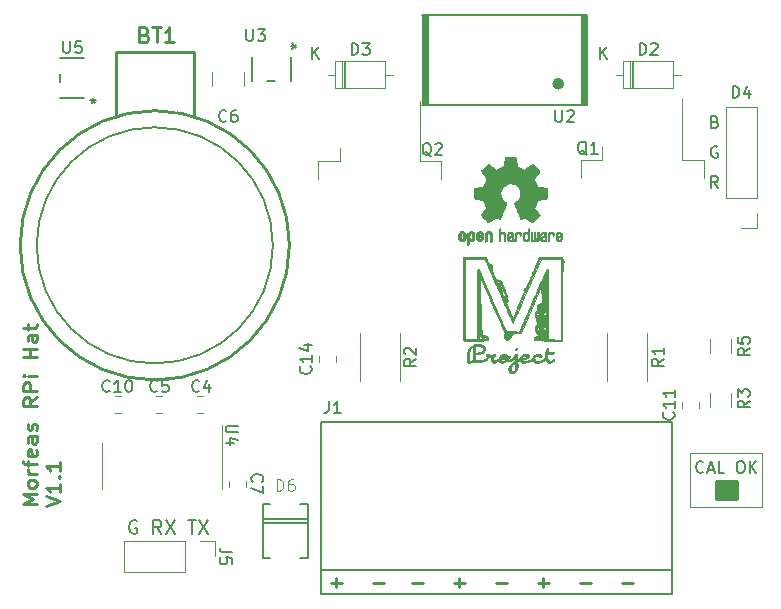
<source format=gbr>
G04 #@! TF.GenerationSoftware,KiCad,Pcbnew,5.1.5+dfsg1-2*
G04 #@! TF.CreationDate,2020-01-11T16:04:59+02:00*
G04 #@! TF.ProjectId,Morfeas_Rpi_Hat,4d6f7266-6561-4735-9f52-70695f486174,V1.0*
G04 #@! TF.SameCoordinates,Original*
G04 #@! TF.FileFunction,Legend,Top*
G04 #@! TF.FilePolarity,Positive*
%FSLAX46Y46*%
G04 Gerber Fmt 4.6, Leading zero omitted, Abs format (unit mm)*
G04 Created by KiCad (PCBNEW 5.1.5+dfsg1-2) date 2020-01-11 16:04:59*
%MOMM*%
%LPD*%
G04 APERTURE LIST*
%ADD10C,0.120000*%
%ADD11C,0.150000*%
%ADD12C,0.254000*%
%ADD13C,0.203200*%
%ADD14C,0.250000*%
%ADD15C,0.010000*%
%ADD16C,0.127000*%
%ADD17C,0.100000*%
%ADD18C,0.508000*%
%ADD19C,0.152400*%
%ADD20C,0.119380*%
G04 APERTURE END LIST*
D10*
X185674000Y-107442000D02*
X179578000Y-107442000D01*
X185674000Y-112014000D02*
X185674000Y-107442000D01*
X179578000Y-112014000D02*
X185674000Y-112014000D01*
X179578000Y-107442000D02*
X179578000Y-112014000D01*
D11*
X180697428Y-109069142D02*
X180649809Y-109116761D01*
X180506952Y-109164380D01*
X180411714Y-109164380D01*
X180268857Y-109116761D01*
X180173619Y-109021523D01*
X180126000Y-108926285D01*
X180078380Y-108735809D01*
X180078380Y-108592952D01*
X180126000Y-108402476D01*
X180173619Y-108307238D01*
X180268857Y-108212000D01*
X180411714Y-108164380D01*
X180506952Y-108164380D01*
X180649809Y-108212000D01*
X180697428Y-108259619D01*
X181078380Y-108878666D02*
X181554571Y-108878666D01*
X180983142Y-109164380D02*
X181316476Y-108164380D01*
X181649809Y-109164380D01*
X182459333Y-109164380D02*
X181983142Y-109164380D01*
X181983142Y-108164380D01*
X183745047Y-108164380D02*
X183935523Y-108164380D01*
X184030761Y-108212000D01*
X184126000Y-108307238D01*
X184173619Y-108497714D01*
X184173619Y-108831047D01*
X184126000Y-109021523D01*
X184030761Y-109116761D01*
X183935523Y-109164380D01*
X183745047Y-109164380D01*
X183649809Y-109116761D01*
X183554571Y-109021523D01*
X183506952Y-108831047D01*
X183506952Y-108497714D01*
X183554571Y-108307238D01*
X183649809Y-108212000D01*
X183745047Y-108164380D01*
X184602190Y-109164380D02*
X184602190Y-108164380D01*
X185173619Y-109164380D02*
X184745047Y-108592952D01*
X185173619Y-108164380D02*
X184602190Y-108735809D01*
X181681428Y-79430571D02*
X181824285Y-79478190D01*
X181871904Y-79525809D01*
X181919523Y-79621047D01*
X181919523Y-79763904D01*
X181871904Y-79859142D01*
X181824285Y-79906761D01*
X181729047Y-79954380D01*
X181348095Y-79954380D01*
X181348095Y-78954380D01*
X181681428Y-78954380D01*
X181776666Y-79002000D01*
X181824285Y-79049619D01*
X181871904Y-79144857D01*
X181871904Y-79240095D01*
X181824285Y-79335333D01*
X181776666Y-79382952D01*
X181681428Y-79430571D01*
X181348095Y-79430571D01*
X181871904Y-81542000D02*
X181776666Y-81494380D01*
X181633809Y-81494380D01*
X181490952Y-81542000D01*
X181395714Y-81637238D01*
X181348095Y-81732476D01*
X181300476Y-81922952D01*
X181300476Y-82065809D01*
X181348095Y-82256285D01*
X181395714Y-82351523D01*
X181490952Y-82446761D01*
X181633809Y-82494380D01*
X181729047Y-82494380D01*
X181871904Y-82446761D01*
X181919523Y-82399142D01*
X181919523Y-82065809D01*
X181729047Y-82065809D01*
X181919523Y-85034380D02*
X181586190Y-84558190D01*
X181348095Y-85034380D02*
X181348095Y-84034380D01*
X181729047Y-84034380D01*
X181824285Y-84082000D01*
X181871904Y-84129619D01*
X181919523Y-84224857D01*
X181919523Y-84367714D01*
X181871904Y-84462952D01*
X181824285Y-84510571D01*
X181729047Y-84558190D01*
X181348095Y-84558190D01*
D12*
X149122190Y-118436571D02*
X150089809Y-118436571D01*
X149606000Y-118823619D02*
X149606000Y-118049523D01*
X159536190Y-118436571D02*
X160503809Y-118436571D01*
X160020000Y-118823619D02*
X160020000Y-118049523D01*
X152678190Y-118436571D02*
X153645809Y-118436571D01*
X155980190Y-118436571D02*
X156947809Y-118436571D01*
X163092190Y-118436571D02*
X164059809Y-118436571D01*
X170204190Y-118436571D02*
X171171809Y-118436571D01*
X173760190Y-118436571D02*
X174727809Y-118436571D01*
D13*
X132715000Y-113220500D02*
X132606142Y-113166071D01*
X132442857Y-113166071D01*
X132279571Y-113220500D01*
X132170714Y-113329357D01*
X132116285Y-113438214D01*
X132061857Y-113655928D01*
X132061857Y-113819214D01*
X132116285Y-114036928D01*
X132170714Y-114145785D01*
X132279571Y-114254642D01*
X132442857Y-114309071D01*
X132551714Y-114309071D01*
X132715000Y-114254642D01*
X132769428Y-114200214D01*
X132769428Y-113819214D01*
X132551714Y-113819214D01*
X134783285Y-114309071D02*
X134402285Y-113764785D01*
X134130142Y-114309071D02*
X134130142Y-113166071D01*
X134565571Y-113166071D01*
X134674428Y-113220500D01*
X134728857Y-113274928D01*
X134783285Y-113383785D01*
X134783285Y-113547071D01*
X134728857Y-113655928D01*
X134674428Y-113710357D01*
X134565571Y-113764785D01*
X134130142Y-113764785D01*
X135164285Y-113166071D02*
X135926285Y-114309071D01*
X135926285Y-113166071D02*
X135164285Y-114309071D01*
X137069285Y-113166071D02*
X137722428Y-113166071D01*
X137395857Y-114309071D02*
X137395857Y-113166071D01*
X137994571Y-113166071D02*
X138756571Y-114309071D01*
X138756571Y-113166071D02*
X137994571Y-114309071D01*
D14*
X124248821Y-111803119D02*
X123105821Y-111803119D01*
X123922250Y-111379785D01*
X123105821Y-110956452D01*
X124248821Y-110956452D01*
X124248821Y-110170261D02*
X124194392Y-110291214D01*
X124139964Y-110351690D01*
X124031107Y-110412166D01*
X123704535Y-110412166D01*
X123595678Y-110351690D01*
X123541250Y-110291214D01*
X123486821Y-110170261D01*
X123486821Y-109988833D01*
X123541250Y-109867880D01*
X123595678Y-109807404D01*
X123704535Y-109746928D01*
X124031107Y-109746928D01*
X124139964Y-109807404D01*
X124194392Y-109867880D01*
X124248821Y-109988833D01*
X124248821Y-110170261D01*
X124248821Y-109202642D02*
X123486821Y-109202642D01*
X123704535Y-109202642D02*
X123595678Y-109142166D01*
X123541250Y-109081690D01*
X123486821Y-108960738D01*
X123486821Y-108839785D01*
X123486821Y-108597880D02*
X123486821Y-108114071D01*
X124248821Y-108416452D02*
X123269107Y-108416452D01*
X123160250Y-108355976D01*
X123105821Y-108235023D01*
X123105821Y-108114071D01*
X124194392Y-107206928D02*
X124248821Y-107327880D01*
X124248821Y-107569785D01*
X124194392Y-107690738D01*
X124085535Y-107751214D01*
X123650107Y-107751214D01*
X123541250Y-107690738D01*
X123486821Y-107569785D01*
X123486821Y-107327880D01*
X123541250Y-107206928D01*
X123650107Y-107146452D01*
X123758964Y-107146452D01*
X123867821Y-107751214D01*
X124248821Y-106057880D02*
X123650107Y-106057880D01*
X123541250Y-106118357D01*
X123486821Y-106239309D01*
X123486821Y-106481214D01*
X123541250Y-106602166D01*
X124194392Y-106057880D02*
X124248821Y-106178833D01*
X124248821Y-106481214D01*
X124194392Y-106602166D01*
X124085535Y-106662642D01*
X123976678Y-106662642D01*
X123867821Y-106602166D01*
X123813392Y-106481214D01*
X123813392Y-106178833D01*
X123758964Y-106057880D01*
X124194392Y-105513595D02*
X124248821Y-105392642D01*
X124248821Y-105150738D01*
X124194392Y-105029785D01*
X124085535Y-104969309D01*
X124031107Y-104969309D01*
X123922250Y-105029785D01*
X123867821Y-105150738D01*
X123867821Y-105332166D01*
X123813392Y-105453119D01*
X123704535Y-105513595D01*
X123650107Y-105513595D01*
X123541250Y-105453119D01*
X123486821Y-105332166D01*
X123486821Y-105150738D01*
X123541250Y-105029785D01*
X124248821Y-102731690D02*
X123704535Y-103155023D01*
X124248821Y-103457404D02*
X123105821Y-103457404D01*
X123105821Y-102973595D01*
X123160250Y-102852642D01*
X123214678Y-102792166D01*
X123323535Y-102731690D01*
X123486821Y-102731690D01*
X123595678Y-102792166D01*
X123650107Y-102852642D01*
X123704535Y-102973595D01*
X123704535Y-103457404D01*
X124248821Y-102187404D02*
X123105821Y-102187404D01*
X123105821Y-101703595D01*
X123160250Y-101582642D01*
X123214678Y-101522166D01*
X123323535Y-101461690D01*
X123486821Y-101461690D01*
X123595678Y-101522166D01*
X123650107Y-101582642D01*
X123704535Y-101703595D01*
X123704535Y-102187404D01*
X124248821Y-100917404D02*
X123486821Y-100917404D01*
X123105821Y-100917404D02*
X123160250Y-100977880D01*
X123214678Y-100917404D01*
X123160250Y-100856928D01*
X123105821Y-100917404D01*
X123214678Y-100917404D01*
X124248821Y-99345023D02*
X123105821Y-99345023D01*
X123650107Y-99345023D02*
X123650107Y-98619309D01*
X124248821Y-98619309D02*
X123105821Y-98619309D01*
X124248821Y-97470261D02*
X123650107Y-97470261D01*
X123541250Y-97530738D01*
X123486821Y-97651690D01*
X123486821Y-97893595D01*
X123541250Y-98014547D01*
X124194392Y-97470261D02*
X124248821Y-97591214D01*
X124248821Y-97893595D01*
X124194392Y-98014547D01*
X124085535Y-98075023D01*
X123976678Y-98075023D01*
X123867821Y-98014547D01*
X123813392Y-97893595D01*
X123813392Y-97591214D01*
X123758964Y-97470261D01*
X123486821Y-97046928D02*
X123486821Y-96563119D01*
X123105821Y-96865500D02*
X124085535Y-96865500D01*
X124194392Y-96805023D01*
X124248821Y-96684071D01*
X124248821Y-96563119D01*
X125070321Y-111984547D02*
X126213321Y-111561214D01*
X125070321Y-111137880D01*
X126213321Y-110049309D02*
X126213321Y-110775023D01*
X126213321Y-110412166D02*
X125070321Y-110412166D01*
X125233607Y-110533119D01*
X125342464Y-110654071D01*
X125396892Y-110775023D01*
X126104464Y-109505023D02*
X126158892Y-109444547D01*
X126213321Y-109505023D01*
X126158892Y-109565500D01*
X126104464Y-109505023D01*
X126213321Y-109505023D01*
X126213321Y-108235023D02*
X126213321Y-108960738D01*
X126213321Y-108597880D02*
X125070321Y-108597880D01*
X125233607Y-108718833D01*
X125342464Y-108839785D01*
X125396892Y-108960738D01*
D12*
X166648190Y-118436571D02*
X167615809Y-118436571D01*
X167132000Y-118823619D02*
X167132000Y-118049523D01*
D10*
G04 #@! TO.C,C6*
X139102000Y-75219936D02*
X139102000Y-76424064D01*
X141822000Y-75219936D02*
X141822000Y-76424064D01*
D15*
G04 #@! TO.C,Morfeas_project_Logo1*
G36*
X163698802Y-93695319D02*
G01*
X163719938Y-93716414D01*
X163745968Y-93751278D01*
X163708609Y-93790532D01*
X163669493Y-93827409D01*
X163640423Y-93844257D01*
X163618306Y-93842783D01*
X163616140Y-93841561D01*
X163601526Y-93819892D01*
X163594271Y-93784035D01*
X163595318Y-93744378D01*
X163604510Y-93713300D01*
X163630054Y-93687000D01*
X163663745Y-93681068D01*
X163698802Y-93695319D01*
G37*
X163698802Y-93695319D02*
X163719938Y-93716414D01*
X163745968Y-93751278D01*
X163708609Y-93790532D01*
X163669493Y-93827409D01*
X163640423Y-93844257D01*
X163618306Y-93842783D01*
X163616140Y-93841561D01*
X163601526Y-93819892D01*
X163594271Y-93784035D01*
X163595318Y-93744378D01*
X163604510Y-93713300D01*
X163630054Y-93687000D01*
X163663745Y-93681068D01*
X163698802Y-93695319D01*
G36*
X161645198Y-90858548D02*
G01*
X161674788Y-90871538D01*
X161693829Y-90880849D01*
X161714002Y-90888022D01*
X161739028Y-90893442D01*
X161772629Y-90897491D01*
X161818526Y-90900555D01*
X161880441Y-90903015D01*
X161962096Y-90905256D01*
X162013629Y-90906463D01*
X162299109Y-90912950D01*
X162394629Y-91132030D01*
X162490150Y-91351110D01*
X162643319Y-91450617D01*
X162708831Y-91494205D01*
X162755599Y-91528081D01*
X162786983Y-91555046D01*
X162806343Y-91577899D01*
X162814769Y-91593487D01*
X162822322Y-91625489D01*
X162827762Y-91676545D01*
X162831046Y-91740391D01*
X162832132Y-91810766D01*
X162830977Y-91881407D01*
X162827538Y-91946052D01*
X162821772Y-91998440D01*
X162817677Y-92019423D01*
X162814243Y-92035709D01*
X162813142Y-92052085D01*
X162815383Y-92071525D01*
X162821977Y-92096999D01*
X162833934Y-92131480D01*
X162852265Y-92177940D01*
X162877979Y-92239351D01*
X162912087Y-92318684D01*
X162945884Y-92396563D01*
X163087050Y-92721330D01*
X163137850Y-92729881D01*
X163214298Y-92748991D01*
X163295220Y-92782230D01*
X163385477Y-92831756D01*
X163430320Y-92859861D01*
X163472477Y-92887504D01*
X163509315Y-92913347D01*
X163541925Y-92939437D01*
X163571397Y-92967822D01*
X163598821Y-93000550D01*
X163625286Y-93039666D01*
X163651884Y-93087220D01*
X163679703Y-93145257D01*
X163709833Y-93215826D01*
X163743366Y-93300973D01*
X163781390Y-93402746D01*
X163824995Y-93523192D01*
X163875272Y-93664359D01*
X163908349Y-93757750D01*
X163934663Y-93828864D01*
X163962591Y-93898895D01*
X163989163Y-93960722D01*
X164011410Y-94007227D01*
X164015678Y-94015142D01*
X164038729Y-94058284D01*
X164050313Y-94087312D01*
X164052291Y-94109738D01*
X164046526Y-94133071D01*
X164045578Y-94135792D01*
X164040287Y-94156102D01*
X164039602Y-94179074D01*
X164044381Y-94209808D01*
X164055485Y-94253404D01*
X164073771Y-94314959D01*
X164078173Y-94329250D01*
X164103651Y-94411650D01*
X164122348Y-94473487D01*
X164134758Y-94518528D01*
X164141378Y-94550546D01*
X164142703Y-94573309D01*
X164139228Y-94590589D01*
X164131451Y-94606156D01*
X164119866Y-94623780D01*
X164117388Y-94627501D01*
X164080350Y-94671094D01*
X164038788Y-94700363D01*
X163998586Y-94711802D01*
X163979844Y-94709438D01*
X163960599Y-94706834D01*
X163959909Y-94718309D01*
X163975788Y-94757478D01*
X163999521Y-94813841D01*
X164029998Y-94884904D01*
X164066108Y-94968174D01*
X164106740Y-95061159D01*
X164150784Y-95161365D01*
X164197128Y-95266300D01*
X164244663Y-95373471D01*
X164292277Y-95480384D01*
X164338860Y-95584548D01*
X164383300Y-95683468D01*
X164424487Y-95774652D01*
X164461311Y-95855607D01*
X164492660Y-95923840D01*
X164517424Y-95976859D01*
X164534493Y-96012170D01*
X164542754Y-96027280D01*
X164543294Y-96027633D01*
X164549622Y-96014902D01*
X164565406Y-95980533D01*
X164589921Y-95926156D01*
X164622446Y-95853404D01*
X164662256Y-95763908D01*
X164708629Y-95659302D01*
X164760840Y-95541217D01*
X164818168Y-95411285D01*
X164879887Y-95271137D01*
X164945276Y-95122407D01*
X165013611Y-94966727D01*
X165028027Y-94933854D01*
X165503528Y-93849359D01*
X165479842Y-93797204D01*
X165464659Y-93750035D01*
X165456375Y-93697669D01*
X165455878Y-93685166D01*
X165459235Y-93642056D01*
X165473218Y-93608250D01*
X165496875Y-93577216D01*
X165533726Y-93536272D01*
X165560899Y-93511992D01*
X165583616Y-93500474D01*
X165603099Y-93497803D01*
X165622929Y-93490633D01*
X165640097Y-93466583D01*
X165652655Y-93437075D01*
X165676141Y-93379578D01*
X165708906Y-93306079D01*
X165747959Y-93222814D01*
X165790308Y-93136021D01*
X165832961Y-93051936D01*
X165872926Y-92976795D01*
X165877206Y-92969023D01*
X165893107Y-92937829D01*
X165918210Y-92885357D01*
X165951604Y-92813629D01*
X165992376Y-92724666D01*
X166039616Y-92620490D01*
X166092413Y-92503123D01*
X166149854Y-92374587D01*
X166211029Y-92236903D01*
X166275026Y-92092093D01*
X166340934Y-91942178D01*
X166369647Y-91876622D01*
X166792577Y-90909894D01*
X166990863Y-90900499D01*
X167066441Y-90897226D01*
X167139718Y-90894600D01*
X167203898Y-90892828D01*
X167252186Y-90892115D01*
X167265350Y-90892170D01*
X167292282Y-90892507D01*
X167341997Y-90893090D01*
X167411880Y-90893889D01*
X167499316Y-90894874D01*
X167601689Y-90896017D01*
X167716384Y-90897289D01*
X167840786Y-90898659D01*
X167972279Y-90900099D01*
X168049575Y-90900942D01*
X168757600Y-90908648D01*
X168757600Y-90981855D01*
X168759751Y-91028367D01*
X168767704Y-91057911D01*
X168783706Y-91078668D01*
X168784351Y-91079256D01*
X168825628Y-91132477D01*
X168851523Y-91200385D01*
X168859200Y-91265819D01*
X168853518Y-91321071D01*
X168838201Y-91389443D01*
X168815843Y-91461793D01*
X168789037Y-91528979D01*
X168778233Y-91551237D01*
X168776055Y-91556899D01*
X168774034Y-91565762D01*
X168772165Y-91578747D01*
X168770442Y-91596777D01*
X168768859Y-91620774D01*
X168767410Y-91651660D01*
X168766089Y-91690356D01*
X168764891Y-91737785D01*
X168763810Y-91794869D01*
X168762840Y-91862530D01*
X168761974Y-91941690D01*
X168761208Y-92033271D01*
X168760535Y-92138195D01*
X168759949Y-92257384D01*
X168759445Y-92391759D01*
X168759016Y-92542244D01*
X168758658Y-92709760D01*
X168758363Y-92895229D01*
X168758126Y-93099573D01*
X168757942Y-93323714D01*
X168757804Y-93568575D01*
X168757707Y-93835076D01*
X168757644Y-94124141D01*
X168757610Y-94436691D01*
X168757600Y-94773648D01*
X168757600Y-98009897D01*
X168538525Y-98001587D01*
X168472004Y-97999580D01*
X168385013Y-97997746D01*
X168282479Y-97996144D01*
X168169331Y-97994835D01*
X168050497Y-97993880D01*
X167930906Y-97993339D01*
X167859075Y-97993238D01*
X167398700Y-97993200D01*
X167398700Y-97960786D01*
X167397076Y-97941981D01*
X167387955Y-97932892D01*
X167364959Y-97930765D01*
X167332541Y-97932211D01*
X167293026Y-97935896D01*
X167271804Y-97943322D01*
X167261766Y-97957928D01*
X167258995Y-97967800D01*
X167242180Y-97995809D01*
X167223554Y-98003608D01*
X167204975Y-98003061D01*
X167197059Y-97989728D01*
X167195500Y-97960919D01*
X167195500Y-97914173D01*
X167147875Y-97922703D01*
X167103216Y-97932674D01*
X167061019Y-97944995D01*
X167059811Y-97945416D01*
X167027042Y-97953155D01*
X167004550Y-97946743D01*
X166998118Y-97941959D01*
X166986378Y-97936142D01*
X166965164Y-97931859D01*
X166931541Y-97928976D01*
X166882569Y-97927364D01*
X166815312Y-97926892D01*
X166726831Y-97927428D01*
X166682957Y-97927919D01*
X166588971Y-97928974D01*
X166517032Y-97929381D01*
X166463791Y-97928906D01*
X166425899Y-97927313D01*
X166400007Y-97924366D01*
X166382765Y-97919830D01*
X166370824Y-97913469D01*
X166361094Y-97905292D01*
X166334617Y-97867432D01*
X166316383Y-97816062D01*
X166316279Y-97815400D01*
X166572316Y-97815400D01*
X166622199Y-97815400D01*
X166628491Y-97814599D01*
X166981527Y-97814599D01*
X166984844Y-97824718D01*
X166992300Y-97821750D01*
X167002149Y-97804102D01*
X167004107Y-97786075D01*
X167003368Y-97776368D01*
X167081200Y-97776368D01*
X167088584Y-97808783D01*
X167103425Y-97819586D01*
X167137553Y-97821969D01*
X167172672Y-97814831D01*
X167196583Y-97800878D01*
X167198353Y-97798518D01*
X167206608Y-97774188D01*
X167205881Y-97770641D01*
X167259000Y-97770641D01*
X167267693Y-97798054D01*
X167288016Y-97811947D01*
X167311331Y-97811082D01*
X167329002Y-97794223D01*
X167332795Y-97781204D01*
X167325621Y-97752115D01*
X167310308Y-97739471D01*
X167280362Y-97731237D01*
X167263166Y-97744944D01*
X167259000Y-97770641D01*
X167205881Y-97770641D01*
X167200141Y-97742645D01*
X167197194Y-97734821D01*
X167189503Y-97720835D01*
X167181440Y-97727125D01*
X167172959Y-97744346D01*
X167155545Y-97771543D01*
X167137394Y-97774265D01*
X167119300Y-97758250D01*
X167098448Y-97740780D01*
X167085505Y-97747328D01*
X167081200Y-97776368D01*
X167003368Y-97776368D01*
X167002624Y-97766617D01*
X166997574Y-97771737D01*
X166992300Y-97783650D01*
X166981527Y-97814599D01*
X166628491Y-97814599D01*
X166662074Y-97810324D01*
X166679791Y-97795311D01*
X166688803Y-97759465D01*
X166682021Y-97742719D01*
X166660828Y-97745462D01*
X166626606Y-97768083D01*
X166615709Y-97777300D01*
X166572316Y-97815400D01*
X166316279Y-97815400D01*
X166307436Y-97759349D01*
X166307610Y-97752555D01*
X166440819Y-97752555D01*
X166444165Y-97773022D01*
X166447503Y-97779736D01*
X166467772Y-97798512D01*
X166493056Y-97794426D01*
X166518967Y-97768208D01*
X166519256Y-97767775D01*
X166530284Y-97748634D01*
X166525352Y-97740789D01*
X166500069Y-97739208D01*
X166494315Y-97739200D01*
X166456568Y-97742119D01*
X166440819Y-97752555D01*
X166307610Y-97752555D01*
X166308819Y-97705462D01*
X166321576Y-97662572D01*
X166328725Y-97651904D01*
X166356626Y-97632268D01*
X166403663Y-97614099D01*
X166433500Y-97606161D01*
X166487059Y-97593696D01*
X166540112Y-97581267D01*
X166571860Y-97573771D01*
X166620169Y-97557605D01*
X166661768Y-97535353D01*
X166690478Y-97511033D01*
X166700200Y-97490245D01*
X166691598Y-97473737D01*
X166668499Y-97444746D01*
X166667360Y-97443502D01*
X166866587Y-97443502D01*
X166879313Y-97440837D01*
X166881722Y-97439933D01*
X166897274Y-97429872D01*
X166897386Y-97424152D01*
X166883951Y-97425577D01*
X166874613Y-97432824D01*
X166866587Y-97443502D01*
X166667360Y-97443502D01*
X166634966Y-97408131D01*
X166613373Y-97386335D01*
X166572641Y-97345298D01*
X166547795Y-97316752D01*
X166535846Y-97296189D01*
X166533812Y-97279096D01*
X166535907Y-97269300D01*
X166539374Y-97251890D01*
X166855484Y-97251890D01*
X166859513Y-97256258D01*
X166874213Y-97256600D01*
X166898920Y-97248520D01*
X166907992Y-97237550D01*
X166908340Y-97233627D01*
X167360600Y-97233627D01*
X167367373Y-97243900D01*
X167381183Y-97238282D01*
X167390991Y-97223811D01*
X167398295Y-97196388D01*
X167394559Y-97185982D01*
X167381373Y-97195988D01*
X167379246Y-97198702D01*
X167364765Y-97221667D01*
X167360600Y-97233627D01*
X166908340Y-97233627D01*
X166909454Y-97221098D01*
X166894587Y-97223360D01*
X166872397Y-97237953D01*
X166855484Y-97251890D01*
X166539374Y-97251890D01*
X166543188Y-97232746D01*
X166546534Y-97196533D01*
X166545668Y-97186750D01*
X167195500Y-97186750D01*
X167201850Y-97193100D01*
X167208200Y-97186750D01*
X167201850Y-97180400D01*
X167195500Y-97186750D01*
X166545668Y-97186750D01*
X166544061Y-97168624D01*
X166530311Y-97149506D01*
X166499037Y-97130640D01*
X166497923Y-97130071D01*
X166457931Y-97103729D01*
X166440260Y-97073509D01*
X166441973Y-97032831D01*
X166446579Y-97015008D01*
X166452268Y-96977916D01*
X166453151Y-96947034D01*
X166573376Y-96947034D01*
X166580491Y-96978907D01*
X166600603Y-96998404D01*
X166637531Y-97008729D01*
X166695094Y-97013084D01*
X166711361Y-97013570D01*
X166779672Y-97015300D01*
X166771182Y-96951302D01*
X166767585Y-96929575D01*
X166840792Y-96929575D01*
X166842064Y-96974514D01*
X166846414Y-97004937D01*
X166852600Y-97015300D01*
X166859832Y-97003920D01*
X166863982Y-96974968D01*
X166864407Y-96954975D01*
X166863144Y-96931709D01*
X166916841Y-96931709D01*
X166917690Y-96963484D01*
X166923091Y-96985368D01*
X166928800Y-96989900D01*
X166935861Y-96978447D01*
X166940385Y-96949030D01*
X166941154Y-96927458D01*
X167005194Y-96927458D01*
X167006399Y-96973955D01*
X167012042Y-97000505D01*
X167024683Y-97012492D01*
X167046881Y-97015299D01*
X167046970Y-97015300D01*
X167060033Y-97013369D01*
X167066579Y-97003894D01*
X167067656Y-96981346D01*
X167064313Y-96940199D01*
X167063239Y-96929575D01*
X167053811Y-96870440D01*
X167041470Y-96835220D01*
X167029275Y-96824800D01*
X167119300Y-96824800D01*
X167119300Y-97000990D01*
X167160575Y-97006112D01*
X167193711Y-97008898D01*
X167242207Y-97011423D01*
X167296026Y-97013175D01*
X167300275Y-97013267D01*
X167398700Y-97015300D01*
X167398700Y-96824800D01*
X167119300Y-96824800D01*
X167029275Y-96824800D01*
X167028328Y-96823991D01*
X167016498Y-96836829D01*
X167008089Y-96873813D01*
X167005194Y-96927458D01*
X166941154Y-96927458D01*
X166941305Y-96923225D01*
X166939817Y-96885303D01*
X166935328Y-96870832D01*
X166928800Y-96875600D01*
X166920545Y-96899321D01*
X166916841Y-96931709D01*
X166863144Y-96931709D01*
X166861801Y-96906992D01*
X166856666Y-96876887D01*
X166850524Y-96866296D01*
X166844898Y-96876855D01*
X166841309Y-96910203D01*
X166840792Y-96929575D01*
X166767585Y-96929575D01*
X166763918Y-96907436D01*
X166755254Y-96869721D01*
X166751422Y-96857662D01*
X166728584Y-96829123D01*
X166691529Y-96818183D01*
X166645218Y-96825784D01*
X166626071Y-96833806D01*
X166593999Y-96853730D01*
X166579237Y-96877706D01*
X166575439Y-96899582D01*
X166573376Y-96947034D01*
X166453151Y-96947034D01*
X166453770Y-96925413D01*
X166451247Y-96872622D01*
X166448529Y-96801393D01*
X166455313Y-96749832D01*
X166469753Y-96720334D01*
X167334463Y-96720334D01*
X167341377Y-96723200D01*
X167361278Y-96713453D01*
X167380408Y-96692074D01*
X167397032Y-96659411D01*
X167397020Y-96642897D01*
X167383826Y-96645274D01*
X167360901Y-96669284D01*
X167357545Y-96673912D01*
X167337831Y-96705009D01*
X167334463Y-96720334D01*
X166469753Y-96720334D01*
X166473098Y-96713503D01*
X166480893Y-96706930D01*
X166867819Y-96706930D01*
X166881175Y-96707388D01*
X166894733Y-96692082D01*
X166900598Y-96671405D01*
X166902048Y-96650112D01*
X166895675Y-96651938D01*
X166884723Y-96665302D01*
X166868209Y-96691899D01*
X166867819Y-96706930D01*
X166480893Y-96706930D01*
X166497009Y-96693342D01*
X166752730Y-96693342D01*
X166760844Y-96699749D01*
X166780404Y-96688349D01*
X166786560Y-96682560D01*
X166799187Y-96657729D01*
X166801062Y-96643648D01*
X167296209Y-96643648D01*
X167302193Y-96643387D01*
X167320352Y-96623051D01*
X167350648Y-96581548D01*
X167353204Y-96577848D01*
X167377088Y-96539316D01*
X167392689Y-96506600D01*
X167396590Y-96487965D01*
X167388666Y-96485035D01*
X167371328Y-96504518D01*
X167351691Y-96534892D01*
X167320919Y-96588308D01*
X167302438Y-96624924D01*
X167296209Y-96643648D01*
X166801062Y-96643648D01*
X166801377Y-96641285D01*
X166799865Y-96624676D01*
X166792656Y-96626310D01*
X166775977Y-96645231D01*
X166757346Y-96673659D01*
X166752730Y-96693342D01*
X166497009Y-96693342D01*
X166503385Y-96687966D01*
X166515884Y-96681386D01*
X166543206Y-96664976D01*
X166558165Y-96643332D01*
X166561827Y-96627950D01*
X166700200Y-96627950D01*
X166706550Y-96634300D01*
X166712900Y-96627950D01*
X166706550Y-96621600D01*
X166700200Y-96627950D01*
X166561827Y-96627950D01*
X166566810Y-96607023D01*
X166567502Y-96602550D01*
X166712900Y-96602550D01*
X166719250Y-96608900D01*
X166725600Y-96602550D01*
X166719250Y-96596200D01*
X166712900Y-96602550D01*
X166567502Y-96602550D01*
X166567840Y-96600371D01*
X166569235Y-96577150D01*
X166865617Y-96577150D01*
X166883935Y-96539050D01*
X166896915Y-96507108D01*
X166902673Y-96483476D01*
X167292367Y-96483476D01*
X167301245Y-96494549D01*
X167302394Y-96494600D01*
X167310411Y-96484661D01*
X167327895Y-96458535D01*
X167351148Y-96421759D01*
X167352444Y-96419660D01*
X167376146Y-96376090D01*
X167392798Y-96335599D01*
X167398616Y-96308535D01*
X167398532Y-96272350D01*
X167372568Y-96310450D01*
X167338077Y-96365365D01*
X167312241Y-96415059D01*
X167296518Y-96455704D01*
X167292367Y-96483476D01*
X166902673Y-96483476D01*
X166902811Y-96482913D01*
X166902827Y-96482535D01*
X166900112Y-96469640D01*
X166892501Y-96475724D01*
X166883036Y-96495641D01*
X166874765Y-96524244D01*
X166873146Y-96532700D01*
X166865617Y-96577150D01*
X166569235Y-96577150D01*
X166569998Y-96564450D01*
X166738300Y-96564450D01*
X166744650Y-96570800D01*
X166751000Y-96564450D01*
X166744650Y-96558100D01*
X166738300Y-96564450D01*
X166569998Y-96564450D01*
X166570085Y-96563018D01*
X166569788Y-96539050D01*
X166751000Y-96539050D01*
X166757350Y-96545400D01*
X166763700Y-96539050D01*
X166757350Y-96532700D01*
X166751000Y-96539050D01*
X166569788Y-96539050D01*
X166569372Y-96505665D01*
X166569169Y-96501220D01*
X166706065Y-96501220D01*
X166708578Y-96503717D01*
X166722974Y-96483983D01*
X166748565Y-96441685D01*
X166751431Y-96436696D01*
X166771358Y-96399576D01*
X166783758Y-96371921D01*
X166786003Y-96360269D01*
X166777677Y-96367562D01*
X166761324Y-96392247D01*
X166740411Y-96429066D01*
X166739445Y-96430873D01*
X166716125Y-96476827D01*
X166706065Y-96501220D01*
X166569169Y-96501220D01*
X166566062Y-96433496D01*
X166561195Y-96361741D01*
X166687825Y-96361741D01*
X166693167Y-96366731D01*
X166706759Y-96353824D01*
X166725560Y-96327873D01*
X166736259Y-96310450D01*
X167157400Y-96310450D01*
X167163750Y-96316800D01*
X167170100Y-96310450D01*
X167163750Y-96304100D01*
X167157400Y-96310450D01*
X166736259Y-96310450D01*
X166741746Y-96301514D01*
X167284557Y-96301514D01*
X167290880Y-96302563D01*
X167310486Y-96282758D01*
X167343355Y-96241712D01*
X167348409Y-96235051D01*
X167379903Y-96188775D01*
X167394823Y-96153917D01*
X167396445Y-96130276D01*
X167393392Y-96113936D01*
X167387549Y-96111382D01*
X167376188Y-96125121D01*
X167356584Y-96157658D01*
X167345480Y-96177100D01*
X167311837Y-96238395D01*
X167291536Y-96279996D01*
X167284557Y-96301514D01*
X166741746Y-96301514D01*
X166746525Y-96293734D01*
X166766613Y-96256259D01*
X166776510Y-96234250D01*
X166865300Y-96234250D01*
X166871650Y-96240600D01*
X166878000Y-96234250D01*
X166871650Y-96227900D01*
X166865300Y-96234250D01*
X166776510Y-96234250D01*
X166782782Y-96220303D01*
X166790204Y-96198396D01*
X166792054Y-96189800D01*
X166878000Y-96189800D01*
X166882646Y-96200253D01*
X166886466Y-96198266D01*
X166887986Y-96183194D01*
X166886466Y-96181333D01*
X166878916Y-96183076D01*
X166878000Y-96189800D01*
X166792054Y-96189800D01*
X166797585Y-96164112D01*
X166799505Y-96139929D01*
X166798932Y-96136748D01*
X166791986Y-96140331D01*
X166777723Y-96161850D01*
X166758820Y-96195889D01*
X166737950Y-96237031D01*
X166717789Y-96279860D01*
X166701011Y-96318958D01*
X166690291Y-96348911D01*
X166687825Y-96361741D01*
X166561195Y-96361741D01*
X166560513Y-96351693D01*
X166553085Y-96265439D01*
X166544136Y-96179917D01*
X166542850Y-96169788D01*
X166662556Y-96169788D01*
X166664555Y-96184589D01*
X166672682Y-96182640D01*
X166691312Y-96162356D01*
X166694934Y-96158050D01*
X166713820Y-96133974D01*
X167283507Y-96133974D01*
X167286068Y-96150269D01*
X167289830Y-96151700D01*
X167298581Y-96141689D01*
X167316529Y-96115334D01*
X167339934Y-96078150D01*
X167342002Y-96074755D01*
X167368496Y-96028080D01*
X167379643Y-95999633D01*
X167375710Y-95987605D01*
X167356960Y-95990188D01*
X167354263Y-95991187D01*
X167337828Y-96005853D01*
X167319877Y-96034084D01*
X167303068Y-96069262D01*
X167290059Y-96104765D01*
X167283507Y-96133974D01*
X166713820Y-96133974D01*
X166719586Y-96126625D01*
X166738392Y-96099271D01*
X166740194Y-96096192D01*
X166740912Y-96094550D01*
X166852600Y-96094550D01*
X166858950Y-96100900D01*
X167157400Y-96100900D01*
X167162046Y-96111353D01*
X167165866Y-96109366D01*
X167167386Y-96094294D01*
X167165866Y-96092433D01*
X167158316Y-96094176D01*
X167157400Y-96100900D01*
X166858950Y-96100900D01*
X166865300Y-96094550D01*
X166858950Y-96088200D01*
X166852600Y-96094550D01*
X166740912Y-96094550D01*
X166747392Y-96079743D01*
X166738939Y-96080801D01*
X166736392Y-96082206D01*
X166698931Y-96109952D01*
X166672247Y-96141776D01*
X166662556Y-96169788D01*
X166542850Y-96169788D01*
X166534025Y-96100310D01*
X166532411Y-96089064D01*
X166526557Y-96055391D01*
X166866302Y-96055391D01*
X166868637Y-96071863D01*
X166872972Y-96072060D01*
X166876004Y-96055062D01*
X166873975Y-96047718D01*
X166868336Y-96042908D01*
X166866302Y-96055391D01*
X166526557Y-96055391D01*
X166523286Y-96036582D01*
X166512204Y-96000960D01*
X166495669Y-95973706D01*
X166476062Y-95952115D01*
X166457263Y-95932570D01*
X166444912Y-95915054D01*
X166437514Y-95893686D01*
X166433572Y-95862585D01*
X166431590Y-95815867D01*
X166431118Y-95795066D01*
X166546614Y-95795066D01*
X166588482Y-95807137D01*
X166632470Y-95815816D01*
X166681546Y-95819634D01*
X166726460Y-95818446D01*
X166757964Y-95812110D01*
X166762430Y-95809853D01*
X166772590Y-95795643D01*
X166775529Y-95767061D01*
X166772735Y-95726160D01*
X166771230Y-95714608D01*
X166827586Y-95714608D01*
X166828676Y-95756845D01*
X166831900Y-95788219D01*
X166835666Y-95800333D01*
X166851107Y-95808752D01*
X166858501Y-95794459D01*
X166858320Y-95777490D01*
X166895563Y-95777490D01*
X166895764Y-95799909D01*
X166904232Y-95808143D01*
X166921402Y-95805607D01*
X166934111Y-95801091D01*
X166947086Y-95787792D01*
X166953138Y-95757558D01*
X166954005Y-95728066D01*
X166953247Y-95713370D01*
X166994927Y-95713370D01*
X166998740Y-95758535D01*
X167006318Y-95791056D01*
X167018515Y-95805417D01*
X167041817Y-95808790D01*
X167044216Y-95808800D01*
X167067085Y-95807002D01*
X167077836Y-95796990D01*
X167081021Y-95771829D01*
X167081200Y-95752476D01*
X167078312Y-95709079D01*
X167076695Y-95700460D01*
X167132000Y-95700460D01*
X167133416Y-95745397D01*
X167140443Y-95775705D01*
X167157247Y-95794274D01*
X167187994Y-95803996D01*
X167236850Y-95807761D01*
X167287575Y-95808413D01*
X167398700Y-95808800D01*
X167398700Y-95447804D01*
X167338375Y-95506286D01*
X167276363Y-95559366D01*
X167217588Y-95593524D01*
X167166925Y-95610409D01*
X167148044Y-95616422D01*
X167137586Y-95627256D01*
X167133070Y-95649310D01*
X167132014Y-95688982D01*
X167132000Y-95700460D01*
X167076695Y-95700460D01*
X167071129Y-95670800D01*
X167068620Y-95663065D01*
X167056589Y-95640541D01*
X167041173Y-95638657D01*
X167031380Y-95643175D01*
X167004601Y-95669950D01*
X166994927Y-95713370D01*
X166953247Y-95713370D01*
X166951490Y-95679316D01*
X166945095Y-95649528D01*
X166936035Y-95640454D01*
X166925522Y-95653843D01*
X166918220Y-95676443D01*
X166903193Y-95737473D01*
X166895563Y-95777490D01*
X166858320Y-95777490D01*
X166858097Y-95756770D01*
X166856642Y-95742125D01*
X166849380Y-95692071D01*
X166841784Y-95663039D01*
X166834915Y-95656032D01*
X166829834Y-95672057D01*
X166827603Y-95712119D01*
X166827586Y-95714608D01*
X166771230Y-95714608D01*
X166767440Y-95685527D01*
X166761555Y-95656049D01*
X166757684Y-95646150D01*
X166742206Y-95642472D01*
X166708097Y-95639602D01*
X166662126Y-95638064D01*
X166652129Y-95637962D01*
X166554150Y-95637350D01*
X166546614Y-95795066D01*
X166431118Y-95795066D01*
X166430626Y-95773451D01*
X166428970Y-95689686D01*
X166428310Y-95627436D01*
X166429043Y-95582821D01*
X166431563Y-95551963D01*
X166436266Y-95530984D01*
X166440122Y-95523050D01*
X166725600Y-95523050D01*
X166731950Y-95529400D01*
X166738300Y-95523050D01*
X166731950Y-95516700D01*
X166725600Y-95523050D01*
X166440122Y-95523050D01*
X166443548Y-95516004D01*
X166451784Y-95505677D01*
X166736731Y-95505677D01*
X166746627Y-95501922D01*
X166766601Y-95481775D01*
X166781009Y-95461551D01*
X166787178Y-95451227D01*
X167182800Y-95451227D01*
X167186097Y-95462056D01*
X167198848Y-95454910D01*
X167210669Y-95443675D01*
X167227594Y-95421968D01*
X167230340Y-95407650D01*
X167230026Y-95407293D01*
X167214959Y-95406559D01*
X167196934Y-95420660D01*
X167184399Y-95441739D01*
X167182800Y-95451227D01*
X166787178Y-95451227D01*
X166798970Y-95431495D01*
X166816709Y-95398726D01*
X166830450Y-95370363D01*
X166836418Y-95353524D01*
X166835648Y-95351600D01*
X166826604Y-95361199D01*
X166807137Y-95386537D01*
X166781214Y-95422420D01*
X166777428Y-95427800D01*
X166752669Y-95465941D01*
X166738924Y-95492792D01*
X166736731Y-95505677D01*
X166451784Y-95505677D01*
X166453804Y-95503145D01*
X166458725Y-95497836D01*
X166485396Y-95475935D01*
X166509580Y-95465958D01*
X166510992Y-95465900D01*
X166539006Y-95454459D01*
X166563964Y-95425055D01*
X166569774Y-95411476D01*
X166700200Y-95411476D01*
X166706733Y-95411552D01*
X166723982Y-95395095D01*
X166748415Y-95366602D01*
X166776504Y-95330572D01*
X166804719Y-95291501D01*
X166829530Y-95253887D01*
X166845074Y-95226873D01*
X166858212Y-95195674D01*
X166862559Y-95173000D01*
X166862110Y-95170580D01*
X166853939Y-95174148D01*
X166835919Y-95194724D01*
X166811261Y-95227530D01*
X166783176Y-95267789D01*
X166754875Y-95310722D01*
X166729569Y-95351553D01*
X166710470Y-95385504D01*
X166700788Y-95407797D01*
X166700200Y-95411476D01*
X166569774Y-95411476D01*
X166581077Y-95385065D01*
X166585900Y-95350537D01*
X166587933Y-95307355D01*
X166593413Y-95249760D01*
X166593951Y-95245344D01*
X166712900Y-95245344D01*
X166713239Y-95249599D01*
X166715629Y-95249561D01*
X166722129Y-95242486D01*
X166734799Y-95225631D01*
X166755696Y-95196250D01*
X166786880Y-95151599D01*
X166830410Y-95088935D01*
X166832385Y-95086090D01*
X166880285Y-95015794D01*
X166912791Y-94964980D01*
X166923580Y-94945200D01*
X167034674Y-94945200D01*
X167045481Y-94936915D01*
X167062150Y-94919800D01*
X167075104Y-94901562D01*
X167074925Y-94900750D01*
X167278050Y-94900750D01*
X167282560Y-94983300D01*
X167287639Y-95032335D01*
X167296241Y-95075757D01*
X167304531Y-95099653D01*
X167321734Y-95124172D01*
X167347030Y-95151601D01*
X167372952Y-95174697D01*
X167392032Y-95186214D01*
X167394062Y-95186500D01*
X167395867Y-95174625D01*
X167397343Y-95142301D01*
X167398339Y-95094479D01*
X167398700Y-95036691D01*
X167398700Y-94886882D01*
X167278050Y-94900750D01*
X167074925Y-94900750D01*
X167073523Y-94894400D01*
X167058468Y-94903982D01*
X167046047Y-94919800D01*
X167035529Y-94939205D01*
X167034674Y-94945200D01*
X166923580Y-94945200D01*
X166930166Y-94933127D01*
X166932670Y-94919714D01*
X166920564Y-94924219D01*
X166908909Y-94933197D01*
X166885827Y-94957698D01*
X166855746Y-94997013D01*
X166821978Y-95045869D01*
X166787833Y-95098996D01*
X166756621Y-95151121D01*
X166731651Y-95196973D01*
X166716236Y-95231279D01*
X166712900Y-95245344D01*
X166593951Y-95245344D01*
X166601413Y-95184165D01*
X166611004Y-95116984D01*
X166621258Y-95054630D01*
X166631247Y-95003517D01*
X166640043Y-94970058D01*
X166641514Y-94966200D01*
X166661626Y-94931684D01*
X166691110Y-94894783D01*
X166700382Y-94885218D01*
X166735252Y-94857092D01*
X166783030Y-94826073D01*
X166800599Y-94816180D01*
X167305118Y-94816180D01*
X167323994Y-94828217D01*
X167354999Y-94830900D01*
X167398700Y-94830900D01*
X167398700Y-94753144D01*
X167397334Y-94710691D01*
X167391736Y-94689850D01*
X167379652Y-94690655D01*
X167358829Y-94713144D01*
X167329168Y-94754240D01*
X167307106Y-94792303D01*
X167305118Y-94816180D01*
X166800599Y-94816180D01*
X166837129Y-94795611D01*
X166890959Y-94769157D01*
X166937932Y-94750162D01*
X166971460Y-94742075D01*
X166973864Y-94742000D01*
X167008700Y-94742000D01*
X167001400Y-94465775D01*
X166998243Y-94362003D01*
X166994024Y-94245832D01*
X166989145Y-94127121D01*
X166984006Y-94015726D01*
X166979812Y-93935550D01*
X166974671Y-93844056D01*
X166969305Y-93748415D01*
X166964147Y-93656339D01*
X166959628Y-93575542D01*
X166956687Y-93522806D01*
X166947850Y-93364062D01*
X166084250Y-95341757D01*
X165220650Y-97319451D01*
X164661850Y-97321037D01*
X164568266Y-97393593D01*
X164505575Y-97447087D01*
X164458628Y-97499813D01*
X164426246Y-97548700D01*
X164363622Y-97652895D01*
X164311459Y-97734175D01*
X164269637Y-97792712D01*
X164238036Y-97828680D01*
X164226755Y-97837790D01*
X164203913Y-97848707D01*
X164172013Y-97855512D01*
X164125468Y-97858969D01*
X164065529Y-97859850D01*
X163993436Y-97857854D01*
X163940261Y-97849975D01*
X163899709Y-97833377D01*
X163865481Y-97805224D01*
X163831280Y-97762679D01*
X163822701Y-97750481D01*
X163803852Y-97720150D01*
X164117770Y-97720150D01*
X164159670Y-97682050D01*
X164194606Y-97646537D01*
X164229804Y-97605210D01*
X164238035Y-97594419D01*
X164263842Y-97556588D01*
X164273177Y-97534294D01*
X164266873Y-97524483D01*
X164257418Y-97523300D01*
X164238280Y-97530133D01*
X164216092Y-97552507D01*
X164188570Y-97593235D01*
X164159517Y-97643950D01*
X164117770Y-97720150D01*
X163803852Y-97720150D01*
X163802395Y-97717806D01*
X163793866Y-97694750D01*
X164058600Y-97694750D01*
X164064950Y-97701100D01*
X164071300Y-97694750D01*
X164064950Y-97688400D01*
X164058600Y-97694750D01*
X163793866Y-97694750D01*
X163791150Y-97687409D01*
X163786425Y-97649437D01*
X163785628Y-97606886D01*
X163786626Y-97569512D01*
X163928425Y-97569512D01*
X163936142Y-97594802D01*
X163955068Y-97626033D01*
X163978866Y-97654915D01*
X164001196Y-97673157D01*
X164009608Y-97675700D01*
X164020157Y-97665531D01*
X164039629Y-97638485D01*
X164064372Y-97599756D01*
X164072429Y-97586380D01*
X164096304Y-97544790D01*
X164113327Y-97512400D01*
X164120733Y-97494583D01*
X164120621Y-97492838D01*
X164101009Y-97478933D01*
X164070491Y-97460139D01*
X164037324Y-97441190D01*
X164009765Y-97426815D01*
X163996485Y-97421700D01*
X163983535Y-97432556D01*
X163966722Y-97459973D01*
X163949606Y-97496218D01*
X163935747Y-97533559D01*
X163928706Y-97564266D01*
X163928425Y-97569512D01*
X163786626Y-97569512D01*
X163786887Y-97559758D01*
X163792329Y-97522859D01*
X163804601Y-97486820D01*
X163826348Y-97442274D01*
X163838560Y-97419483D01*
X163865383Y-97366376D01*
X163878387Y-97331701D01*
X163877162Y-97316575D01*
X163876581Y-97316296D01*
X163870090Y-97304263D01*
X163853936Y-97270058D01*
X163828611Y-97214792D01*
X163794607Y-97139576D01*
X163752415Y-97045519D01*
X163702526Y-96933733D01*
X163645432Y-96805328D01*
X163581626Y-96661414D01*
X163511597Y-96503101D01*
X163435839Y-96331501D01*
X163354842Y-96147724D01*
X163269097Y-95952879D01*
X163179098Y-95748079D01*
X163085334Y-95534432D01*
X162988298Y-95313050D01*
X162888481Y-95085043D01*
X162852347Y-95002435D01*
X162733219Y-94730045D01*
X162623839Y-94479994D01*
X162523784Y-94251344D01*
X162432629Y-94043159D01*
X162349951Y-93854503D01*
X162275326Y-93684440D01*
X162208331Y-93532033D01*
X162148543Y-93396346D01*
X162095536Y-93276443D01*
X162048889Y-93171387D01*
X162008177Y-93080242D01*
X161972976Y-93002071D01*
X161942863Y-92935939D01*
X161917414Y-92880909D01*
X161896206Y-92836044D01*
X161878814Y-92800408D01*
X161864816Y-92773065D01*
X161853787Y-92753079D01*
X161845304Y-92739512D01*
X161838944Y-92731430D01*
X161834282Y-92727895D01*
X161830895Y-92727970D01*
X161828359Y-92730721D01*
X161826385Y-92734880D01*
X161817756Y-92763244D01*
X161806649Y-92810089D01*
X161794524Y-92868805D01*
X161783306Y-92930056D01*
X161777974Y-92961961D01*
X161773436Y-92992177D01*
X161769647Y-93022894D01*
X161766566Y-93056300D01*
X161764148Y-93094585D01*
X161762350Y-93139938D01*
X161761130Y-93194547D01*
X161760444Y-93260601D01*
X161760249Y-93340290D01*
X161760502Y-93435803D01*
X161761159Y-93549328D01*
X161762177Y-93683055D01*
X161763513Y-93839172D01*
X161764086Y-93903800D01*
X161765589Y-94051940D01*
X161767367Y-94192147D01*
X161769372Y-94322271D01*
X161771555Y-94440161D01*
X161773868Y-94543669D01*
X161776261Y-94630645D01*
X161778687Y-94698939D01*
X161781096Y-94746402D01*
X161783441Y-94770885D01*
X161783728Y-94772226D01*
X161801074Y-94812619D01*
X161830239Y-94855269D01*
X161843020Y-94869584D01*
X161889971Y-94917666D01*
X161875735Y-95038372D01*
X161871040Y-95094738D01*
X161867358Y-95173881D01*
X161864689Y-95273199D01*
X161863032Y-95390092D01*
X161862385Y-95521955D01*
X161862750Y-95666189D01*
X161864124Y-95820189D01*
X161866507Y-95981355D01*
X161869899Y-96147084D01*
X161874299Y-96314774D01*
X161876092Y-96373950D01*
X161879483Y-96483250D01*
X161882690Y-96589226D01*
X161885602Y-96687997D01*
X161888109Y-96775686D01*
X161890097Y-96848412D01*
X161891457Y-96902297D01*
X161891969Y-96926400D01*
X161894611Y-96979592D01*
X161899942Y-97025629D01*
X161906951Y-97056550D01*
X161909164Y-97061571D01*
X161917304Y-97085946D01*
X161926228Y-97128276D01*
X161934500Y-97181217D01*
X161937747Y-97207621D01*
X161944387Y-97262686D01*
X161950995Y-97310326D01*
X161956534Y-97343339D01*
X161958501Y-97351850D01*
X161982786Y-97394490D01*
X162029075Y-97437771D01*
X162094124Y-97479523D01*
X162174695Y-97517574D01*
X162242500Y-97542104D01*
X162308976Y-97564931D01*
X162355677Y-97585573D01*
X162387666Y-97607156D01*
X162410005Y-97632806D01*
X162421497Y-97652647D01*
X162433988Y-97679824D01*
X162440062Y-97704477D01*
X162440253Y-97734642D01*
X162435093Y-97778360D01*
X162431441Y-97802809D01*
X162422965Y-97852257D01*
X162414350Y-97892828D01*
X162407196Y-97917195D01*
X162405957Y-97919684D01*
X162397007Y-97924573D01*
X162375285Y-97928781D01*
X162338732Y-97932428D01*
X162285289Y-97935635D01*
X162212896Y-97938520D01*
X162119494Y-97941205D01*
X162003024Y-97943808D01*
X161985805Y-97944152D01*
X161858516Y-97946416D01*
X161722978Y-97948372D01*
X161581842Y-97950015D01*
X161437756Y-97951340D01*
X161293370Y-97952344D01*
X161151332Y-97953022D01*
X161014292Y-97953369D01*
X160884900Y-97953381D01*
X160765804Y-97953053D01*
X160659653Y-97952380D01*
X160569098Y-97951359D01*
X160496787Y-97949984D01*
X160445369Y-97948251D01*
X160423225Y-97946823D01*
X160337500Y-97938727D01*
X160337500Y-97828100D01*
X161696400Y-97828100D01*
X161828391Y-97828100D01*
X161889610Y-97827456D01*
X161929901Y-97825097D01*
X161953716Y-97820385D01*
X161965504Y-97812678D01*
X161968091Y-97808011D01*
X161974613Y-97775255D01*
X161974416Y-97737954D01*
X161967768Y-97709596D01*
X161966080Y-97706728D01*
X161948691Y-97693155D01*
X161939315Y-97688400D01*
X162078182Y-97688400D01*
X162130419Y-97758250D01*
X162164089Y-97799355D01*
X162190717Y-97821662D01*
X162214878Y-97828961D01*
X162215753Y-97828992D01*
X162251938Y-97833762D01*
X162274250Y-97840250D01*
X162301090Y-97844598D01*
X162314320Y-97829188D01*
X162314691Y-97792837D01*
X162312746Y-97779648D01*
X162301424Y-97738382D01*
X162281227Y-97710398D01*
X162248196Y-97693729D01*
X162198369Y-97686406D01*
X162127786Y-97686462D01*
X162125416Y-97686553D01*
X162078182Y-97688400D01*
X161939315Y-97688400D01*
X161918730Y-97677961D01*
X161915217Y-97676506D01*
X161884363Y-97660793D01*
X161857635Y-97638740D01*
X161833634Y-97607466D01*
X161810957Y-97564084D01*
X161788204Y-97505712D01*
X161763973Y-97429466D01*
X161736863Y-97332461D01*
X161723541Y-97282000D01*
X161711296Y-97235027D01*
X161773884Y-97235027D01*
X161777120Y-97287047D01*
X161790326Y-97349817D01*
X161812061Y-97417760D01*
X161840883Y-97485297D01*
X161869490Y-97537592D01*
X161910150Y-97591378D01*
X161954452Y-97623256D01*
X162007916Y-97636646D01*
X162030873Y-97637600D01*
X162095221Y-97637600D01*
X162028382Y-97603160D01*
X161948423Y-97551619D01*
X161887206Y-97487809D01*
X161842969Y-97408960D01*
X161813949Y-97312299D01*
X161803746Y-97249820D01*
X161797760Y-97210166D01*
X161791893Y-97192870D01*
X161784855Y-97194930D01*
X161782061Y-97199337D01*
X161773884Y-97235027D01*
X161711296Y-97235027D01*
X161698711Y-97186750D01*
X161697555Y-97507425D01*
X161696400Y-97828100D01*
X160337500Y-97828100D01*
X160337500Y-91052650D01*
X160496250Y-91052650D01*
X160496250Y-97809050D01*
X161531300Y-97815684D01*
X161531300Y-96400678D01*
X161698897Y-96400678D01*
X161700503Y-96425222D01*
X161700714Y-96426336D01*
X161705066Y-96452722D01*
X161711812Y-96498074D01*
X161720051Y-96556173D01*
X161728884Y-96620800D01*
X161729437Y-96624926D01*
X161737868Y-96684987D01*
X161745532Y-96734225D01*
X161751668Y-96768123D01*
X161755515Y-96782158D01*
X161755908Y-96782225D01*
X161756532Y-96769049D01*
X161756770Y-96732554D01*
X161756641Y-96674817D01*
X161756163Y-96597915D01*
X161755357Y-96503925D01*
X161754239Y-96394926D01*
X161752831Y-96272993D01*
X161751150Y-96140205D01*
X161749215Y-95998639D01*
X161747999Y-95914328D01*
X161745685Y-95767808D01*
X161743171Y-95628226D01*
X161740516Y-95497743D01*
X161737777Y-95378521D01*
X161735015Y-95272720D01*
X161732286Y-95182503D01*
X161729650Y-95110031D01*
X161727165Y-95057465D01*
X161724891Y-95026966D01*
X161723768Y-95020429D01*
X161716566Y-95012012D01*
X161710580Y-95027012D01*
X161705863Y-95063475D01*
X161702466Y-95119445D01*
X161700443Y-95192966D01*
X161699845Y-95282085D01*
X161700725Y-95384844D01*
X161703136Y-95499289D01*
X161707129Y-95623464D01*
X161707413Y-95631000D01*
X161713479Y-95802452D01*
X161717891Y-95953764D01*
X161720649Y-96084221D01*
X161721753Y-96193109D01*
X161721203Y-96279714D01*
X161718999Y-96343320D01*
X161715140Y-96383213D01*
X161709625Y-96398680D01*
X161707741Y-96398510D01*
X161698897Y-96400678D01*
X161531300Y-96400678D01*
X161531299Y-94876067D01*
X161531299Y-91936450D01*
X161572574Y-91929788D01*
X161612337Y-91923862D01*
X161644838Y-91919687D01*
X161648588Y-91920015D01*
X161652955Y-91922386D01*
X161658339Y-91927690D01*
X161665142Y-91936816D01*
X161673763Y-91950654D01*
X161684603Y-91970094D01*
X161698061Y-91996026D01*
X161714539Y-92029339D01*
X161734437Y-92070924D01*
X161758155Y-92121670D01*
X161786093Y-92182466D01*
X161818652Y-92254204D01*
X161856232Y-92337772D01*
X161899234Y-92434060D01*
X161948057Y-92543958D01*
X162003103Y-92668356D01*
X162064771Y-92808143D01*
X162133463Y-92964210D01*
X162209577Y-93137447D01*
X162293516Y-93328742D01*
X162385678Y-93538986D01*
X162486464Y-93769069D01*
X162596276Y-94019880D01*
X162715512Y-94292309D01*
X162826154Y-94545150D01*
X163976482Y-97174050D01*
X164541416Y-97177198D01*
X165106350Y-97180347D01*
X166257073Y-94548298D01*
X166384788Y-94256200D01*
X166502740Y-93986491D01*
X166611329Y-93738285D01*
X166710954Y-93510693D01*
X166802015Y-93302827D01*
X166884909Y-93113798D01*
X166897709Y-93084650D01*
X167067586Y-93084650D01*
X167074972Y-93313250D01*
X167079168Y-93431411D01*
X167084349Y-93558290D01*
X167090339Y-93690850D01*
X167096960Y-93826054D01*
X167104036Y-93960864D01*
X167111390Y-94092243D01*
X167118845Y-94217153D01*
X167126225Y-94332558D01*
X167133352Y-94435420D01*
X167140051Y-94522702D01*
X167146143Y-94591366D01*
X167151453Y-94638376D01*
X167152529Y-94645707D01*
X167159977Y-94674645D01*
X167168958Y-94678937D01*
X167178998Y-94659258D01*
X167189623Y-94616282D01*
X167195224Y-94584940D01*
X167198994Y-94541573D01*
X167199865Y-94480933D01*
X167197841Y-94410977D01*
X167195100Y-94365953D01*
X167192438Y-94321082D01*
X167189381Y-94254294D01*
X167186049Y-94169064D01*
X167182559Y-94068870D01*
X167179027Y-93957188D01*
X167175572Y-93837496D01*
X167172311Y-93713269D01*
X167170476Y-93637100D01*
X167167526Y-93515646D01*
X167164473Y-93399815D01*
X167161411Y-93292543D01*
X167158435Y-93196765D01*
X167155640Y-93115418D01*
X167153118Y-93051438D01*
X167150966Y-93007763D01*
X167149676Y-92990333D01*
X167142312Y-92921416D01*
X167067586Y-93084650D01*
X166897709Y-93084650D01*
X166960037Y-92942718D01*
X166981404Y-92894150D01*
X167212950Y-92894150D01*
X167213288Y-92942658D01*
X167214247Y-92972849D01*
X167215683Y-92982400D01*
X167217449Y-92968993D01*
X167217546Y-92967638D01*
X167219396Y-92914498D01*
X167219082Y-92882076D01*
X167274314Y-92882076D01*
X167274487Y-92984656D01*
X167275590Y-93107999D01*
X167277308Y-93243400D01*
X167279166Y-93358914D01*
X167281589Y-93478951D01*
X167284482Y-93600868D01*
X167287751Y-93722024D01*
X167291301Y-93839779D01*
X167295037Y-93951491D01*
X167298865Y-94054519D01*
X167302689Y-94146222D01*
X167306416Y-94223958D01*
X167309951Y-94285087D01*
X167313199Y-94326967D01*
X167316065Y-94346957D01*
X167316904Y-94348300D01*
X167324255Y-94338181D01*
X167340297Y-94311786D01*
X167359387Y-94278642D01*
X167398700Y-94208984D01*
X167398700Y-93778646D01*
X167398229Y-93657622D01*
X167396886Y-93528143D01*
X167394769Y-93393630D01*
X167391981Y-93257506D01*
X167388621Y-93123192D01*
X167384790Y-92994110D01*
X167380590Y-92873681D01*
X167376119Y-92765328D01*
X167371481Y-92672473D01*
X167366774Y-92598536D01*
X167362590Y-92551250D01*
X167354175Y-92475050D01*
X167325622Y-92521024D01*
X167312587Y-92543864D01*
X167301765Y-92568275D01*
X167292996Y-92596656D01*
X167286118Y-92631406D01*
X167280971Y-92674924D01*
X167277395Y-92729609D01*
X167275229Y-92797860D01*
X167274314Y-92882076D01*
X167219082Y-92882076D01*
X167218817Y-92854731D01*
X167217598Y-92827938D01*
X167215839Y-92810521D01*
X167214382Y-92816446D01*
X167213372Y-92843653D01*
X167212954Y-92890084D01*
X167212950Y-92894150D01*
X166981404Y-92894150D01*
X167027798Y-92788698D01*
X167088590Y-92650851D01*
X167142813Y-92528288D01*
X167190866Y-92420121D01*
X167233149Y-92325461D01*
X167270059Y-92243420D01*
X167301997Y-92173111D01*
X167329362Y-92113643D01*
X167352552Y-92064130D01*
X167371967Y-92023683D01*
X167388006Y-91991413D01*
X167401068Y-91966432D01*
X167411553Y-91947853D01*
X167419859Y-91934786D01*
X167426385Y-91926343D01*
X167431531Y-91921637D01*
X167435696Y-91919778D01*
X167438173Y-91919687D01*
X167473177Y-91924274D01*
X167509825Y-91929788D01*
X167551100Y-91936450D01*
X167551100Y-97853183D01*
X168011475Y-97856680D01*
X168119927Y-97857573D01*
X168222655Y-97858552D01*
X168316319Y-97859574D01*
X168397583Y-97860598D01*
X168463105Y-97861583D01*
X168509548Y-97862485D01*
X168532175Y-97863188D01*
X168592500Y-97866200D01*
X168592500Y-91046300D01*
X166906929Y-91046300D01*
X165727239Y-93738397D01*
X165618280Y-93986974D01*
X165511972Y-94229358D01*
X165408768Y-94464526D01*
X165309119Y-94691452D01*
X165213477Y-94909113D01*
X165122293Y-95116484D01*
X165036019Y-95312542D01*
X164955107Y-95496262D01*
X164880008Y-95666620D01*
X164811175Y-95822592D01*
X164749058Y-95963154D01*
X164694109Y-96087281D01*
X164646781Y-96193949D01*
X164607524Y-96282134D01*
X164576790Y-96350812D01*
X164555032Y-96398958D01*
X164542699Y-96425550D01*
X164539933Y-96430797D01*
X164534215Y-96419356D01*
X164518813Y-96385670D01*
X164494185Y-96330783D01*
X164460790Y-96255737D01*
X164419086Y-96161576D01*
X164369530Y-96049342D01*
X164312580Y-95920078D01*
X164248695Y-95774828D01*
X164178333Y-95614634D01*
X164101951Y-95440539D01*
X164020007Y-95253587D01*
X163932960Y-95054820D01*
X163841268Y-94845282D01*
X163745388Y-94626014D01*
X163717670Y-94562580D01*
X164007994Y-94562580D01*
X164011732Y-94573356D01*
X164026095Y-94564826D01*
X164038111Y-94543075D01*
X164037027Y-94530456D01*
X164028607Y-94518303D01*
X164018927Y-94528210D01*
X164008941Y-94554348D01*
X164007994Y-94562580D01*
X163717670Y-94562580D01*
X163671206Y-94456250D01*
X163957000Y-94456250D01*
X163963350Y-94462600D01*
X163969700Y-94456250D01*
X163963350Y-94449900D01*
X163957000Y-94456250D01*
X163671206Y-94456250D01*
X163645779Y-94398061D01*
X163542898Y-94162465D01*
X163437204Y-93920270D01*
X163398166Y-93830775D01*
X163291001Y-93585090D01*
X163240693Y-93469767D01*
X163414862Y-93469767D01*
X163444121Y-93537558D01*
X163473379Y-93605350D01*
X163473889Y-93522450D01*
X163479170Y-93458063D01*
X163493223Y-93412871D01*
X163514722Y-93388355D01*
X163542342Y-93385995D01*
X163574757Y-93407271D01*
X163576000Y-93408500D01*
X163594690Y-93440628D01*
X163601023Y-93480461D01*
X163594547Y-93517326D01*
X163581421Y-93536270D01*
X163560137Y-93561765D01*
X163537963Y-93599599D01*
X163520285Y-93639214D01*
X163512487Y-93670051D01*
X163512450Y-93671519D01*
X163517124Y-93686546D01*
X163530119Y-93720755D01*
X163549869Y-93770406D01*
X163574805Y-93831758D01*
X163603360Y-93901070D01*
X163633967Y-93974601D01*
X163665060Y-94048611D01*
X163695069Y-94119360D01*
X163722430Y-94183106D01*
X163745573Y-94236109D01*
X163762931Y-94274629D01*
X163772938Y-94294924D01*
X163774567Y-94297113D01*
X163781423Y-94287271D01*
X163798108Y-94260787D01*
X163821398Y-94222806D01*
X163828542Y-94211011D01*
X163859608Y-94154465D01*
X163876170Y-94109976D01*
X163880800Y-94072859D01*
X163876728Y-94044941D01*
X163865254Y-93998369D01*
X163847485Y-93936298D01*
X163824533Y-93861884D01*
X163797505Y-93778283D01*
X163767511Y-93688651D01*
X163735661Y-93596142D01*
X163703064Y-93503913D01*
X163670829Y-93415119D01*
X163640065Y-93332917D01*
X163611883Y-93260462D01*
X163587391Y-93200909D01*
X163567698Y-93157415D01*
X163553915Y-93133135D01*
X163549035Y-93129100D01*
X163541293Y-93138158D01*
X163527850Y-93166185D01*
X163508189Y-93214455D01*
X163481792Y-93284244D01*
X163448143Y-93376825D01*
X163445156Y-93385158D01*
X163414862Y-93469767D01*
X163240693Y-93469767D01*
X163197858Y-93371577D01*
X163379336Y-93371577D01*
X163381545Y-93394130D01*
X163387036Y-93411127D01*
X163392325Y-93410404D01*
X163399619Y-93389283D01*
X163406277Y-93364152D01*
X163413638Y-93326152D01*
X163414672Y-93298337D01*
X163411945Y-93290165D01*
X163401294Y-93291555D01*
X163390826Y-93310657D01*
X163382766Y-93339866D01*
X163379336Y-93371577D01*
X163197858Y-93371577D01*
X163186212Y-93344882D01*
X163147476Y-93256100D01*
X163322000Y-93256100D01*
X163326646Y-93266553D01*
X163330466Y-93264566D01*
X163331986Y-93249494D01*
X163330466Y-93247633D01*
X163322916Y-93249376D01*
X163322000Y-93256100D01*
X163147476Y-93256100D01*
X163084273Y-93111243D01*
X162985664Y-92885265D01*
X162981674Y-92876122D01*
X163161359Y-92876122D01*
X163166432Y-92896006D01*
X163179211Y-92929602D01*
X163200514Y-92979914D01*
X163231157Y-93049944D01*
X163237237Y-93063761D01*
X163302276Y-93211529D01*
X163331149Y-93090939D01*
X163332118Y-93086553D01*
X163390224Y-93086553D01*
X163392946Y-93099400D01*
X163405340Y-93103443D01*
X163414425Y-93103700D01*
X163447286Y-93094537D01*
X163465569Y-93081041D01*
X163477532Y-93064352D01*
X163475736Y-93048548D01*
X163458668Y-93024232D01*
X163455858Y-93020716D01*
X163425641Y-92983050D01*
X163413616Y-93014800D01*
X163397129Y-93059991D01*
X163390224Y-93086553D01*
X163332118Y-93086553D01*
X163342951Y-93037532D01*
X163351071Y-92992548D01*
X163354473Y-92962247D01*
X163353867Y-92953844D01*
X163339474Y-92940355D01*
X163308083Y-92921552D01*
X163266542Y-92900870D01*
X163221698Y-92881746D01*
X163184221Y-92868720D01*
X163171070Y-92865482D01*
X163163177Y-92866948D01*
X163161359Y-92876122D01*
X162981674Y-92876122D01*
X162890861Y-92668041D01*
X162800341Y-92460664D01*
X162714582Y-92264226D01*
X162634060Y-92079820D01*
X162559254Y-91908539D01*
X162551527Y-91890850D01*
X162725100Y-91890850D01*
X162731450Y-91897200D01*
X162737800Y-91890850D01*
X162731450Y-91884500D01*
X162725100Y-91890850D01*
X162551527Y-91890850D01*
X162490640Y-91751476D01*
X162459974Y-91681300D01*
X162636200Y-91681300D01*
X162640846Y-91691753D01*
X162644666Y-91689766D01*
X162646186Y-91674694D01*
X162644666Y-91672833D01*
X162637116Y-91674576D01*
X162636200Y-91681300D01*
X162459974Y-91681300D01*
X162428695Y-91609723D01*
X162373898Y-91484373D01*
X162326724Y-91376518D01*
X162287652Y-91287252D01*
X162257158Y-91217666D01*
X162235720Y-91168855D01*
X162223816Y-91141909D01*
X162222188Y-91138284D01*
X162180362Y-91046118D01*
X160496250Y-91052650D01*
X160337500Y-91052650D01*
X160337500Y-90906600D01*
X160804225Y-90906598D01*
X160925548Y-90906560D01*
X161024427Y-90906338D01*
X161103819Y-90905767D01*
X161166681Y-90904683D01*
X161215968Y-90902923D01*
X161254637Y-90900321D01*
X161285644Y-90896715D01*
X161311946Y-90891939D01*
X161336500Y-90885829D01*
X161362261Y-90878222D01*
X161372550Y-90875038D01*
X161478505Y-90849652D01*
X161569209Y-90844157D01*
X161645198Y-90858548D01*
G37*
X161645198Y-90858548D02*
X161674788Y-90871538D01*
X161693829Y-90880849D01*
X161714002Y-90888022D01*
X161739028Y-90893442D01*
X161772629Y-90897491D01*
X161818526Y-90900555D01*
X161880441Y-90903015D01*
X161962096Y-90905256D01*
X162013629Y-90906463D01*
X162299109Y-90912950D01*
X162394629Y-91132030D01*
X162490150Y-91351110D01*
X162643319Y-91450617D01*
X162708831Y-91494205D01*
X162755599Y-91528081D01*
X162786983Y-91555046D01*
X162806343Y-91577899D01*
X162814769Y-91593487D01*
X162822322Y-91625489D01*
X162827762Y-91676545D01*
X162831046Y-91740391D01*
X162832132Y-91810766D01*
X162830977Y-91881407D01*
X162827538Y-91946052D01*
X162821772Y-91998440D01*
X162817677Y-92019423D01*
X162814243Y-92035709D01*
X162813142Y-92052085D01*
X162815383Y-92071525D01*
X162821977Y-92096999D01*
X162833934Y-92131480D01*
X162852265Y-92177940D01*
X162877979Y-92239351D01*
X162912087Y-92318684D01*
X162945884Y-92396563D01*
X163087050Y-92721330D01*
X163137850Y-92729881D01*
X163214298Y-92748991D01*
X163295220Y-92782230D01*
X163385477Y-92831756D01*
X163430320Y-92859861D01*
X163472477Y-92887504D01*
X163509315Y-92913347D01*
X163541925Y-92939437D01*
X163571397Y-92967822D01*
X163598821Y-93000550D01*
X163625286Y-93039666D01*
X163651884Y-93087220D01*
X163679703Y-93145257D01*
X163709833Y-93215826D01*
X163743366Y-93300973D01*
X163781390Y-93402746D01*
X163824995Y-93523192D01*
X163875272Y-93664359D01*
X163908349Y-93757750D01*
X163934663Y-93828864D01*
X163962591Y-93898895D01*
X163989163Y-93960722D01*
X164011410Y-94007227D01*
X164015678Y-94015142D01*
X164038729Y-94058284D01*
X164050313Y-94087312D01*
X164052291Y-94109738D01*
X164046526Y-94133071D01*
X164045578Y-94135792D01*
X164040287Y-94156102D01*
X164039602Y-94179074D01*
X164044381Y-94209808D01*
X164055485Y-94253404D01*
X164073771Y-94314959D01*
X164078173Y-94329250D01*
X164103651Y-94411650D01*
X164122348Y-94473487D01*
X164134758Y-94518528D01*
X164141378Y-94550546D01*
X164142703Y-94573309D01*
X164139228Y-94590589D01*
X164131451Y-94606156D01*
X164119866Y-94623780D01*
X164117388Y-94627501D01*
X164080350Y-94671094D01*
X164038788Y-94700363D01*
X163998586Y-94711802D01*
X163979844Y-94709438D01*
X163960599Y-94706834D01*
X163959909Y-94718309D01*
X163975788Y-94757478D01*
X163999521Y-94813841D01*
X164029998Y-94884904D01*
X164066108Y-94968174D01*
X164106740Y-95061159D01*
X164150784Y-95161365D01*
X164197128Y-95266300D01*
X164244663Y-95373471D01*
X164292277Y-95480384D01*
X164338860Y-95584548D01*
X164383300Y-95683468D01*
X164424487Y-95774652D01*
X164461311Y-95855607D01*
X164492660Y-95923840D01*
X164517424Y-95976859D01*
X164534493Y-96012170D01*
X164542754Y-96027280D01*
X164543294Y-96027633D01*
X164549622Y-96014902D01*
X164565406Y-95980533D01*
X164589921Y-95926156D01*
X164622446Y-95853404D01*
X164662256Y-95763908D01*
X164708629Y-95659302D01*
X164760840Y-95541217D01*
X164818168Y-95411285D01*
X164879887Y-95271137D01*
X164945276Y-95122407D01*
X165013611Y-94966727D01*
X165028027Y-94933854D01*
X165503528Y-93849359D01*
X165479842Y-93797204D01*
X165464659Y-93750035D01*
X165456375Y-93697669D01*
X165455878Y-93685166D01*
X165459235Y-93642056D01*
X165473218Y-93608250D01*
X165496875Y-93577216D01*
X165533726Y-93536272D01*
X165560899Y-93511992D01*
X165583616Y-93500474D01*
X165603099Y-93497803D01*
X165622929Y-93490633D01*
X165640097Y-93466583D01*
X165652655Y-93437075D01*
X165676141Y-93379578D01*
X165708906Y-93306079D01*
X165747959Y-93222814D01*
X165790308Y-93136021D01*
X165832961Y-93051936D01*
X165872926Y-92976795D01*
X165877206Y-92969023D01*
X165893107Y-92937829D01*
X165918210Y-92885357D01*
X165951604Y-92813629D01*
X165992376Y-92724666D01*
X166039616Y-92620490D01*
X166092413Y-92503123D01*
X166149854Y-92374587D01*
X166211029Y-92236903D01*
X166275026Y-92092093D01*
X166340934Y-91942178D01*
X166369647Y-91876622D01*
X166792577Y-90909894D01*
X166990863Y-90900499D01*
X167066441Y-90897226D01*
X167139718Y-90894600D01*
X167203898Y-90892828D01*
X167252186Y-90892115D01*
X167265350Y-90892170D01*
X167292282Y-90892507D01*
X167341997Y-90893090D01*
X167411880Y-90893889D01*
X167499316Y-90894874D01*
X167601689Y-90896017D01*
X167716384Y-90897289D01*
X167840786Y-90898659D01*
X167972279Y-90900099D01*
X168049575Y-90900942D01*
X168757600Y-90908648D01*
X168757600Y-90981855D01*
X168759751Y-91028367D01*
X168767704Y-91057911D01*
X168783706Y-91078668D01*
X168784351Y-91079256D01*
X168825628Y-91132477D01*
X168851523Y-91200385D01*
X168859200Y-91265819D01*
X168853518Y-91321071D01*
X168838201Y-91389443D01*
X168815843Y-91461793D01*
X168789037Y-91528979D01*
X168778233Y-91551237D01*
X168776055Y-91556899D01*
X168774034Y-91565762D01*
X168772165Y-91578747D01*
X168770442Y-91596777D01*
X168768859Y-91620774D01*
X168767410Y-91651660D01*
X168766089Y-91690356D01*
X168764891Y-91737785D01*
X168763810Y-91794869D01*
X168762840Y-91862530D01*
X168761974Y-91941690D01*
X168761208Y-92033271D01*
X168760535Y-92138195D01*
X168759949Y-92257384D01*
X168759445Y-92391759D01*
X168759016Y-92542244D01*
X168758658Y-92709760D01*
X168758363Y-92895229D01*
X168758126Y-93099573D01*
X168757942Y-93323714D01*
X168757804Y-93568575D01*
X168757707Y-93835076D01*
X168757644Y-94124141D01*
X168757610Y-94436691D01*
X168757600Y-94773648D01*
X168757600Y-98009897D01*
X168538525Y-98001587D01*
X168472004Y-97999580D01*
X168385013Y-97997746D01*
X168282479Y-97996144D01*
X168169331Y-97994835D01*
X168050497Y-97993880D01*
X167930906Y-97993339D01*
X167859075Y-97993238D01*
X167398700Y-97993200D01*
X167398700Y-97960786D01*
X167397076Y-97941981D01*
X167387955Y-97932892D01*
X167364959Y-97930765D01*
X167332541Y-97932211D01*
X167293026Y-97935896D01*
X167271804Y-97943322D01*
X167261766Y-97957928D01*
X167258995Y-97967800D01*
X167242180Y-97995809D01*
X167223554Y-98003608D01*
X167204975Y-98003061D01*
X167197059Y-97989728D01*
X167195500Y-97960919D01*
X167195500Y-97914173D01*
X167147875Y-97922703D01*
X167103216Y-97932674D01*
X167061019Y-97944995D01*
X167059811Y-97945416D01*
X167027042Y-97953155D01*
X167004550Y-97946743D01*
X166998118Y-97941959D01*
X166986378Y-97936142D01*
X166965164Y-97931859D01*
X166931541Y-97928976D01*
X166882569Y-97927364D01*
X166815312Y-97926892D01*
X166726831Y-97927428D01*
X166682957Y-97927919D01*
X166588971Y-97928974D01*
X166517032Y-97929381D01*
X166463791Y-97928906D01*
X166425899Y-97927313D01*
X166400007Y-97924366D01*
X166382765Y-97919830D01*
X166370824Y-97913469D01*
X166361094Y-97905292D01*
X166334617Y-97867432D01*
X166316383Y-97816062D01*
X166316279Y-97815400D01*
X166572316Y-97815400D01*
X166622199Y-97815400D01*
X166628491Y-97814599D01*
X166981527Y-97814599D01*
X166984844Y-97824718D01*
X166992300Y-97821750D01*
X167002149Y-97804102D01*
X167004107Y-97786075D01*
X167003368Y-97776368D01*
X167081200Y-97776368D01*
X167088584Y-97808783D01*
X167103425Y-97819586D01*
X167137553Y-97821969D01*
X167172672Y-97814831D01*
X167196583Y-97800878D01*
X167198353Y-97798518D01*
X167206608Y-97774188D01*
X167205881Y-97770641D01*
X167259000Y-97770641D01*
X167267693Y-97798054D01*
X167288016Y-97811947D01*
X167311331Y-97811082D01*
X167329002Y-97794223D01*
X167332795Y-97781204D01*
X167325621Y-97752115D01*
X167310308Y-97739471D01*
X167280362Y-97731237D01*
X167263166Y-97744944D01*
X167259000Y-97770641D01*
X167205881Y-97770641D01*
X167200141Y-97742645D01*
X167197194Y-97734821D01*
X167189503Y-97720835D01*
X167181440Y-97727125D01*
X167172959Y-97744346D01*
X167155545Y-97771543D01*
X167137394Y-97774265D01*
X167119300Y-97758250D01*
X167098448Y-97740780D01*
X167085505Y-97747328D01*
X167081200Y-97776368D01*
X167003368Y-97776368D01*
X167002624Y-97766617D01*
X166997574Y-97771737D01*
X166992300Y-97783650D01*
X166981527Y-97814599D01*
X166628491Y-97814599D01*
X166662074Y-97810324D01*
X166679791Y-97795311D01*
X166688803Y-97759465D01*
X166682021Y-97742719D01*
X166660828Y-97745462D01*
X166626606Y-97768083D01*
X166615709Y-97777300D01*
X166572316Y-97815400D01*
X166316279Y-97815400D01*
X166307436Y-97759349D01*
X166307610Y-97752555D01*
X166440819Y-97752555D01*
X166444165Y-97773022D01*
X166447503Y-97779736D01*
X166467772Y-97798512D01*
X166493056Y-97794426D01*
X166518967Y-97768208D01*
X166519256Y-97767775D01*
X166530284Y-97748634D01*
X166525352Y-97740789D01*
X166500069Y-97739208D01*
X166494315Y-97739200D01*
X166456568Y-97742119D01*
X166440819Y-97752555D01*
X166307610Y-97752555D01*
X166308819Y-97705462D01*
X166321576Y-97662572D01*
X166328725Y-97651904D01*
X166356626Y-97632268D01*
X166403663Y-97614099D01*
X166433500Y-97606161D01*
X166487059Y-97593696D01*
X166540112Y-97581267D01*
X166571860Y-97573771D01*
X166620169Y-97557605D01*
X166661768Y-97535353D01*
X166690478Y-97511033D01*
X166700200Y-97490245D01*
X166691598Y-97473737D01*
X166668499Y-97444746D01*
X166667360Y-97443502D01*
X166866587Y-97443502D01*
X166879313Y-97440837D01*
X166881722Y-97439933D01*
X166897274Y-97429872D01*
X166897386Y-97424152D01*
X166883951Y-97425577D01*
X166874613Y-97432824D01*
X166866587Y-97443502D01*
X166667360Y-97443502D01*
X166634966Y-97408131D01*
X166613373Y-97386335D01*
X166572641Y-97345298D01*
X166547795Y-97316752D01*
X166535846Y-97296189D01*
X166533812Y-97279096D01*
X166535907Y-97269300D01*
X166539374Y-97251890D01*
X166855484Y-97251890D01*
X166859513Y-97256258D01*
X166874213Y-97256600D01*
X166898920Y-97248520D01*
X166907992Y-97237550D01*
X166908340Y-97233627D01*
X167360600Y-97233627D01*
X167367373Y-97243900D01*
X167381183Y-97238282D01*
X167390991Y-97223811D01*
X167398295Y-97196388D01*
X167394559Y-97185982D01*
X167381373Y-97195988D01*
X167379246Y-97198702D01*
X167364765Y-97221667D01*
X167360600Y-97233627D01*
X166908340Y-97233627D01*
X166909454Y-97221098D01*
X166894587Y-97223360D01*
X166872397Y-97237953D01*
X166855484Y-97251890D01*
X166539374Y-97251890D01*
X166543188Y-97232746D01*
X166546534Y-97196533D01*
X166545668Y-97186750D01*
X167195500Y-97186750D01*
X167201850Y-97193100D01*
X167208200Y-97186750D01*
X167201850Y-97180400D01*
X167195500Y-97186750D01*
X166545668Y-97186750D01*
X166544061Y-97168624D01*
X166530311Y-97149506D01*
X166499037Y-97130640D01*
X166497923Y-97130071D01*
X166457931Y-97103729D01*
X166440260Y-97073509D01*
X166441973Y-97032831D01*
X166446579Y-97015008D01*
X166452268Y-96977916D01*
X166453151Y-96947034D01*
X166573376Y-96947034D01*
X166580491Y-96978907D01*
X166600603Y-96998404D01*
X166637531Y-97008729D01*
X166695094Y-97013084D01*
X166711361Y-97013570D01*
X166779672Y-97015300D01*
X166771182Y-96951302D01*
X166767585Y-96929575D01*
X166840792Y-96929575D01*
X166842064Y-96974514D01*
X166846414Y-97004937D01*
X166852600Y-97015300D01*
X166859832Y-97003920D01*
X166863982Y-96974968D01*
X166864407Y-96954975D01*
X166863144Y-96931709D01*
X166916841Y-96931709D01*
X166917690Y-96963484D01*
X166923091Y-96985368D01*
X166928800Y-96989900D01*
X166935861Y-96978447D01*
X166940385Y-96949030D01*
X166941154Y-96927458D01*
X167005194Y-96927458D01*
X167006399Y-96973955D01*
X167012042Y-97000505D01*
X167024683Y-97012492D01*
X167046881Y-97015299D01*
X167046970Y-97015300D01*
X167060033Y-97013369D01*
X167066579Y-97003894D01*
X167067656Y-96981346D01*
X167064313Y-96940199D01*
X167063239Y-96929575D01*
X167053811Y-96870440D01*
X167041470Y-96835220D01*
X167029275Y-96824800D01*
X167119300Y-96824800D01*
X167119300Y-97000990D01*
X167160575Y-97006112D01*
X167193711Y-97008898D01*
X167242207Y-97011423D01*
X167296026Y-97013175D01*
X167300275Y-97013267D01*
X167398700Y-97015300D01*
X167398700Y-96824800D01*
X167119300Y-96824800D01*
X167029275Y-96824800D01*
X167028328Y-96823991D01*
X167016498Y-96836829D01*
X167008089Y-96873813D01*
X167005194Y-96927458D01*
X166941154Y-96927458D01*
X166941305Y-96923225D01*
X166939817Y-96885303D01*
X166935328Y-96870832D01*
X166928800Y-96875600D01*
X166920545Y-96899321D01*
X166916841Y-96931709D01*
X166863144Y-96931709D01*
X166861801Y-96906992D01*
X166856666Y-96876887D01*
X166850524Y-96866296D01*
X166844898Y-96876855D01*
X166841309Y-96910203D01*
X166840792Y-96929575D01*
X166767585Y-96929575D01*
X166763918Y-96907436D01*
X166755254Y-96869721D01*
X166751422Y-96857662D01*
X166728584Y-96829123D01*
X166691529Y-96818183D01*
X166645218Y-96825784D01*
X166626071Y-96833806D01*
X166593999Y-96853730D01*
X166579237Y-96877706D01*
X166575439Y-96899582D01*
X166573376Y-96947034D01*
X166453151Y-96947034D01*
X166453770Y-96925413D01*
X166451247Y-96872622D01*
X166448529Y-96801393D01*
X166455313Y-96749832D01*
X166469753Y-96720334D01*
X167334463Y-96720334D01*
X167341377Y-96723200D01*
X167361278Y-96713453D01*
X167380408Y-96692074D01*
X167397032Y-96659411D01*
X167397020Y-96642897D01*
X167383826Y-96645274D01*
X167360901Y-96669284D01*
X167357545Y-96673912D01*
X167337831Y-96705009D01*
X167334463Y-96720334D01*
X166469753Y-96720334D01*
X166473098Y-96713503D01*
X166480893Y-96706930D01*
X166867819Y-96706930D01*
X166881175Y-96707388D01*
X166894733Y-96692082D01*
X166900598Y-96671405D01*
X166902048Y-96650112D01*
X166895675Y-96651938D01*
X166884723Y-96665302D01*
X166868209Y-96691899D01*
X166867819Y-96706930D01*
X166480893Y-96706930D01*
X166497009Y-96693342D01*
X166752730Y-96693342D01*
X166760844Y-96699749D01*
X166780404Y-96688349D01*
X166786560Y-96682560D01*
X166799187Y-96657729D01*
X166801062Y-96643648D01*
X167296209Y-96643648D01*
X167302193Y-96643387D01*
X167320352Y-96623051D01*
X167350648Y-96581548D01*
X167353204Y-96577848D01*
X167377088Y-96539316D01*
X167392689Y-96506600D01*
X167396590Y-96487965D01*
X167388666Y-96485035D01*
X167371328Y-96504518D01*
X167351691Y-96534892D01*
X167320919Y-96588308D01*
X167302438Y-96624924D01*
X167296209Y-96643648D01*
X166801062Y-96643648D01*
X166801377Y-96641285D01*
X166799865Y-96624676D01*
X166792656Y-96626310D01*
X166775977Y-96645231D01*
X166757346Y-96673659D01*
X166752730Y-96693342D01*
X166497009Y-96693342D01*
X166503385Y-96687966D01*
X166515884Y-96681386D01*
X166543206Y-96664976D01*
X166558165Y-96643332D01*
X166561827Y-96627950D01*
X166700200Y-96627950D01*
X166706550Y-96634300D01*
X166712900Y-96627950D01*
X166706550Y-96621600D01*
X166700200Y-96627950D01*
X166561827Y-96627950D01*
X166566810Y-96607023D01*
X166567502Y-96602550D01*
X166712900Y-96602550D01*
X166719250Y-96608900D01*
X166725600Y-96602550D01*
X166719250Y-96596200D01*
X166712900Y-96602550D01*
X166567502Y-96602550D01*
X166567840Y-96600371D01*
X166569235Y-96577150D01*
X166865617Y-96577150D01*
X166883935Y-96539050D01*
X166896915Y-96507108D01*
X166902673Y-96483476D01*
X167292367Y-96483476D01*
X167301245Y-96494549D01*
X167302394Y-96494600D01*
X167310411Y-96484661D01*
X167327895Y-96458535D01*
X167351148Y-96421759D01*
X167352444Y-96419660D01*
X167376146Y-96376090D01*
X167392798Y-96335599D01*
X167398616Y-96308535D01*
X167398532Y-96272350D01*
X167372568Y-96310450D01*
X167338077Y-96365365D01*
X167312241Y-96415059D01*
X167296518Y-96455704D01*
X167292367Y-96483476D01*
X166902673Y-96483476D01*
X166902811Y-96482913D01*
X166902827Y-96482535D01*
X166900112Y-96469640D01*
X166892501Y-96475724D01*
X166883036Y-96495641D01*
X166874765Y-96524244D01*
X166873146Y-96532700D01*
X166865617Y-96577150D01*
X166569235Y-96577150D01*
X166569998Y-96564450D01*
X166738300Y-96564450D01*
X166744650Y-96570800D01*
X166751000Y-96564450D01*
X166744650Y-96558100D01*
X166738300Y-96564450D01*
X166569998Y-96564450D01*
X166570085Y-96563018D01*
X166569788Y-96539050D01*
X166751000Y-96539050D01*
X166757350Y-96545400D01*
X166763700Y-96539050D01*
X166757350Y-96532700D01*
X166751000Y-96539050D01*
X166569788Y-96539050D01*
X166569372Y-96505665D01*
X166569169Y-96501220D01*
X166706065Y-96501220D01*
X166708578Y-96503717D01*
X166722974Y-96483983D01*
X166748565Y-96441685D01*
X166751431Y-96436696D01*
X166771358Y-96399576D01*
X166783758Y-96371921D01*
X166786003Y-96360269D01*
X166777677Y-96367562D01*
X166761324Y-96392247D01*
X166740411Y-96429066D01*
X166739445Y-96430873D01*
X166716125Y-96476827D01*
X166706065Y-96501220D01*
X166569169Y-96501220D01*
X166566062Y-96433496D01*
X166561195Y-96361741D01*
X166687825Y-96361741D01*
X166693167Y-96366731D01*
X166706759Y-96353824D01*
X166725560Y-96327873D01*
X166736259Y-96310450D01*
X167157400Y-96310450D01*
X167163750Y-96316800D01*
X167170100Y-96310450D01*
X167163750Y-96304100D01*
X167157400Y-96310450D01*
X166736259Y-96310450D01*
X166741746Y-96301514D01*
X167284557Y-96301514D01*
X167290880Y-96302563D01*
X167310486Y-96282758D01*
X167343355Y-96241712D01*
X167348409Y-96235051D01*
X167379903Y-96188775D01*
X167394823Y-96153917D01*
X167396445Y-96130276D01*
X167393392Y-96113936D01*
X167387549Y-96111382D01*
X167376188Y-96125121D01*
X167356584Y-96157658D01*
X167345480Y-96177100D01*
X167311837Y-96238395D01*
X167291536Y-96279996D01*
X167284557Y-96301514D01*
X166741746Y-96301514D01*
X166746525Y-96293734D01*
X166766613Y-96256259D01*
X166776510Y-96234250D01*
X166865300Y-96234250D01*
X166871650Y-96240600D01*
X166878000Y-96234250D01*
X166871650Y-96227900D01*
X166865300Y-96234250D01*
X166776510Y-96234250D01*
X166782782Y-96220303D01*
X166790204Y-96198396D01*
X166792054Y-96189800D01*
X166878000Y-96189800D01*
X166882646Y-96200253D01*
X166886466Y-96198266D01*
X166887986Y-96183194D01*
X166886466Y-96181333D01*
X166878916Y-96183076D01*
X166878000Y-96189800D01*
X166792054Y-96189800D01*
X166797585Y-96164112D01*
X166799505Y-96139929D01*
X166798932Y-96136748D01*
X166791986Y-96140331D01*
X166777723Y-96161850D01*
X166758820Y-96195889D01*
X166737950Y-96237031D01*
X166717789Y-96279860D01*
X166701011Y-96318958D01*
X166690291Y-96348911D01*
X166687825Y-96361741D01*
X166561195Y-96361741D01*
X166560513Y-96351693D01*
X166553085Y-96265439D01*
X166544136Y-96179917D01*
X166542850Y-96169788D01*
X166662556Y-96169788D01*
X166664555Y-96184589D01*
X166672682Y-96182640D01*
X166691312Y-96162356D01*
X166694934Y-96158050D01*
X166713820Y-96133974D01*
X167283507Y-96133974D01*
X167286068Y-96150269D01*
X167289830Y-96151700D01*
X167298581Y-96141689D01*
X167316529Y-96115334D01*
X167339934Y-96078150D01*
X167342002Y-96074755D01*
X167368496Y-96028080D01*
X167379643Y-95999633D01*
X167375710Y-95987605D01*
X167356960Y-95990188D01*
X167354263Y-95991187D01*
X167337828Y-96005853D01*
X167319877Y-96034084D01*
X167303068Y-96069262D01*
X167290059Y-96104765D01*
X167283507Y-96133974D01*
X166713820Y-96133974D01*
X166719586Y-96126625D01*
X166738392Y-96099271D01*
X166740194Y-96096192D01*
X166740912Y-96094550D01*
X166852600Y-96094550D01*
X166858950Y-96100900D01*
X167157400Y-96100900D01*
X167162046Y-96111353D01*
X167165866Y-96109366D01*
X167167386Y-96094294D01*
X167165866Y-96092433D01*
X167158316Y-96094176D01*
X167157400Y-96100900D01*
X166858950Y-96100900D01*
X166865300Y-96094550D01*
X166858950Y-96088200D01*
X166852600Y-96094550D01*
X166740912Y-96094550D01*
X166747392Y-96079743D01*
X166738939Y-96080801D01*
X166736392Y-96082206D01*
X166698931Y-96109952D01*
X166672247Y-96141776D01*
X166662556Y-96169788D01*
X166542850Y-96169788D01*
X166534025Y-96100310D01*
X166532411Y-96089064D01*
X166526557Y-96055391D01*
X166866302Y-96055391D01*
X166868637Y-96071863D01*
X166872972Y-96072060D01*
X166876004Y-96055062D01*
X166873975Y-96047718D01*
X166868336Y-96042908D01*
X166866302Y-96055391D01*
X166526557Y-96055391D01*
X166523286Y-96036582D01*
X166512204Y-96000960D01*
X166495669Y-95973706D01*
X166476062Y-95952115D01*
X166457263Y-95932570D01*
X166444912Y-95915054D01*
X166437514Y-95893686D01*
X166433572Y-95862585D01*
X166431590Y-95815867D01*
X166431118Y-95795066D01*
X166546614Y-95795066D01*
X166588482Y-95807137D01*
X166632470Y-95815816D01*
X166681546Y-95819634D01*
X166726460Y-95818446D01*
X166757964Y-95812110D01*
X166762430Y-95809853D01*
X166772590Y-95795643D01*
X166775529Y-95767061D01*
X166772735Y-95726160D01*
X166771230Y-95714608D01*
X166827586Y-95714608D01*
X166828676Y-95756845D01*
X166831900Y-95788219D01*
X166835666Y-95800333D01*
X166851107Y-95808752D01*
X166858501Y-95794459D01*
X166858320Y-95777490D01*
X166895563Y-95777490D01*
X166895764Y-95799909D01*
X166904232Y-95808143D01*
X166921402Y-95805607D01*
X166934111Y-95801091D01*
X166947086Y-95787792D01*
X166953138Y-95757558D01*
X166954005Y-95728066D01*
X166953247Y-95713370D01*
X166994927Y-95713370D01*
X166998740Y-95758535D01*
X167006318Y-95791056D01*
X167018515Y-95805417D01*
X167041817Y-95808790D01*
X167044216Y-95808800D01*
X167067085Y-95807002D01*
X167077836Y-95796990D01*
X167081021Y-95771829D01*
X167081200Y-95752476D01*
X167078312Y-95709079D01*
X167076695Y-95700460D01*
X167132000Y-95700460D01*
X167133416Y-95745397D01*
X167140443Y-95775705D01*
X167157247Y-95794274D01*
X167187994Y-95803996D01*
X167236850Y-95807761D01*
X167287575Y-95808413D01*
X167398700Y-95808800D01*
X167398700Y-95447804D01*
X167338375Y-95506286D01*
X167276363Y-95559366D01*
X167217588Y-95593524D01*
X167166925Y-95610409D01*
X167148044Y-95616422D01*
X167137586Y-95627256D01*
X167133070Y-95649310D01*
X167132014Y-95688982D01*
X167132000Y-95700460D01*
X167076695Y-95700460D01*
X167071129Y-95670800D01*
X167068620Y-95663065D01*
X167056589Y-95640541D01*
X167041173Y-95638657D01*
X167031380Y-95643175D01*
X167004601Y-95669950D01*
X166994927Y-95713370D01*
X166953247Y-95713370D01*
X166951490Y-95679316D01*
X166945095Y-95649528D01*
X166936035Y-95640454D01*
X166925522Y-95653843D01*
X166918220Y-95676443D01*
X166903193Y-95737473D01*
X166895563Y-95777490D01*
X166858320Y-95777490D01*
X166858097Y-95756770D01*
X166856642Y-95742125D01*
X166849380Y-95692071D01*
X166841784Y-95663039D01*
X166834915Y-95656032D01*
X166829834Y-95672057D01*
X166827603Y-95712119D01*
X166827586Y-95714608D01*
X166771230Y-95714608D01*
X166767440Y-95685527D01*
X166761555Y-95656049D01*
X166757684Y-95646150D01*
X166742206Y-95642472D01*
X166708097Y-95639602D01*
X166662126Y-95638064D01*
X166652129Y-95637962D01*
X166554150Y-95637350D01*
X166546614Y-95795066D01*
X166431118Y-95795066D01*
X166430626Y-95773451D01*
X166428970Y-95689686D01*
X166428310Y-95627436D01*
X166429043Y-95582821D01*
X166431563Y-95551963D01*
X166436266Y-95530984D01*
X166440122Y-95523050D01*
X166725600Y-95523050D01*
X166731950Y-95529400D01*
X166738300Y-95523050D01*
X166731950Y-95516700D01*
X166725600Y-95523050D01*
X166440122Y-95523050D01*
X166443548Y-95516004D01*
X166451784Y-95505677D01*
X166736731Y-95505677D01*
X166746627Y-95501922D01*
X166766601Y-95481775D01*
X166781009Y-95461551D01*
X166787178Y-95451227D01*
X167182800Y-95451227D01*
X167186097Y-95462056D01*
X167198848Y-95454910D01*
X167210669Y-95443675D01*
X167227594Y-95421968D01*
X167230340Y-95407650D01*
X167230026Y-95407293D01*
X167214959Y-95406559D01*
X167196934Y-95420660D01*
X167184399Y-95441739D01*
X167182800Y-95451227D01*
X166787178Y-95451227D01*
X166798970Y-95431495D01*
X166816709Y-95398726D01*
X166830450Y-95370363D01*
X166836418Y-95353524D01*
X166835648Y-95351600D01*
X166826604Y-95361199D01*
X166807137Y-95386537D01*
X166781214Y-95422420D01*
X166777428Y-95427800D01*
X166752669Y-95465941D01*
X166738924Y-95492792D01*
X166736731Y-95505677D01*
X166451784Y-95505677D01*
X166453804Y-95503145D01*
X166458725Y-95497836D01*
X166485396Y-95475935D01*
X166509580Y-95465958D01*
X166510992Y-95465900D01*
X166539006Y-95454459D01*
X166563964Y-95425055D01*
X166569774Y-95411476D01*
X166700200Y-95411476D01*
X166706733Y-95411552D01*
X166723982Y-95395095D01*
X166748415Y-95366602D01*
X166776504Y-95330572D01*
X166804719Y-95291501D01*
X166829530Y-95253887D01*
X166845074Y-95226873D01*
X166858212Y-95195674D01*
X166862559Y-95173000D01*
X166862110Y-95170580D01*
X166853939Y-95174148D01*
X166835919Y-95194724D01*
X166811261Y-95227530D01*
X166783176Y-95267789D01*
X166754875Y-95310722D01*
X166729569Y-95351553D01*
X166710470Y-95385504D01*
X166700788Y-95407797D01*
X166700200Y-95411476D01*
X166569774Y-95411476D01*
X166581077Y-95385065D01*
X166585900Y-95350537D01*
X166587933Y-95307355D01*
X166593413Y-95249760D01*
X166593951Y-95245344D01*
X166712900Y-95245344D01*
X166713239Y-95249599D01*
X166715629Y-95249561D01*
X166722129Y-95242486D01*
X166734799Y-95225631D01*
X166755696Y-95196250D01*
X166786880Y-95151599D01*
X166830410Y-95088935D01*
X166832385Y-95086090D01*
X166880285Y-95015794D01*
X166912791Y-94964980D01*
X166923580Y-94945200D01*
X167034674Y-94945200D01*
X167045481Y-94936915D01*
X167062150Y-94919800D01*
X167075104Y-94901562D01*
X167074925Y-94900750D01*
X167278050Y-94900750D01*
X167282560Y-94983300D01*
X167287639Y-95032335D01*
X167296241Y-95075757D01*
X167304531Y-95099653D01*
X167321734Y-95124172D01*
X167347030Y-95151601D01*
X167372952Y-95174697D01*
X167392032Y-95186214D01*
X167394062Y-95186500D01*
X167395867Y-95174625D01*
X167397343Y-95142301D01*
X167398339Y-95094479D01*
X167398700Y-95036691D01*
X167398700Y-94886882D01*
X167278050Y-94900750D01*
X167074925Y-94900750D01*
X167073523Y-94894400D01*
X167058468Y-94903982D01*
X167046047Y-94919800D01*
X167035529Y-94939205D01*
X167034674Y-94945200D01*
X166923580Y-94945200D01*
X166930166Y-94933127D01*
X166932670Y-94919714D01*
X166920564Y-94924219D01*
X166908909Y-94933197D01*
X166885827Y-94957698D01*
X166855746Y-94997013D01*
X166821978Y-95045869D01*
X166787833Y-95098996D01*
X166756621Y-95151121D01*
X166731651Y-95196973D01*
X166716236Y-95231279D01*
X166712900Y-95245344D01*
X166593951Y-95245344D01*
X166601413Y-95184165D01*
X166611004Y-95116984D01*
X166621258Y-95054630D01*
X166631247Y-95003517D01*
X166640043Y-94970058D01*
X166641514Y-94966200D01*
X166661626Y-94931684D01*
X166691110Y-94894783D01*
X166700382Y-94885218D01*
X166735252Y-94857092D01*
X166783030Y-94826073D01*
X166800599Y-94816180D01*
X167305118Y-94816180D01*
X167323994Y-94828217D01*
X167354999Y-94830900D01*
X167398700Y-94830900D01*
X167398700Y-94753144D01*
X167397334Y-94710691D01*
X167391736Y-94689850D01*
X167379652Y-94690655D01*
X167358829Y-94713144D01*
X167329168Y-94754240D01*
X167307106Y-94792303D01*
X167305118Y-94816180D01*
X166800599Y-94816180D01*
X166837129Y-94795611D01*
X166890959Y-94769157D01*
X166937932Y-94750162D01*
X166971460Y-94742075D01*
X166973864Y-94742000D01*
X167008700Y-94742000D01*
X167001400Y-94465775D01*
X166998243Y-94362003D01*
X166994024Y-94245832D01*
X166989145Y-94127121D01*
X166984006Y-94015726D01*
X166979812Y-93935550D01*
X166974671Y-93844056D01*
X166969305Y-93748415D01*
X166964147Y-93656339D01*
X166959628Y-93575542D01*
X166956687Y-93522806D01*
X166947850Y-93364062D01*
X166084250Y-95341757D01*
X165220650Y-97319451D01*
X164661850Y-97321037D01*
X164568266Y-97393593D01*
X164505575Y-97447087D01*
X164458628Y-97499813D01*
X164426246Y-97548700D01*
X164363622Y-97652895D01*
X164311459Y-97734175D01*
X164269637Y-97792712D01*
X164238036Y-97828680D01*
X164226755Y-97837790D01*
X164203913Y-97848707D01*
X164172013Y-97855512D01*
X164125468Y-97858969D01*
X164065529Y-97859850D01*
X163993436Y-97857854D01*
X163940261Y-97849975D01*
X163899709Y-97833377D01*
X163865481Y-97805224D01*
X163831280Y-97762679D01*
X163822701Y-97750481D01*
X163803852Y-97720150D01*
X164117770Y-97720150D01*
X164159670Y-97682050D01*
X164194606Y-97646537D01*
X164229804Y-97605210D01*
X164238035Y-97594419D01*
X164263842Y-97556588D01*
X164273177Y-97534294D01*
X164266873Y-97524483D01*
X164257418Y-97523300D01*
X164238280Y-97530133D01*
X164216092Y-97552507D01*
X164188570Y-97593235D01*
X164159517Y-97643950D01*
X164117770Y-97720150D01*
X163803852Y-97720150D01*
X163802395Y-97717806D01*
X163793866Y-97694750D01*
X164058600Y-97694750D01*
X164064950Y-97701100D01*
X164071300Y-97694750D01*
X164064950Y-97688400D01*
X164058600Y-97694750D01*
X163793866Y-97694750D01*
X163791150Y-97687409D01*
X163786425Y-97649437D01*
X163785628Y-97606886D01*
X163786626Y-97569512D01*
X163928425Y-97569512D01*
X163936142Y-97594802D01*
X163955068Y-97626033D01*
X163978866Y-97654915D01*
X164001196Y-97673157D01*
X164009608Y-97675700D01*
X164020157Y-97665531D01*
X164039629Y-97638485D01*
X164064372Y-97599756D01*
X164072429Y-97586380D01*
X164096304Y-97544790D01*
X164113327Y-97512400D01*
X164120733Y-97494583D01*
X164120621Y-97492838D01*
X164101009Y-97478933D01*
X164070491Y-97460139D01*
X164037324Y-97441190D01*
X164009765Y-97426815D01*
X163996485Y-97421700D01*
X163983535Y-97432556D01*
X163966722Y-97459973D01*
X163949606Y-97496218D01*
X163935747Y-97533559D01*
X163928706Y-97564266D01*
X163928425Y-97569512D01*
X163786626Y-97569512D01*
X163786887Y-97559758D01*
X163792329Y-97522859D01*
X163804601Y-97486820D01*
X163826348Y-97442274D01*
X163838560Y-97419483D01*
X163865383Y-97366376D01*
X163878387Y-97331701D01*
X163877162Y-97316575D01*
X163876581Y-97316296D01*
X163870090Y-97304263D01*
X163853936Y-97270058D01*
X163828611Y-97214792D01*
X163794607Y-97139576D01*
X163752415Y-97045519D01*
X163702526Y-96933733D01*
X163645432Y-96805328D01*
X163581626Y-96661414D01*
X163511597Y-96503101D01*
X163435839Y-96331501D01*
X163354842Y-96147724D01*
X163269097Y-95952879D01*
X163179098Y-95748079D01*
X163085334Y-95534432D01*
X162988298Y-95313050D01*
X162888481Y-95085043D01*
X162852347Y-95002435D01*
X162733219Y-94730045D01*
X162623839Y-94479994D01*
X162523784Y-94251344D01*
X162432629Y-94043159D01*
X162349951Y-93854503D01*
X162275326Y-93684440D01*
X162208331Y-93532033D01*
X162148543Y-93396346D01*
X162095536Y-93276443D01*
X162048889Y-93171387D01*
X162008177Y-93080242D01*
X161972976Y-93002071D01*
X161942863Y-92935939D01*
X161917414Y-92880909D01*
X161896206Y-92836044D01*
X161878814Y-92800408D01*
X161864816Y-92773065D01*
X161853787Y-92753079D01*
X161845304Y-92739512D01*
X161838944Y-92731430D01*
X161834282Y-92727895D01*
X161830895Y-92727970D01*
X161828359Y-92730721D01*
X161826385Y-92734880D01*
X161817756Y-92763244D01*
X161806649Y-92810089D01*
X161794524Y-92868805D01*
X161783306Y-92930056D01*
X161777974Y-92961961D01*
X161773436Y-92992177D01*
X161769647Y-93022894D01*
X161766566Y-93056300D01*
X161764148Y-93094585D01*
X161762350Y-93139938D01*
X161761130Y-93194547D01*
X161760444Y-93260601D01*
X161760249Y-93340290D01*
X161760502Y-93435803D01*
X161761159Y-93549328D01*
X161762177Y-93683055D01*
X161763513Y-93839172D01*
X161764086Y-93903800D01*
X161765589Y-94051940D01*
X161767367Y-94192147D01*
X161769372Y-94322271D01*
X161771555Y-94440161D01*
X161773868Y-94543669D01*
X161776261Y-94630645D01*
X161778687Y-94698939D01*
X161781096Y-94746402D01*
X161783441Y-94770885D01*
X161783728Y-94772226D01*
X161801074Y-94812619D01*
X161830239Y-94855269D01*
X161843020Y-94869584D01*
X161889971Y-94917666D01*
X161875735Y-95038372D01*
X161871040Y-95094738D01*
X161867358Y-95173881D01*
X161864689Y-95273199D01*
X161863032Y-95390092D01*
X161862385Y-95521955D01*
X161862750Y-95666189D01*
X161864124Y-95820189D01*
X161866507Y-95981355D01*
X161869899Y-96147084D01*
X161874299Y-96314774D01*
X161876092Y-96373950D01*
X161879483Y-96483250D01*
X161882690Y-96589226D01*
X161885602Y-96687997D01*
X161888109Y-96775686D01*
X161890097Y-96848412D01*
X161891457Y-96902297D01*
X161891969Y-96926400D01*
X161894611Y-96979592D01*
X161899942Y-97025629D01*
X161906951Y-97056550D01*
X161909164Y-97061571D01*
X161917304Y-97085946D01*
X161926228Y-97128276D01*
X161934500Y-97181217D01*
X161937747Y-97207621D01*
X161944387Y-97262686D01*
X161950995Y-97310326D01*
X161956534Y-97343339D01*
X161958501Y-97351850D01*
X161982786Y-97394490D01*
X162029075Y-97437771D01*
X162094124Y-97479523D01*
X162174695Y-97517574D01*
X162242500Y-97542104D01*
X162308976Y-97564931D01*
X162355677Y-97585573D01*
X162387666Y-97607156D01*
X162410005Y-97632806D01*
X162421497Y-97652647D01*
X162433988Y-97679824D01*
X162440062Y-97704477D01*
X162440253Y-97734642D01*
X162435093Y-97778360D01*
X162431441Y-97802809D01*
X162422965Y-97852257D01*
X162414350Y-97892828D01*
X162407196Y-97917195D01*
X162405957Y-97919684D01*
X162397007Y-97924573D01*
X162375285Y-97928781D01*
X162338732Y-97932428D01*
X162285289Y-97935635D01*
X162212896Y-97938520D01*
X162119494Y-97941205D01*
X162003024Y-97943808D01*
X161985805Y-97944152D01*
X161858516Y-97946416D01*
X161722978Y-97948372D01*
X161581842Y-97950015D01*
X161437756Y-97951340D01*
X161293370Y-97952344D01*
X161151332Y-97953022D01*
X161014292Y-97953369D01*
X160884900Y-97953381D01*
X160765804Y-97953053D01*
X160659653Y-97952380D01*
X160569098Y-97951359D01*
X160496787Y-97949984D01*
X160445369Y-97948251D01*
X160423225Y-97946823D01*
X160337500Y-97938727D01*
X160337500Y-97828100D01*
X161696400Y-97828100D01*
X161828391Y-97828100D01*
X161889610Y-97827456D01*
X161929901Y-97825097D01*
X161953716Y-97820385D01*
X161965504Y-97812678D01*
X161968091Y-97808011D01*
X161974613Y-97775255D01*
X161974416Y-97737954D01*
X161967768Y-97709596D01*
X161966080Y-97706728D01*
X161948691Y-97693155D01*
X161939315Y-97688400D01*
X162078182Y-97688400D01*
X162130419Y-97758250D01*
X162164089Y-97799355D01*
X162190717Y-97821662D01*
X162214878Y-97828961D01*
X162215753Y-97828992D01*
X162251938Y-97833762D01*
X162274250Y-97840250D01*
X162301090Y-97844598D01*
X162314320Y-97829188D01*
X162314691Y-97792837D01*
X162312746Y-97779648D01*
X162301424Y-97738382D01*
X162281227Y-97710398D01*
X162248196Y-97693729D01*
X162198369Y-97686406D01*
X162127786Y-97686462D01*
X162125416Y-97686553D01*
X162078182Y-97688400D01*
X161939315Y-97688400D01*
X161918730Y-97677961D01*
X161915217Y-97676506D01*
X161884363Y-97660793D01*
X161857635Y-97638740D01*
X161833634Y-97607466D01*
X161810957Y-97564084D01*
X161788204Y-97505712D01*
X161763973Y-97429466D01*
X161736863Y-97332461D01*
X161723541Y-97282000D01*
X161711296Y-97235027D01*
X161773884Y-97235027D01*
X161777120Y-97287047D01*
X161790326Y-97349817D01*
X161812061Y-97417760D01*
X161840883Y-97485297D01*
X161869490Y-97537592D01*
X161910150Y-97591378D01*
X161954452Y-97623256D01*
X162007916Y-97636646D01*
X162030873Y-97637600D01*
X162095221Y-97637600D01*
X162028382Y-97603160D01*
X161948423Y-97551619D01*
X161887206Y-97487809D01*
X161842969Y-97408960D01*
X161813949Y-97312299D01*
X161803746Y-97249820D01*
X161797760Y-97210166D01*
X161791893Y-97192870D01*
X161784855Y-97194930D01*
X161782061Y-97199337D01*
X161773884Y-97235027D01*
X161711296Y-97235027D01*
X161698711Y-97186750D01*
X161697555Y-97507425D01*
X161696400Y-97828100D01*
X160337500Y-97828100D01*
X160337500Y-91052650D01*
X160496250Y-91052650D01*
X160496250Y-97809050D01*
X161531300Y-97815684D01*
X161531300Y-96400678D01*
X161698897Y-96400678D01*
X161700503Y-96425222D01*
X161700714Y-96426336D01*
X161705066Y-96452722D01*
X161711812Y-96498074D01*
X161720051Y-96556173D01*
X161728884Y-96620800D01*
X161729437Y-96624926D01*
X161737868Y-96684987D01*
X161745532Y-96734225D01*
X161751668Y-96768123D01*
X161755515Y-96782158D01*
X161755908Y-96782225D01*
X161756532Y-96769049D01*
X161756770Y-96732554D01*
X161756641Y-96674817D01*
X161756163Y-96597915D01*
X161755357Y-96503925D01*
X161754239Y-96394926D01*
X161752831Y-96272993D01*
X161751150Y-96140205D01*
X161749215Y-95998639D01*
X161747999Y-95914328D01*
X161745685Y-95767808D01*
X161743171Y-95628226D01*
X161740516Y-95497743D01*
X161737777Y-95378521D01*
X161735015Y-95272720D01*
X161732286Y-95182503D01*
X161729650Y-95110031D01*
X161727165Y-95057465D01*
X161724891Y-95026966D01*
X161723768Y-95020429D01*
X161716566Y-95012012D01*
X161710580Y-95027012D01*
X161705863Y-95063475D01*
X161702466Y-95119445D01*
X161700443Y-95192966D01*
X161699845Y-95282085D01*
X161700725Y-95384844D01*
X161703136Y-95499289D01*
X161707129Y-95623464D01*
X161707413Y-95631000D01*
X161713479Y-95802452D01*
X161717891Y-95953764D01*
X161720649Y-96084221D01*
X161721753Y-96193109D01*
X161721203Y-96279714D01*
X161718999Y-96343320D01*
X161715140Y-96383213D01*
X161709625Y-96398680D01*
X161707741Y-96398510D01*
X161698897Y-96400678D01*
X161531300Y-96400678D01*
X161531299Y-94876067D01*
X161531299Y-91936450D01*
X161572574Y-91929788D01*
X161612337Y-91923862D01*
X161644838Y-91919687D01*
X161648588Y-91920015D01*
X161652955Y-91922386D01*
X161658339Y-91927690D01*
X161665142Y-91936816D01*
X161673763Y-91950654D01*
X161684603Y-91970094D01*
X161698061Y-91996026D01*
X161714539Y-92029339D01*
X161734437Y-92070924D01*
X161758155Y-92121670D01*
X161786093Y-92182466D01*
X161818652Y-92254204D01*
X161856232Y-92337772D01*
X161899234Y-92434060D01*
X161948057Y-92543958D01*
X162003103Y-92668356D01*
X162064771Y-92808143D01*
X162133463Y-92964210D01*
X162209577Y-93137447D01*
X162293516Y-93328742D01*
X162385678Y-93538986D01*
X162486464Y-93769069D01*
X162596276Y-94019880D01*
X162715512Y-94292309D01*
X162826154Y-94545150D01*
X163976482Y-97174050D01*
X164541416Y-97177198D01*
X165106350Y-97180347D01*
X166257073Y-94548298D01*
X166384788Y-94256200D01*
X166502740Y-93986491D01*
X166611329Y-93738285D01*
X166710954Y-93510693D01*
X166802015Y-93302827D01*
X166884909Y-93113798D01*
X166897709Y-93084650D01*
X167067586Y-93084650D01*
X167074972Y-93313250D01*
X167079168Y-93431411D01*
X167084349Y-93558290D01*
X167090339Y-93690850D01*
X167096960Y-93826054D01*
X167104036Y-93960864D01*
X167111390Y-94092243D01*
X167118845Y-94217153D01*
X167126225Y-94332558D01*
X167133352Y-94435420D01*
X167140051Y-94522702D01*
X167146143Y-94591366D01*
X167151453Y-94638376D01*
X167152529Y-94645707D01*
X167159977Y-94674645D01*
X167168958Y-94678937D01*
X167178998Y-94659258D01*
X167189623Y-94616282D01*
X167195224Y-94584940D01*
X167198994Y-94541573D01*
X167199865Y-94480933D01*
X167197841Y-94410977D01*
X167195100Y-94365953D01*
X167192438Y-94321082D01*
X167189381Y-94254294D01*
X167186049Y-94169064D01*
X167182559Y-94068870D01*
X167179027Y-93957188D01*
X167175572Y-93837496D01*
X167172311Y-93713269D01*
X167170476Y-93637100D01*
X167167526Y-93515646D01*
X167164473Y-93399815D01*
X167161411Y-93292543D01*
X167158435Y-93196765D01*
X167155640Y-93115418D01*
X167153118Y-93051438D01*
X167150966Y-93007763D01*
X167149676Y-92990333D01*
X167142312Y-92921416D01*
X167067586Y-93084650D01*
X166897709Y-93084650D01*
X166960037Y-92942718D01*
X166981404Y-92894150D01*
X167212950Y-92894150D01*
X167213288Y-92942658D01*
X167214247Y-92972849D01*
X167215683Y-92982400D01*
X167217449Y-92968993D01*
X167217546Y-92967638D01*
X167219396Y-92914498D01*
X167219082Y-92882076D01*
X167274314Y-92882076D01*
X167274487Y-92984656D01*
X167275590Y-93107999D01*
X167277308Y-93243400D01*
X167279166Y-93358914D01*
X167281589Y-93478951D01*
X167284482Y-93600868D01*
X167287751Y-93722024D01*
X167291301Y-93839779D01*
X167295037Y-93951491D01*
X167298865Y-94054519D01*
X167302689Y-94146222D01*
X167306416Y-94223958D01*
X167309951Y-94285087D01*
X167313199Y-94326967D01*
X167316065Y-94346957D01*
X167316904Y-94348300D01*
X167324255Y-94338181D01*
X167340297Y-94311786D01*
X167359387Y-94278642D01*
X167398700Y-94208984D01*
X167398700Y-93778646D01*
X167398229Y-93657622D01*
X167396886Y-93528143D01*
X167394769Y-93393630D01*
X167391981Y-93257506D01*
X167388621Y-93123192D01*
X167384790Y-92994110D01*
X167380590Y-92873681D01*
X167376119Y-92765328D01*
X167371481Y-92672473D01*
X167366774Y-92598536D01*
X167362590Y-92551250D01*
X167354175Y-92475050D01*
X167325622Y-92521024D01*
X167312587Y-92543864D01*
X167301765Y-92568275D01*
X167292996Y-92596656D01*
X167286118Y-92631406D01*
X167280971Y-92674924D01*
X167277395Y-92729609D01*
X167275229Y-92797860D01*
X167274314Y-92882076D01*
X167219082Y-92882076D01*
X167218817Y-92854731D01*
X167217598Y-92827938D01*
X167215839Y-92810521D01*
X167214382Y-92816446D01*
X167213372Y-92843653D01*
X167212954Y-92890084D01*
X167212950Y-92894150D01*
X166981404Y-92894150D01*
X167027798Y-92788698D01*
X167088590Y-92650851D01*
X167142813Y-92528288D01*
X167190866Y-92420121D01*
X167233149Y-92325461D01*
X167270059Y-92243420D01*
X167301997Y-92173111D01*
X167329362Y-92113643D01*
X167352552Y-92064130D01*
X167371967Y-92023683D01*
X167388006Y-91991413D01*
X167401068Y-91966432D01*
X167411553Y-91947853D01*
X167419859Y-91934786D01*
X167426385Y-91926343D01*
X167431531Y-91921637D01*
X167435696Y-91919778D01*
X167438173Y-91919687D01*
X167473177Y-91924274D01*
X167509825Y-91929788D01*
X167551100Y-91936450D01*
X167551100Y-97853183D01*
X168011475Y-97856680D01*
X168119927Y-97857573D01*
X168222655Y-97858552D01*
X168316319Y-97859574D01*
X168397583Y-97860598D01*
X168463105Y-97861583D01*
X168509548Y-97862485D01*
X168532175Y-97863188D01*
X168592500Y-97866200D01*
X168592500Y-91046300D01*
X166906929Y-91046300D01*
X165727239Y-93738397D01*
X165618280Y-93986974D01*
X165511972Y-94229358D01*
X165408768Y-94464526D01*
X165309119Y-94691452D01*
X165213477Y-94909113D01*
X165122293Y-95116484D01*
X165036019Y-95312542D01*
X164955107Y-95496262D01*
X164880008Y-95666620D01*
X164811175Y-95822592D01*
X164749058Y-95963154D01*
X164694109Y-96087281D01*
X164646781Y-96193949D01*
X164607524Y-96282134D01*
X164576790Y-96350812D01*
X164555032Y-96398958D01*
X164542699Y-96425550D01*
X164539933Y-96430797D01*
X164534215Y-96419356D01*
X164518813Y-96385670D01*
X164494185Y-96330783D01*
X164460790Y-96255737D01*
X164419086Y-96161576D01*
X164369530Y-96049342D01*
X164312580Y-95920078D01*
X164248695Y-95774828D01*
X164178333Y-95614634D01*
X164101951Y-95440539D01*
X164020007Y-95253587D01*
X163932960Y-95054820D01*
X163841268Y-94845282D01*
X163745388Y-94626014D01*
X163717670Y-94562580D01*
X164007994Y-94562580D01*
X164011732Y-94573356D01*
X164026095Y-94564826D01*
X164038111Y-94543075D01*
X164037027Y-94530456D01*
X164028607Y-94518303D01*
X164018927Y-94528210D01*
X164008941Y-94554348D01*
X164007994Y-94562580D01*
X163717670Y-94562580D01*
X163671206Y-94456250D01*
X163957000Y-94456250D01*
X163963350Y-94462600D01*
X163969700Y-94456250D01*
X163963350Y-94449900D01*
X163957000Y-94456250D01*
X163671206Y-94456250D01*
X163645779Y-94398061D01*
X163542898Y-94162465D01*
X163437204Y-93920270D01*
X163398166Y-93830775D01*
X163291001Y-93585090D01*
X163240693Y-93469767D01*
X163414862Y-93469767D01*
X163444121Y-93537558D01*
X163473379Y-93605350D01*
X163473889Y-93522450D01*
X163479170Y-93458063D01*
X163493223Y-93412871D01*
X163514722Y-93388355D01*
X163542342Y-93385995D01*
X163574757Y-93407271D01*
X163576000Y-93408500D01*
X163594690Y-93440628D01*
X163601023Y-93480461D01*
X163594547Y-93517326D01*
X163581421Y-93536270D01*
X163560137Y-93561765D01*
X163537963Y-93599599D01*
X163520285Y-93639214D01*
X163512487Y-93670051D01*
X163512450Y-93671519D01*
X163517124Y-93686546D01*
X163530119Y-93720755D01*
X163549869Y-93770406D01*
X163574805Y-93831758D01*
X163603360Y-93901070D01*
X163633967Y-93974601D01*
X163665060Y-94048611D01*
X163695069Y-94119360D01*
X163722430Y-94183106D01*
X163745573Y-94236109D01*
X163762931Y-94274629D01*
X163772938Y-94294924D01*
X163774567Y-94297113D01*
X163781423Y-94287271D01*
X163798108Y-94260787D01*
X163821398Y-94222806D01*
X163828542Y-94211011D01*
X163859608Y-94154465D01*
X163876170Y-94109976D01*
X163880800Y-94072859D01*
X163876728Y-94044941D01*
X163865254Y-93998369D01*
X163847485Y-93936298D01*
X163824533Y-93861884D01*
X163797505Y-93778283D01*
X163767511Y-93688651D01*
X163735661Y-93596142D01*
X163703064Y-93503913D01*
X163670829Y-93415119D01*
X163640065Y-93332917D01*
X163611883Y-93260462D01*
X163587391Y-93200909D01*
X163567698Y-93157415D01*
X163553915Y-93133135D01*
X163549035Y-93129100D01*
X163541293Y-93138158D01*
X163527850Y-93166185D01*
X163508189Y-93214455D01*
X163481792Y-93284244D01*
X163448143Y-93376825D01*
X163445156Y-93385158D01*
X163414862Y-93469767D01*
X163240693Y-93469767D01*
X163197858Y-93371577D01*
X163379336Y-93371577D01*
X163381545Y-93394130D01*
X163387036Y-93411127D01*
X163392325Y-93410404D01*
X163399619Y-93389283D01*
X163406277Y-93364152D01*
X163413638Y-93326152D01*
X163414672Y-93298337D01*
X163411945Y-93290165D01*
X163401294Y-93291555D01*
X163390826Y-93310657D01*
X163382766Y-93339866D01*
X163379336Y-93371577D01*
X163197858Y-93371577D01*
X163186212Y-93344882D01*
X163147476Y-93256100D01*
X163322000Y-93256100D01*
X163326646Y-93266553D01*
X163330466Y-93264566D01*
X163331986Y-93249494D01*
X163330466Y-93247633D01*
X163322916Y-93249376D01*
X163322000Y-93256100D01*
X163147476Y-93256100D01*
X163084273Y-93111243D01*
X162985664Y-92885265D01*
X162981674Y-92876122D01*
X163161359Y-92876122D01*
X163166432Y-92896006D01*
X163179211Y-92929602D01*
X163200514Y-92979914D01*
X163231157Y-93049944D01*
X163237237Y-93063761D01*
X163302276Y-93211529D01*
X163331149Y-93090939D01*
X163332118Y-93086553D01*
X163390224Y-93086553D01*
X163392946Y-93099400D01*
X163405340Y-93103443D01*
X163414425Y-93103700D01*
X163447286Y-93094537D01*
X163465569Y-93081041D01*
X163477532Y-93064352D01*
X163475736Y-93048548D01*
X163458668Y-93024232D01*
X163455858Y-93020716D01*
X163425641Y-92983050D01*
X163413616Y-93014800D01*
X163397129Y-93059991D01*
X163390224Y-93086553D01*
X163332118Y-93086553D01*
X163342951Y-93037532D01*
X163351071Y-92992548D01*
X163354473Y-92962247D01*
X163353867Y-92953844D01*
X163339474Y-92940355D01*
X163308083Y-92921552D01*
X163266542Y-92900870D01*
X163221698Y-92881746D01*
X163184221Y-92868720D01*
X163171070Y-92865482D01*
X163163177Y-92866948D01*
X163161359Y-92876122D01*
X162981674Y-92876122D01*
X162890861Y-92668041D01*
X162800341Y-92460664D01*
X162714582Y-92264226D01*
X162634060Y-92079820D01*
X162559254Y-91908539D01*
X162551527Y-91890850D01*
X162725100Y-91890850D01*
X162731450Y-91897200D01*
X162737800Y-91890850D01*
X162731450Y-91884500D01*
X162725100Y-91890850D01*
X162551527Y-91890850D01*
X162490640Y-91751476D01*
X162459974Y-91681300D01*
X162636200Y-91681300D01*
X162640846Y-91691753D01*
X162644666Y-91689766D01*
X162646186Y-91674694D01*
X162644666Y-91672833D01*
X162637116Y-91674576D01*
X162636200Y-91681300D01*
X162459974Y-91681300D01*
X162428695Y-91609723D01*
X162373898Y-91484373D01*
X162326724Y-91376518D01*
X162287652Y-91287252D01*
X162257158Y-91217666D01*
X162235720Y-91168855D01*
X162223816Y-91141909D01*
X162222188Y-91138284D01*
X162180362Y-91046118D01*
X160496250Y-91052650D01*
X160337500Y-91052650D01*
X160337500Y-90906600D01*
X160804225Y-90906598D01*
X160925548Y-90906560D01*
X161024427Y-90906338D01*
X161103819Y-90905767D01*
X161166681Y-90904683D01*
X161215968Y-90902923D01*
X161254637Y-90900321D01*
X161285644Y-90896715D01*
X161311946Y-90891939D01*
X161336500Y-90885829D01*
X161362261Y-90878222D01*
X161372550Y-90875038D01*
X161478505Y-90849652D01*
X161569209Y-90844157D01*
X161645198Y-90858548D01*
G36*
X164921578Y-98589767D02*
G01*
X164943610Y-98609107D01*
X164943842Y-98634630D01*
X164927779Y-98663546D01*
X164891715Y-98699341D01*
X164847392Y-98721242D01*
X164803195Y-98725838D01*
X164785675Y-98721389D01*
X164772288Y-98704008D01*
X164771697Y-98674000D01*
X164783572Y-98640487D01*
X164788889Y-98631997D01*
X164819133Y-98605000D01*
X164859752Y-98587827D01*
X164900300Y-98583805D01*
X164921578Y-98589767D01*
G37*
X164921578Y-98589767D02*
X164943610Y-98609107D01*
X164943842Y-98634630D01*
X164927779Y-98663546D01*
X164891715Y-98699341D01*
X164847392Y-98721242D01*
X164803195Y-98725838D01*
X164785675Y-98721389D01*
X164772288Y-98704008D01*
X164771697Y-98674000D01*
X164783572Y-98640487D01*
X164788889Y-98631997D01*
X164819133Y-98605000D01*
X164859752Y-98587827D01*
X164900300Y-98583805D01*
X164921578Y-98589767D01*
G36*
X161680931Y-98254111D02*
G01*
X161824339Y-98273455D01*
X161946184Y-98305418D01*
X162046347Y-98349937D01*
X162124708Y-98406948D01*
X162181147Y-98476387D01*
X162215546Y-98558191D01*
X162226730Y-98626493D01*
X162228770Y-98679592D01*
X162224471Y-98719775D01*
X162211851Y-98759149D01*
X162200904Y-98784283D01*
X162152490Y-98864369D01*
X162085644Y-98932314D01*
X161999415Y-98988584D01*
X161892849Y-99033647D01*
X161764994Y-99067972D01*
X161614898Y-99092025D01*
X161562957Y-99097540D01*
X161505077Y-99102909D01*
X161456058Y-99107234D01*
X161421730Y-99110014D01*
X161408660Y-99110789D01*
X161400192Y-99123306D01*
X161392862Y-99160122D01*
X161386870Y-99220154D01*
X161385864Y-99234625D01*
X161379068Y-99310245D01*
X161368982Y-99387050D01*
X161356791Y-99457882D01*
X161343683Y-99515583D01*
X161334461Y-99544679D01*
X161334060Y-99558000D01*
X161348417Y-99567887D01*
X161382215Y-99577085D01*
X161393836Y-99579515D01*
X161542207Y-99603416D01*
X161681462Y-99611887D01*
X161819565Y-99604698D01*
X161964476Y-99581616D01*
X162057251Y-99560232D01*
X162129981Y-99540897D01*
X162183246Y-99523751D01*
X162222521Y-99506162D01*
X162253278Y-99485494D01*
X162280991Y-99459115D01*
X162291414Y-99447556D01*
X162318044Y-99411531D01*
X162329466Y-99376000D01*
X162331316Y-99342133D01*
X162322682Y-99280699D01*
X162306000Y-99244150D01*
X162284179Y-99196705D01*
X162286592Y-99156654D01*
X162313316Y-99123805D01*
X162364429Y-99097967D01*
X162365744Y-99097506D01*
X162391903Y-99091451D01*
X162419508Y-99093897D01*
X162457047Y-99106201D01*
X162480844Y-99115906D01*
X162596023Y-99153543D01*
X162708124Y-99167181D01*
X162820814Y-99156825D01*
X162937755Y-99122480D01*
X162952595Y-99116606D01*
X162999775Y-99099264D01*
X163030996Y-99093028D01*
X163052563Y-99096776D01*
X163055665Y-99098295D01*
X163073610Y-99111833D01*
X163078394Y-99129496D01*
X163069030Y-99155707D01*
X163044531Y-99194888D01*
X163029278Y-99216574D01*
X162973751Y-99299280D01*
X162935458Y-99369291D01*
X162912587Y-99430716D01*
X162903323Y-99487659D01*
X162902919Y-99502614D01*
X162909874Y-99570512D01*
X162929386Y-99625301D01*
X162959491Y-99662665D01*
X162981344Y-99674763D01*
X163000774Y-99679037D01*
X163019503Y-99674819D01*
X163043371Y-99659145D01*
X163078215Y-99629051D01*
X163086811Y-99621227D01*
X163135010Y-99582100D01*
X163180820Y-99553591D01*
X163207814Y-99542569D01*
X163254471Y-99521951D01*
X163518355Y-99521951D01*
X163519580Y-99532640D01*
X163520525Y-99535801D01*
X163548750Y-99589887D01*
X163594245Y-99636749D01*
X163624647Y-99656559D01*
X163683239Y-99676729D01*
X163748511Y-99682327D01*
X163810879Y-99673481D01*
X163856394Y-99653422D01*
X163896531Y-99619150D01*
X163930193Y-99577502D01*
X163951882Y-99536240D01*
X163957000Y-99511318D01*
X163956070Y-99497748D01*
X163949852Y-99490670D01*
X163933200Y-99489558D01*
X163900972Y-99493886D01*
X163858575Y-99501256D01*
X163794690Y-99509325D01*
X163718899Y-99514031D01*
X163644562Y-99514587D01*
X163636334Y-99514336D01*
X163579682Y-99512586D01*
X163544044Y-99512732D01*
X163525056Y-99515585D01*
X163518355Y-99521951D01*
X163254471Y-99521951D01*
X163273397Y-99513588D01*
X163321285Y-99466469D01*
X163352019Y-99400673D01*
X163352442Y-99399234D01*
X163367855Y-99361613D01*
X163618852Y-99361613D01*
X163619703Y-99363592D01*
X163636117Y-99370195D01*
X163671698Y-99374464D01*
X163720317Y-99376321D01*
X163775840Y-99375686D01*
X163832137Y-99372479D01*
X163880800Y-99366971D01*
X163937950Y-99358324D01*
X163887150Y-99303749D01*
X163839345Y-99261830D01*
X163793809Y-99239665D01*
X163791040Y-99238996D01*
X163745758Y-99233153D01*
X163705099Y-99235268D01*
X163675876Y-99244274D01*
X163664900Y-99258805D01*
X163657776Y-99280694D01*
X163640386Y-99310013D01*
X163638004Y-99313306D01*
X163622326Y-99340996D01*
X163618852Y-99361613D01*
X163367855Y-99361613D01*
X163384477Y-99321044D01*
X163432799Y-99255405D01*
X163500374Y-99199202D01*
X163590165Y-99149321D01*
X163590693Y-99149074D01*
X163695596Y-99109694D01*
X163794455Y-99091989D01*
X163885181Y-99096068D01*
X163965687Y-99122043D01*
X163977757Y-99128393D01*
X164009422Y-99150849D01*
X164041652Y-99184629D01*
X164077886Y-99233838D01*
X164115750Y-99293054D01*
X164125328Y-99304365D01*
X164139829Y-99307358D01*
X164166416Y-99302116D01*
X164194715Y-99293994D01*
X164254371Y-99280668D01*
X164302637Y-99278673D01*
X164335465Y-99287718D01*
X164348469Y-99305085D01*
X164346748Y-99329160D01*
X164329974Y-99352163D01*
X164295212Y-99376651D01*
X164239525Y-99405183D01*
X164226875Y-99411027D01*
X164179064Y-99434197D01*
X164150719Y-99452092D01*
X164137430Y-99468103D01*
X164134675Y-99481954D01*
X164129333Y-99509655D01*
X164115792Y-99549045D01*
X164104918Y-99574350D01*
X164058769Y-99645943D01*
X163994121Y-99708234D01*
X163915752Y-99759472D01*
X163828437Y-99797906D01*
X163736952Y-99821787D01*
X163646074Y-99829363D01*
X163560578Y-99818885D01*
X163499231Y-99796310D01*
X163459534Y-99769824D01*
X163418423Y-99732610D01*
X163382525Y-99691742D01*
X163358464Y-99654290D01*
X163353287Y-99640530D01*
X163345831Y-99610819D01*
X163275053Y-99646520D01*
X163225040Y-99675790D01*
X163174638Y-99711551D01*
X163150289Y-99731983D01*
X163089844Y-99781431D01*
X163034837Y-99811372D01*
X162978870Y-99824772D01*
X162947020Y-99826186D01*
X162873530Y-99814626D01*
X162812746Y-99783282D01*
X162765744Y-99734953D01*
X162733599Y-99672436D01*
X162717387Y-99598527D01*
X162718184Y-99516025D01*
X162737064Y-99427727D01*
X162765834Y-99354959D01*
X162795302Y-99293385D01*
X162725276Y-99304757D01*
X162669758Y-99310253D01*
X162610542Y-99310976D01*
X162587852Y-99309557D01*
X162542151Y-99307724D01*
X162519281Y-99313570D01*
X162516227Y-99318018D01*
X162509736Y-99338042D01*
X162497874Y-99372428D01*
X162490020Y-99394627D01*
X162456760Y-99456843D01*
X162404175Y-99518956D01*
X162337971Y-99576532D01*
X162263849Y-99625135D01*
X162187516Y-99660332D01*
X162128200Y-99675934D01*
X162088874Y-99683979D01*
X162035370Y-99697313D01*
X161977673Y-99713405D01*
X161963100Y-99717764D01*
X161920600Y-99730050D01*
X161882951Y-99738816D01*
X161844453Y-99744628D01*
X161799409Y-99748053D01*
X161742119Y-99749656D01*
X161666886Y-99750003D01*
X161639250Y-99749946D01*
X161528603Y-99748002D01*
X161432707Y-99743035D01*
X161355739Y-99735304D01*
X161324405Y-99730245D01*
X161225460Y-99711182D01*
X161145973Y-99753390D01*
X161036683Y-99801963D01*
X160935624Y-99827027D01*
X160841847Y-99828759D01*
X160791152Y-99819337D01*
X160733996Y-99791880D01*
X160687008Y-99745670D01*
X160656361Y-99687040D01*
X160653796Y-99678457D01*
X160648831Y-99641843D01*
X160647200Y-99584389D01*
X160648120Y-99534323D01*
X160824193Y-99534323D01*
X160825591Y-99559140D01*
X160839964Y-99610606D01*
X160862881Y-99650591D01*
X160890430Y-99672555D01*
X160894098Y-99673733D01*
X160929323Y-99678718D01*
X160976836Y-99680472D01*
X161024144Y-99678962D01*
X161058728Y-99674163D01*
X161083928Y-99657690D01*
X161105185Y-99628444D01*
X161106003Y-99626712D01*
X161127351Y-99587890D01*
X161150002Y-99555300D01*
X161166104Y-99530174D01*
X161178755Y-99497257D01*
X161188067Y-99454284D01*
X161194157Y-99398990D01*
X161197137Y-99329109D01*
X161197122Y-99242375D01*
X161194226Y-99136524D01*
X161188564Y-99009289D01*
X161182878Y-98903853D01*
X161176261Y-98783230D01*
X161171486Y-98685712D01*
X161168510Y-98609078D01*
X161167289Y-98551101D01*
X161167780Y-98509560D01*
X161169939Y-98482230D01*
X161173722Y-98466887D01*
X161174292Y-98465730D01*
X161189036Y-98438181D01*
X161144852Y-98464250D01*
X161079074Y-98513656D01*
X161017213Y-98579214D01*
X160967405Y-98652031D01*
X160959553Y-98666788D01*
X160927517Y-98740397D01*
X160903332Y-98820803D01*
X160885730Y-98913610D01*
X160873442Y-99024421D01*
X160870856Y-99058351D01*
X160864224Y-99138840D01*
X160855289Y-99228376D01*
X160845393Y-99314171D01*
X160838697Y-99364571D01*
X160830893Y-99427939D01*
X160825893Y-99486977D01*
X160824193Y-99534323D01*
X160648120Y-99534323D01*
X160648561Y-99510388D01*
X160652570Y-99424134D01*
X160658884Y-99329918D01*
X160667159Y-99232035D01*
X160677052Y-99134776D01*
X160688219Y-99042434D01*
X160700319Y-98959303D01*
X160713006Y-98889674D01*
X160718997Y-98863150D01*
X160763266Y-98729505D01*
X160827319Y-98610591D01*
X160912252Y-98504894D01*
X161011623Y-98417522D01*
X161335960Y-98417522D01*
X161339377Y-98428323D01*
X161343578Y-98450572D01*
X161348165Y-98493020D01*
X161352698Y-98550483D01*
X161356740Y-98617775D01*
X161358444Y-98653600D01*
X161361951Y-98727151D01*
X161365844Y-98796654D01*
X161369731Y-98855871D01*
X161373223Y-98898561D01*
X161374477Y-98910048D01*
X161381979Y-98969646D01*
X161491564Y-98963343D01*
X161560068Y-98958550D01*
X161635761Y-98951954D01*
X161702641Y-98944955D01*
X161704634Y-98944719D01*
X161806075Y-98928918D01*
X161885570Y-98907853D01*
X161946217Y-98880503D01*
X161983901Y-98852815D01*
X162025221Y-98798518D01*
X162044790Y-98733654D01*
X162041457Y-98662516D01*
X162038386Y-98649563D01*
X162010700Y-98582000D01*
X161965598Y-98526097D01*
X161901006Y-98480185D01*
X161814849Y-98442595D01*
X161759900Y-98425521D01*
X161706479Y-98413604D01*
X161640508Y-98403219D01*
X161568623Y-98394933D01*
X161497458Y-98389311D01*
X161433651Y-98386921D01*
X161383835Y-98388329D01*
X161362049Y-98391563D01*
X161338928Y-98401029D01*
X161335960Y-98417522D01*
X161011623Y-98417522D01*
X161019160Y-98410896D01*
X161072931Y-98373189D01*
X161169091Y-98317473D01*
X161263857Y-98279415D01*
X161364639Y-98256911D01*
X161478851Y-98247859D01*
X161516080Y-98247451D01*
X161680931Y-98254111D01*
G37*
X161680931Y-98254111D02*
X161824339Y-98273455D01*
X161946184Y-98305418D01*
X162046347Y-98349937D01*
X162124708Y-98406948D01*
X162181147Y-98476387D01*
X162215546Y-98558191D01*
X162226730Y-98626493D01*
X162228770Y-98679592D01*
X162224471Y-98719775D01*
X162211851Y-98759149D01*
X162200904Y-98784283D01*
X162152490Y-98864369D01*
X162085644Y-98932314D01*
X161999415Y-98988584D01*
X161892849Y-99033647D01*
X161764994Y-99067972D01*
X161614898Y-99092025D01*
X161562957Y-99097540D01*
X161505077Y-99102909D01*
X161456058Y-99107234D01*
X161421730Y-99110014D01*
X161408660Y-99110789D01*
X161400192Y-99123306D01*
X161392862Y-99160122D01*
X161386870Y-99220154D01*
X161385864Y-99234625D01*
X161379068Y-99310245D01*
X161368982Y-99387050D01*
X161356791Y-99457882D01*
X161343683Y-99515583D01*
X161334461Y-99544679D01*
X161334060Y-99558000D01*
X161348417Y-99567887D01*
X161382215Y-99577085D01*
X161393836Y-99579515D01*
X161542207Y-99603416D01*
X161681462Y-99611887D01*
X161819565Y-99604698D01*
X161964476Y-99581616D01*
X162057251Y-99560232D01*
X162129981Y-99540897D01*
X162183246Y-99523751D01*
X162222521Y-99506162D01*
X162253278Y-99485494D01*
X162280991Y-99459115D01*
X162291414Y-99447556D01*
X162318044Y-99411531D01*
X162329466Y-99376000D01*
X162331316Y-99342133D01*
X162322682Y-99280699D01*
X162306000Y-99244150D01*
X162284179Y-99196705D01*
X162286592Y-99156654D01*
X162313316Y-99123805D01*
X162364429Y-99097967D01*
X162365744Y-99097506D01*
X162391903Y-99091451D01*
X162419508Y-99093897D01*
X162457047Y-99106201D01*
X162480844Y-99115906D01*
X162596023Y-99153543D01*
X162708124Y-99167181D01*
X162820814Y-99156825D01*
X162937755Y-99122480D01*
X162952595Y-99116606D01*
X162999775Y-99099264D01*
X163030996Y-99093028D01*
X163052563Y-99096776D01*
X163055665Y-99098295D01*
X163073610Y-99111833D01*
X163078394Y-99129496D01*
X163069030Y-99155707D01*
X163044531Y-99194888D01*
X163029278Y-99216574D01*
X162973751Y-99299280D01*
X162935458Y-99369291D01*
X162912587Y-99430716D01*
X162903323Y-99487659D01*
X162902919Y-99502614D01*
X162909874Y-99570512D01*
X162929386Y-99625301D01*
X162959491Y-99662665D01*
X162981344Y-99674763D01*
X163000774Y-99679037D01*
X163019503Y-99674819D01*
X163043371Y-99659145D01*
X163078215Y-99629051D01*
X163086811Y-99621227D01*
X163135010Y-99582100D01*
X163180820Y-99553591D01*
X163207814Y-99542569D01*
X163254471Y-99521951D01*
X163518355Y-99521951D01*
X163519580Y-99532640D01*
X163520525Y-99535801D01*
X163548750Y-99589887D01*
X163594245Y-99636749D01*
X163624647Y-99656559D01*
X163683239Y-99676729D01*
X163748511Y-99682327D01*
X163810879Y-99673481D01*
X163856394Y-99653422D01*
X163896531Y-99619150D01*
X163930193Y-99577502D01*
X163951882Y-99536240D01*
X163957000Y-99511318D01*
X163956070Y-99497748D01*
X163949852Y-99490670D01*
X163933200Y-99489558D01*
X163900972Y-99493886D01*
X163858575Y-99501256D01*
X163794690Y-99509325D01*
X163718899Y-99514031D01*
X163644562Y-99514587D01*
X163636334Y-99514336D01*
X163579682Y-99512586D01*
X163544044Y-99512732D01*
X163525056Y-99515585D01*
X163518355Y-99521951D01*
X163254471Y-99521951D01*
X163273397Y-99513588D01*
X163321285Y-99466469D01*
X163352019Y-99400673D01*
X163352442Y-99399234D01*
X163367855Y-99361613D01*
X163618852Y-99361613D01*
X163619703Y-99363592D01*
X163636117Y-99370195D01*
X163671698Y-99374464D01*
X163720317Y-99376321D01*
X163775840Y-99375686D01*
X163832137Y-99372479D01*
X163880800Y-99366971D01*
X163937950Y-99358324D01*
X163887150Y-99303749D01*
X163839345Y-99261830D01*
X163793809Y-99239665D01*
X163791040Y-99238996D01*
X163745758Y-99233153D01*
X163705099Y-99235268D01*
X163675876Y-99244274D01*
X163664900Y-99258805D01*
X163657776Y-99280694D01*
X163640386Y-99310013D01*
X163638004Y-99313306D01*
X163622326Y-99340996D01*
X163618852Y-99361613D01*
X163367855Y-99361613D01*
X163384477Y-99321044D01*
X163432799Y-99255405D01*
X163500374Y-99199202D01*
X163590165Y-99149321D01*
X163590693Y-99149074D01*
X163695596Y-99109694D01*
X163794455Y-99091989D01*
X163885181Y-99096068D01*
X163965687Y-99122043D01*
X163977757Y-99128393D01*
X164009422Y-99150849D01*
X164041652Y-99184629D01*
X164077886Y-99233838D01*
X164115750Y-99293054D01*
X164125328Y-99304365D01*
X164139829Y-99307358D01*
X164166416Y-99302116D01*
X164194715Y-99293994D01*
X164254371Y-99280668D01*
X164302637Y-99278673D01*
X164335465Y-99287718D01*
X164348469Y-99305085D01*
X164346748Y-99329160D01*
X164329974Y-99352163D01*
X164295212Y-99376651D01*
X164239525Y-99405183D01*
X164226875Y-99411027D01*
X164179064Y-99434197D01*
X164150719Y-99452092D01*
X164137430Y-99468103D01*
X164134675Y-99481954D01*
X164129333Y-99509655D01*
X164115792Y-99549045D01*
X164104918Y-99574350D01*
X164058769Y-99645943D01*
X163994121Y-99708234D01*
X163915752Y-99759472D01*
X163828437Y-99797906D01*
X163736952Y-99821787D01*
X163646074Y-99829363D01*
X163560578Y-99818885D01*
X163499231Y-99796310D01*
X163459534Y-99769824D01*
X163418423Y-99732610D01*
X163382525Y-99691742D01*
X163358464Y-99654290D01*
X163353287Y-99640530D01*
X163345831Y-99610819D01*
X163275053Y-99646520D01*
X163225040Y-99675790D01*
X163174638Y-99711551D01*
X163150289Y-99731983D01*
X163089844Y-99781431D01*
X163034837Y-99811372D01*
X162978870Y-99824772D01*
X162947020Y-99826186D01*
X162873530Y-99814626D01*
X162812746Y-99783282D01*
X162765744Y-99734953D01*
X162733599Y-99672436D01*
X162717387Y-99598527D01*
X162718184Y-99516025D01*
X162737064Y-99427727D01*
X162765834Y-99354959D01*
X162795302Y-99293385D01*
X162725276Y-99304757D01*
X162669758Y-99310253D01*
X162610542Y-99310976D01*
X162587852Y-99309557D01*
X162542151Y-99307724D01*
X162519281Y-99313570D01*
X162516227Y-99318018D01*
X162509736Y-99338042D01*
X162497874Y-99372428D01*
X162490020Y-99394627D01*
X162456760Y-99456843D01*
X162404175Y-99518956D01*
X162337971Y-99576532D01*
X162263849Y-99625135D01*
X162187516Y-99660332D01*
X162128200Y-99675934D01*
X162088874Y-99683979D01*
X162035370Y-99697313D01*
X161977673Y-99713405D01*
X161963100Y-99717764D01*
X161920600Y-99730050D01*
X161882951Y-99738816D01*
X161844453Y-99744628D01*
X161799409Y-99748053D01*
X161742119Y-99749656D01*
X161666886Y-99750003D01*
X161639250Y-99749946D01*
X161528603Y-99748002D01*
X161432707Y-99743035D01*
X161355739Y-99735304D01*
X161324405Y-99730245D01*
X161225460Y-99711182D01*
X161145973Y-99753390D01*
X161036683Y-99801963D01*
X160935624Y-99827027D01*
X160841847Y-99828759D01*
X160791152Y-99819337D01*
X160733996Y-99791880D01*
X160687008Y-99745670D01*
X160656361Y-99687040D01*
X160653796Y-99678457D01*
X160648831Y-99641843D01*
X160647200Y-99584389D01*
X160648120Y-99534323D01*
X160824193Y-99534323D01*
X160825591Y-99559140D01*
X160839964Y-99610606D01*
X160862881Y-99650591D01*
X160890430Y-99672555D01*
X160894098Y-99673733D01*
X160929323Y-99678718D01*
X160976836Y-99680472D01*
X161024144Y-99678962D01*
X161058728Y-99674163D01*
X161083928Y-99657690D01*
X161105185Y-99628444D01*
X161106003Y-99626712D01*
X161127351Y-99587890D01*
X161150002Y-99555300D01*
X161166104Y-99530174D01*
X161178755Y-99497257D01*
X161188067Y-99454284D01*
X161194157Y-99398990D01*
X161197137Y-99329109D01*
X161197122Y-99242375D01*
X161194226Y-99136524D01*
X161188564Y-99009289D01*
X161182878Y-98903853D01*
X161176261Y-98783230D01*
X161171486Y-98685712D01*
X161168510Y-98609078D01*
X161167289Y-98551101D01*
X161167780Y-98509560D01*
X161169939Y-98482230D01*
X161173722Y-98466887D01*
X161174292Y-98465730D01*
X161189036Y-98438181D01*
X161144852Y-98464250D01*
X161079074Y-98513656D01*
X161017213Y-98579214D01*
X160967405Y-98652031D01*
X160959553Y-98666788D01*
X160927517Y-98740397D01*
X160903332Y-98820803D01*
X160885730Y-98913610D01*
X160873442Y-99024421D01*
X160870856Y-99058351D01*
X160864224Y-99138840D01*
X160855289Y-99228376D01*
X160845393Y-99314171D01*
X160838697Y-99364571D01*
X160830893Y-99427939D01*
X160825893Y-99486977D01*
X160824193Y-99534323D01*
X160648120Y-99534323D01*
X160648561Y-99510388D01*
X160652570Y-99424134D01*
X160658884Y-99329918D01*
X160667159Y-99232035D01*
X160677052Y-99134776D01*
X160688219Y-99042434D01*
X160700319Y-98959303D01*
X160713006Y-98889674D01*
X160718997Y-98863150D01*
X160763266Y-98729505D01*
X160827319Y-98610591D01*
X160912252Y-98504894D01*
X161011623Y-98417522D01*
X161335960Y-98417522D01*
X161339377Y-98428323D01*
X161343578Y-98450572D01*
X161348165Y-98493020D01*
X161352698Y-98550483D01*
X161356740Y-98617775D01*
X161358444Y-98653600D01*
X161361951Y-98727151D01*
X161365844Y-98796654D01*
X161369731Y-98855871D01*
X161373223Y-98898561D01*
X161374477Y-98910048D01*
X161381979Y-98969646D01*
X161491564Y-98963343D01*
X161560068Y-98958550D01*
X161635761Y-98951954D01*
X161702641Y-98944955D01*
X161704634Y-98944719D01*
X161806075Y-98928918D01*
X161885570Y-98907853D01*
X161946217Y-98880503D01*
X161983901Y-98852815D01*
X162025221Y-98798518D01*
X162044790Y-98733654D01*
X162041457Y-98662516D01*
X162038386Y-98649563D01*
X162010700Y-98582000D01*
X161965598Y-98526097D01*
X161901006Y-98480185D01*
X161814849Y-98442595D01*
X161759900Y-98425521D01*
X161706479Y-98413604D01*
X161640508Y-98403219D01*
X161568623Y-98394933D01*
X161497458Y-98389311D01*
X161433651Y-98386921D01*
X161383835Y-98388329D01*
X161362049Y-98391563D01*
X161338928Y-98401029D01*
X161335960Y-98417522D01*
X161011623Y-98417522D01*
X161019160Y-98410896D01*
X161072931Y-98373189D01*
X161169091Y-98317473D01*
X161263857Y-98279415D01*
X161364639Y-98256911D01*
X161478851Y-98247859D01*
X161516080Y-98247451D01*
X161680931Y-98254111D01*
G36*
X167522768Y-98589307D02*
G01*
X167529942Y-98592221D01*
X167544766Y-98614458D01*
X167550272Y-98657406D01*
X167546559Y-98718186D01*
X167533725Y-98793919D01*
X167521191Y-98847275D01*
X167509455Y-98896042D01*
X167501883Y-98933918D01*
X167499488Y-98955458D01*
X167500546Y-98958400D01*
X167515293Y-98957202D01*
X167550811Y-98953896D01*
X167602599Y-98948914D01*
X167666153Y-98942686D01*
X167706781Y-98938658D01*
X167781212Y-98931933D01*
X167852440Y-98926730D01*
X167914036Y-98923431D01*
X167959571Y-98922421D01*
X167972560Y-98922783D01*
X168011990Y-98926130D01*
X168032723Y-98932668D01*
X168041463Y-98945911D01*
X168043936Y-98960203D01*
X168040548Y-98988515D01*
X168019509Y-99013351D01*
X168007624Y-99022380D01*
X167989162Y-99033373D01*
X167965437Y-99042408D01*
X167932378Y-99050281D01*
X167885917Y-99057792D01*
X167821984Y-99065740D01*
X167743388Y-99074210D01*
X167668952Y-99081788D01*
X167601872Y-99088369D01*
X167546825Y-99093514D01*
X167508487Y-99096783D01*
X167492717Y-99097758D01*
X167478762Y-99100740D01*
X167469079Y-99112663D01*
X167461556Y-99138642D01*
X167454081Y-99183790D01*
X167452450Y-99195260D01*
X167445973Y-99252197D01*
X167445855Y-99297453D01*
X167452819Y-99343969D01*
X167463220Y-99387841D01*
X167495922Y-99485597D01*
X167538752Y-99565682D01*
X167590124Y-99626300D01*
X167648455Y-99665656D01*
X167712156Y-99681951D01*
X167723184Y-99682300D01*
X167748306Y-99674415D01*
X167786772Y-99652933D01*
X167832925Y-99621111D01*
X167843757Y-99612884D01*
X167905811Y-99569967D01*
X167960407Y-99542078D01*
X168004311Y-99530539D01*
X168032875Y-99535740D01*
X168042660Y-99553327D01*
X168046400Y-99581156D01*
X168037395Y-99616302D01*
X168011475Y-99640334D01*
X167983300Y-99659873D01*
X167944437Y-99688904D01*
X167907607Y-99717725D01*
X167841220Y-99767297D01*
X167784817Y-99800048D01*
X167732160Y-99818703D01*
X167677013Y-99825989D01*
X167659050Y-99826365D01*
X167568688Y-99815157D01*
X167484901Y-99783279D01*
X167412477Y-99733524D01*
X167356206Y-99668683D01*
X167339837Y-99640237D01*
X167321438Y-99604093D01*
X167307956Y-99578511D01*
X167303170Y-99570306D01*
X167292089Y-99575147D01*
X167267013Y-99591830D01*
X167240685Y-99611229D01*
X167198738Y-99639064D01*
X167155720Y-99661191D01*
X167134287Y-99668984D01*
X167101923Y-99679636D01*
X167054200Y-99697690D01*
X166998925Y-99720125D01*
X166968224Y-99733199D01*
X166832922Y-99785831D01*
X166712311Y-99819439D01*
X166604331Y-99834095D01*
X166506926Y-99829871D01*
X166418035Y-99806838D01*
X166335600Y-99765067D01*
X166321416Y-99755651D01*
X166273726Y-99714857D01*
X166234672Y-99666709D01*
X166213498Y-99625394D01*
X166200904Y-99623258D01*
X166173357Y-99631514D01*
X166153123Y-99640484D01*
X166117557Y-99655611D01*
X166063057Y-99675979D01*
X165995091Y-99699783D01*
X165919128Y-99725218D01*
X165840636Y-99750477D01*
X165765084Y-99773755D01*
X165697941Y-99793247D01*
X165658800Y-99803690D01*
X165572819Y-99819622D01*
X165485908Y-99825507D01*
X165405080Y-99821473D01*
X165337348Y-99807645D01*
X165311281Y-99797438D01*
X165240772Y-99749787D01*
X165188048Y-99684202D01*
X165167655Y-99642419D01*
X165148290Y-99594021D01*
X165108270Y-99624086D01*
X165073089Y-99646503D01*
X165027155Y-99670754D01*
X165000147Y-99683103D01*
X164932044Y-99712056D01*
X164940042Y-99770203D01*
X164947603Y-99841592D01*
X164953008Y-99925945D01*
X164956127Y-100015988D01*
X164956828Y-100104448D01*
X164954980Y-100184053D01*
X164950453Y-100247528D01*
X164948869Y-100260150D01*
X164922771Y-100371929D01*
X164878231Y-100466461D01*
X164814673Y-100544551D01*
X164731523Y-100607003D01*
X164683124Y-100632293D01*
X164628407Y-100651034D01*
X164561688Y-100664179D01*
X164490193Y-100671325D01*
X164421153Y-100672071D01*
X164361796Y-100666015D01*
X164319351Y-100652755D01*
X164318950Y-100652537D01*
X164259348Y-100613531D01*
X164218457Y-100569443D01*
X164193490Y-100515069D01*
X164181657Y-100445202D01*
X164179697Y-100392542D01*
X164179713Y-100390964D01*
X164365415Y-100390964D01*
X164375108Y-100437765D01*
X164397974Y-100473550D01*
X164436815Y-100504935D01*
X164443465Y-100509214D01*
X164473249Y-100524069D01*
X164506764Y-100530378D01*
X164553793Y-100529766D01*
X164563421Y-100529120D01*
X164612750Y-100522436D01*
X164655412Y-100511189D01*
X164675734Y-100501841D01*
X164700630Y-100477433D01*
X164726041Y-100440269D01*
X164736062Y-100421003D01*
X164745332Y-100399232D01*
X164752238Y-100376943D01*
X164757121Y-100350115D01*
X164760317Y-100314724D01*
X164762164Y-100266748D01*
X164763000Y-100202165D01*
X164763164Y-100116952D01*
X164763148Y-100098558D01*
X164762359Y-99998375D01*
X164760286Y-99919432D01*
X164756986Y-99862877D01*
X164752517Y-99829857D01*
X164749263Y-99821783D01*
X164731966Y-99821265D01*
X164701384Y-99836360D01*
X164661436Y-99863992D01*
X164616041Y-99901087D01*
X164569118Y-99944571D01*
X164524587Y-99991369D01*
X164507269Y-100011603D01*
X164444488Y-100096010D01*
X164401668Y-100174577D01*
X164376201Y-100253121D01*
X164366094Y-100326533D01*
X164365415Y-100390964D01*
X164179713Y-100390964D01*
X164180243Y-100339186D01*
X164183912Y-100299422D01*
X164192975Y-100263954D01*
X164209703Y-100223488D01*
X164232427Y-100176642D01*
X164310552Y-100046894D01*
X164411427Y-99924974D01*
X164533057Y-99812981D01*
X164671857Y-99714013D01*
X164706370Y-99691046D01*
X164723612Y-99673435D01*
X164728365Y-99653933D01*
X164726304Y-99631500D01*
X164720943Y-99591482D01*
X164714670Y-99542125D01*
X164712145Y-99521523D01*
X164704232Y-99455996D01*
X164625891Y-99510477D01*
X164551357Y-99558364D01*
X164473554Y-99601446D01*
X164396886Y-99637884D01*
X164325753Y-99665840D01*
X164264558Y-99683477D01*
X164217701Y-99688955D01*
X164202959Y-99687090D01*
X164181357Y-99679861D01*
X164174956Y-99668686D01*
X164183313Y-99647237D01*
X164198374Y-99621624D01*
X164214492Y-99601173D01*
X164239631Y-99580577D01*
X164277786Y-99557292D01*
X164332954Y-99528775D01*
X164379471Y-99506400D01*
X164475722Y-99457829D01*
X164550180Y-99412448D01*
X164605737Y-99367461D01*
X164645285Y-99320074D01*
X164671716Y-99267489D01*
X164687623Y-99208523D01*
X164709864Y-99147991D01*
X164749965Y-99104793D01*
X164789540Y-99085172D01*
X164828942Y-99077508D01*
X164854240Y-99087278D01*
X164867828Y-99116836D01*
X164872082Y-99166330D01*
X164873595Y-99207304D01*
X164877107Y-99261432D01*
X164882100Y-99323528D01*
X164888061Y-99388403D01*
X164894472Y-99450872D01*
X164900818Y-99505748D01*
X164906584Y-99547843D01*
X164911254Y-99571970D01*
X164912765Y-99575498D01*
X164932580Y-99578690D01*
X164964139Y-99565163D01*
X165003608Y-99538263D01*
X165047158Y-99501336D01*
X165090956Y-99457728D01*
X165131171Y-99410783D01*
X165153865Y-99378310D01*
X165328600Y-99378310D01*
X165336562Y-99384469D01*
X165362010Y-99388214D01*
X165407281Y-99389676D01*
X165474715Y-99388989D01*
X165504093Y-99388262D01*
X165579635Y-99385549D01*
X165634230Y-99381832D01*
X165672328Y-99376537D01*
X165698379Y-99369091D01*
X165713442Y-99361261D01*
X165744128Y-99330933D01*
X165757104Y-99295723D01*
X165750443Y-99262825D01*
X165742535Y-99252600D01*
X165726949Y-99242298D01*
X165701763Y-99235897D01*
X165661821Y-99232657D01*
X165601969Y-99231839D01*
X165598014Y-99231849D01*
X165537204Y-99232879D01*
X165494394Y-99236369D01*
X165462209Y-99243626D01*
X165433277Y-99255955D01*
X165419429Y-99263463D01*
X165375384Y-99296056D01*
X165343411Y-99334692D01*
X165328932Y-99372518D01*
X165328600Y-99378310D01*
X165153865Y-99378310D01*
X165163971Y-99363850D01*
X165172764Y-99348468D01*
X165212768Y-99281439D01*
X165254369Y-99231696D01*
X165305193Y-99191853D01*
X165372866Y-99154520D01*
X165373050Y-99154430D01*
X165448309Y-99124507D01*
X165531289Y-99103177D01*
X165617172Y-99090532D01*
X165701143Y-99086665D01*
X165778385Y-99091667D01*
X165844081Y-99105628D01*
X165893416Y-99128642D01*
X165910985Y-99144193D01*
X165932401Y-99186703D01*
X165938435Y-99241091D01*
X165929622Y-99299442D01*
X165906496Y-99353837D01*
X165895774Y-99369625D01*
X165842096Y-99421228D01*
X165768149Y-99464538D01*
X165678138Y-99498052D01*
X165576268Y-99520267D01*
X165466746Y-99529680D01*
X165447218Y-99529900D01*
X165387656Y-99531516D01*
X165352586Y-99536429D01*
X165341300Y-99544576D01*
X165350292Y-99568457D01*
X165372972Y-99600297D01*
X165402894Y-99632568D01*
X165433614Y-99657744D01*
X165442925Y-99663263D01*
X165488318Y-99676756D01*
X165551092Y-99681579D01*
X165624797Y-99677848D01*
X165702982Y-99665681D01*
X165736143Y-99657944D01*
X165797299Y-99640369D01*
X165866323Y-99617710D01*
X165938190Y-99591936D01*
X166007875Y-99565018D01*
X166070352Y-99538924D01*
X166120597Y-99515625D01*
X166153584Y-99497089D01*
X166160744Y-99491523D01*
X166182046Y-99462365D01*
X166200769Y-99421890D01*
X166205304Y-99407805D01*
X166241438Y-99324198D01*
X166298506Y-99250163D01*
X166373123Y-99187928D01*
X166461907Y-99139726D01*
X166561475Y-99107785D01*
X166668443Y-99094338D01*
X166681150Y-99094077D01*
X166753200Y-99099690D01*
X166824370Y-99116312D01*
X166889520Y-99141599D01*
X166943512Y-99173212D01*
X166981205Y-99208807D01*
X166995900Y-99237498D01*
X166992311Y-99269590D01*
X166969500Y-99302311D01*
X166932717Y-99329486D01*
X166909035Y-99339635D01*
X166884385Y-99346297D01*
X166863351Y-99345796D01*
X166838644Y-99336005D01*
X166802976Y-99314796D01*
X166785408Y-99303542D01*
X166714539Y-99262606D01*
X166654305Y-99239500D01*
X166598961Y-99232641D01*
X166550113Y-99238704D01*
X166477985Y-99264368D01*
X166426447Y-99304786D01*
X166394945Y-99360636D01*
X166382925Y-99432594D01*
X166382765Y-99443544D01*
X166394458Y-99518411D01*
X166427567Y-99583042D01*
X166479364Y-99635090D01*
X166547120Y-99672208D01*
X166628107Y-99692049D01*
X166674800Y-99694759D01*
X166712581Y-99689705D01*
X166767460Y-99675981D01*
X166834009Y-99655598D01*
X166906798Y-99630566D01*
X166980400Y-99602899D01*
X167049384Y-99574606D01*
X167108324Y-99547701D01*
X167151789Y-99524193D01*
X167169376Y-99511504D01*
X167197171Y-99474476D01*
X167222289Y-99419320D01*
X167242000Y-99353313D01*
X167253089Y-99288527D01*
X167260177Y-99233433D01*
X167270943Y-99164370D01*
X167284446Y-99086097D01*
X167299750Y-99003370D01*
X167315914Y-98920948D01*
X167332001Y-98843589D01*
X167347072Y-98776049D01*
X167360188Y-98723088D01*
X167370411Y-98689461D01*
X167372081Y-98685350D01*
X167390649Y-98649775D01*
X167409549Y-98622974D01*
X167414455Y-98618141D01*
X167449020Y-98598603D01*
X167488885Y-98588148D01*
X167522768Y-98589307D01*
G37*
X167522768Y-98589307D02*
X167529942Y-98592221D01*
X167544766Y-98614458D01*
X167550272Y-98657406D01*
X167546559Y-98718186D01*
X167533725Y-98793919D01*
X167521191Y-98847275D01*
X167509455Y-98896042D01*
X167501883Y-98933918D01*
X167499488Y-98955458D01*
X167500546Y-98958400D01*
X167515293Y-98957202D01*
X167550811Y-98953896D01*
X167602599Y-98948914D01*
X167666153Y-98942686D01*
X167706781Y-98938658D01*
X167781212Y-98931933D01*
X167852440Y-98926730D01*
X167914036Y-98923431D01*
X167959571Y-98922421D01*
X167972560Y-98922783D01*
X168011990Y-98926130D01*
X168032723Y-98932668D01*
X168041463Y-98945911D01*
X168043936Y-98960203D01*
X168040548Y-98988515D01*
X168019509Y-99013351D01*
X168007624Y-99022380D01*
X167989162Y-99033373D01*
X167965437Y-99042408D01*
X167932378Y-99050281D01*
X167885917Y-99057792D01*
X167821984Y-99065740D01*
X167743388Y-99074210D01*
X167668952Y-99081788D01*
X167601872Y-99088369D01*
X167546825Y-99093514D01*
X167508487Y-99096783D01*
X167492717Y-99097758D01*
X167478762Y-99100740D01*
X167469079Y-99112663D01*
X167461556Y-99138642D01*
X167454081Y-99183790D01*
X167452450Y-99195260D01*
X167445973Y-99252197D01*
X167445855Y-99297453D01*
X167452819Y-99343969D01*
X167463220Y-99387841D01*
X167495922Y-99485597D01*
X167538752Y-99565682D01*
X167590124Y-99626300D01*
X167648455Y-99665656D01*
X167712156Y-99681951D01*
X167723184Y-99682300D01*
X167748306Y-99674415D01*
X167786772Y-99652933D01*
X167832925Y-99621111D01*
X167843757Y-99612884D01*
X167905811Y-99569967D01*
X167960407Y-99542078D01*
X168004311Y-99530539D01*
X168032875Y-99535740D01*
X168042660Y-99553327D01*
X168046400Y-99581156D01*
X168037395Y-99616302D01*
X168011475Y-99640334D01*
X167983300Y-99659873D01*
X167944437Y-99688904D01*
X167907607Y-99717725D01*
X167841220Y-99767297D01*
X167784817Y-99800048D01*
X167732160Y-99818703D01*
X167677013Y-99825989D01*
X167659050Y-99826365D01*
X167568688Y-99815157D01*
X167484901Y-99783279D01*
X167412477Y-99733524D01*
X167356206Y-99668683D01*
X167339837Y-99640237D01*
X167321438Y-99604093D01*
X167307956Y-99578511D01*
X167303170Y-99570306D01*
X167292089Y-99575147D01*
X167267013Y-99591830D01*
X167240685Y-99611229D01*
X167198738Y-99639064D01*
X167155720Y-99661191D01*
X167134287Y-99668984D01*
X167101923Y-99679636D01*
X167054200Y-99697690D01*
X166998925Y-99720125D01*
X166968224Y-99733199D01*
X166832922Y-99785831D01*
X166712311Y-99819439D01*
X166604331Y-99834095D01*
X166506926Y-99829871D01*
X166418035Y-99806838D01*
X166335600Y-99765067D01*
X166321416Y-99755651D01*
X166273726Y-99714857D01*
X166234672Y-99666709D01*
X166213498Y-99625394D01*
X166200904Y-99623258D01*
X166173357Y-99631514D01*
X166153123Y-99640484D01*
X166117557Y-99655611D01*
X166063057Y-99675979D01*
X165995091Y-99699783D01*
X165919128Y-99725218D01*
X165840636Y-99750477D01*
X165765084Y-99773755D01*
X165697941Y-99793247D01*
X165658800Y-99803690D01*
X165572819Y-99819622D01*
X165485908Y-99825507D01*
X165405080Y-99821473D01*
X165337348Y-99807645D01*
X165311281Y-99797438D01*
X165240772Y-99749787D01*
X165188048Y-99684202D01*
X165167655Y-99642419D01*
X165148290Y-99594021D01*
X165108270Y-99624086D01*
X165073089Y-99646503D01*
X165027155Y-99670754D01*
X165000147Y-99683103D01*
X164932044Y-99712056D01*
X164940042Y-99770203D01*
X164947603Y-99841592D01*
X164953008Y-99925945D01*
X164956127Y-100015988D01*
X164956828Y-100104448D01*
X164954980Y-100184053D01*
X164950453Y-100247528D01*
X164948869Y-100260150D01*
X164922771Y-100371929D01*
X164878231Y-100466461D01*
X164814673Y-100544551D01*
X164731523Y-100607003D01*
X164683124Y-100632293D01*
X164628407Y-100651034D01*
X164561688Y-100664179D01*
X164490193Y-100671325D01*
X164421153Y-100672071D01*
X164361796Y-100666015D01*
X164319351Y-100652755D01*
X164318950Y-100652537D01*
X164259348Y-100613531D01*
X164218457Y-100569443D01*
X164193490Y-100515069D01*
X164181657Y-100445202D01*
X164179697Y-100392542D01*
X164179713Y-100390964D01*
X164365415Y-100390964D01*
X164375108Y-100437765D01*
X164397974Y-100473550D01*
X164436815Y-100504935D01*
X164443465Y-100509214D01*
X164473249Y-100524069D01*
X164506764Y-100530378D01*
X164553793Y-100529766D01*
X164563421Y-100529120D01*
X164612750Y-100522436D01*
X164655412Y-100511189D01*
X164675734Y-100501841D01*
X164700630Y-100477433D01*
X164726041Y-100440269D01*
X164736062Y-100421003D01*
X164745332Y-100399232D01*
X164752238Y-100376943D01*
X164757121Y-100350115D01*
X164760317Y-100314724D01*
X164762164Y-100266748D01*
X164763000Y-100202165D01*
X164763164Y-100116952D01*
X164763148Y-100098558D01*
X164762359Y-99998375D01*
X164760286Y-99919432D01*
X164756986Y-99862877D01*
X164752517Y-99829857D01*
X164749263Y-99821783D01*
X164731966Y-99821265D01*
X164701384Y-99836360D01*
X164661436Y-99863992D01*
X164616041Y-99901087D01*
X164569118Y-99944571D01*
X164524587Y-99991369D01*
X164507269Y-100011603D01*
X164444488Y-100096010D01*
X164401668Y-100174577D01*
X164376201Y-100253121D01*
X164366094Y-100326533D01*
X164365415Y-100390964D01*
X164179713Y-100390964D01*
X164180243Y-100339186D01*
X164183912Y-100299422D01*
X164192975Y-100263954D01*
X164209703Y-100223488D01*
X164232427Y-100176642D01*
X164310552Y-100046894D01*
X164411427Y-99924974D01*
X164533057Y-99812981D01*
X164671857Y-99714013D01*
X164706370Y-99691046D01*
X164723612Y-99673435D01*
X164728365Y-99653933D01*
X164726304Y-99631500D01*
X164720943Y-99591482D01*
X164714670Y-99542125D01*
X164712145Y-99521523D01*
X164704232Y-99455996D01*
X164625891Y-99510477D01*
X164551357Y-99558364D01*
X164473554Y-99601446D01*
X164396886Y-99637884D01*
X164325753Y-99665840D01*
X164264558Y-99683477D01*
X164217701Y-99688955D01*
X164202959Y-99687090D01*
X164181357Y-99679861D01*
X164174956Y-99668686D01*
X164183313Y-99647237D01*
X164198374Y-99621624D01*
X164214492Y-99601173D01*
X164239631Y-99580577D01*
X164277786Y-99557292D01*
X164332954Y-99528775D01*
X164379471Y-99506400D01*
X164475722Y-99457829D01*
X164550180Y-99412448D01*
X164605737Y-99367461D01*
X164645285Y-99320074D01*
X164671716Y-99267489D01*
X164687623Y-99208523D01*
X164709864Y-99147991D01*
X164749965Y-99104793D01*
X164789540Y-99085172D01*
X164828942Y-99077508D01*
X164854240Y-99087278D01*
X164867828Y-99116836D01*
X164872082Y-99166330D01*
X164873595Y-99207304D01*
X164877107Y-99261432D01*
X164882100Y-99323528D01*
X164888061Y-99388403D01*
X164894472Y-99450872D01*
X164900818Y-99505748D01*
X164906584Y-99547843D01*
X164911254Y-99571970D01*
X164912765Y-99575498D01*
X164932580Y-99578690D01*
X164964139Y-99565163D01*
X165003608Y-99538263D01*
X165047158Y-99501336D01*
X165090956Y-99457728D01*
X165131171Y-99410783D01*
X165153865Y-99378310D01*
X165328600Y-99378310D01*
X165336562Y-99384469D01*
X165362010Y-99388214D01*
X165407281Y-99389676D01*
X165474715Y-99388989D01*
X165504093Y-99388262D01*
X165579635Y-99385549D01*
X165634230Y-99381832D01*
X165672328Y-99376537D01*
X165698379Y-99369091D01*
X165713442Y-99361261D01*
X165744128Y-99330933D01*
X165757104Y-99295723D01*
X165750443Y-99262825D01*
X165742535Y-99252600D01*
X165726949Y-99242298D01*
X165701763Y-99235897D01*
X165661821Y-99232657D01*
X165601969Y-99231839D01*
X165598014Y-99231849D01*
X165537204Y-99232879D01*
X165494394Y-99236369D01*
X165462209Y-99243626D01*
X165433277Y-99255955D01*
X165419429Y-99263463D01*
X165375384Y-99296056D01*
X165343411Y-99334692D01*
X165328932Y-99372518D01*
X165328600Y-99378310D01*
X165153865Y-99378310D01*
X165163971Y-99363850D01*
X165172764Y-99348468D01*
X165212768Y-99281439D01*
X165254369Y-99231696D01*
X165305193Y-99191853D01*
X165372866Y-99154520D01*
X165373050Y-99154430D01*
X165448309Y-99124507D01*
X165531289Y-99103177D01*
X165617172Y-99090532D01*
X165701143Y-99086665D01*
X165778385Y-99091667D01*
X165844081Y-99105628D01*
X165893416Y-99128642D01*
X165910985Y-99144193D01*
X165932401Y-99186703D01*
X165938435Y-99241091D01*
X165929622Y-99299442D01*
X165906496Y-99353837D01*
X165895774Y-99369625D01*
X165842096Y-99421228D01*
X165768149Y-99464538D01*
X165678138Y-99498052D01*
X165576268Y-99520267D01*
X165466746Y-99529680D01*
X165447218Y-99529900D01*
X165387656Y-99531516D01*
X165352586Y-99536429D01*
X165341300Y-99544576D01*
X165350292Y-99568457D01*
X165372972Y-99600297D01*
X165402894Y-99632568D01*
X165433614Y-99657744D01*
X165442925Y-99663263D01*
X165488318Y-99676756D01*
X165551092Y-99681579D01*
X165624797Y-99677848D01*
X165702982Y-99665681D01*
X165736143Y-99657944D01*
X165797299Y-99640369D01*
X165866323Y-99617710D01*
X165938190Y-99591936D01*
X166007875Y-99565018D01*
X166070352Y-99538924D01*
X166120597Y-99515625D01*
X166153584Y-99497089D01*
X166160744Y-99491523D01*
X166182046Y-99462365D01*
X166200769Y-99421890D01*
X166205304Y-99407805D01*
X166241438Y-99324198D01*
X166298506Y-99250163D01*
X166373123Y-99187928D01*
X166461907Y-99139726D01*
X166561475Y-99107785D01*
X166668443Y-99094338D01*
X166681150Y-99094077D01*
X166753200Y-99099690D01*
X166824370Y-99116312D01*
X166889520Y-99141599D01*
X166943512Y-99173212D01*
X166981205Y-99208807D01*
X166995900Y-99237498D01*
X166992311Y-99269590D01*
X166969500Y-99302311D01*
X166932717Y-99329486D01*
X166909035Y-99339635D01*
X166884385Y-99346297D01*
X166863351Y-99345796D01*
X166838644Y-99336005D01*
X166802976Y-99314796D01*
X166785408Y-99303542D01*
X166714539Y-99262606D01*
X166654305Y-99239500D01*
X166598961Y-99232641D01*
X166550113Y-99238704D01*
X166477985Y-99264368D01*
X166426447Y-99304786D01*
X166394945Y-99360636D01*
X166382925Y-99432594D01*
X166382765Y-99443544D01*
X166394458Y-99518411D01*
X166427567Y-99583042D01*
X166479364Y-99635090D01*
X166547120Y-99672208D01*
X166628107Y-99692049D01*
X166674800Y-99694759D01*
X166712581Y-99689705D01*
X166767460Y-99675981D01*
X166834009Y-99655598D01*
X166906798Y-99630566D01*
X166980400Y-99602899D01*
X167049384Y-99574606D01*
X167108324Y-99547701D01*
X167151789Y-99524193D01*
X167169376Y-99511504D01*
X167197171Y-99474476D01*
X167222289Y-99419320D01*
X167242000Y-99353313D01*
X167253089Y-99288527D01*
X167260177Y-99233433D01*
X167270943Y-99164370D01*
X167284446Y-99086097D01*
X167299750Y-99003370D01*
X167315914Y-98920948D01*
X167332001Y-98843589D01*
X167347072Y-98776049D01*
X167360188Y-98723088D01*
X167370411Y-98689461D01*
X167372081Y-98685350D01*
X167390649Y-98649775D01*
X167409549Y-98622974D01*
X167414455Y-98618141D01*
X167449020Y-98598603D01*
X167488885Y-98588148D01*
X167522768Y-98589307D01*
G04 #@! TO.C,Open_Source_hardware1*
G36*
X164477878Y-82393776D02*
G01*
X164583612Y-82394355D01*
X164660132Y-82395922D01*
X164712372Y-82398972D01*
X164745263Y-82403996D01*
X164763737Y-82411489D01*
X164772727Y-82421944D01*
X164777163Y-82435853D01*
X164777594Y-82437654D01*
X164784333Y-82470145D01*
X164796808Y-82534252D01*
X164813719Y-82623151D01*
X164833771Y-82730019D01*
X164855664Y-82848033D01*
X164856429Y-82852178D01*
X164878359Y-82967831D01*
X164898877Y-83070014D01*
X164916659Y-83152598D01*
X164930381Y-83209456D01*
X164938718Y-83234458D01*
X164939116Y-83234901D01*
X164963677Y-83247110D01*
X165014315Y-83267456D01*
X165080095Y-83291545D01*
X165080461Y-83291674D01*
X165163317Y-83322818D01*
X165261000Y-83362491D01*
X165353077Y-83402381D01*
X165357434Y-83404353D01*
X165507407Y-83472420D01*
X165839498Y-83245639D01*
X165941374Y-83176504D01*
X166033657Y-83114697D01*
X166111003Y-83063733D01*
X166168064Y-83027127D01*
X166199495Y-83008394D01*
X166202479Y-83007004D01*
X166225321Y-83013190D01*
X166267982Y-83043035D01*
X166332128Y-83097947D01*
X166419421Y-83179334D01*
X166508535Y-83265922D01*
X166594441Y-83351247D01*
X166671327Y-83429108D01*
X166734564Y-83494697D01*
X166779523Y-83543205D01*
X166801576Y-83569825D01*
X166802396Y-83571195D01*
X166804834Y-83589463D01*
X166795650Y-83619295D01*
X166772574Y-83664721D01*
X166733337Y-83729770D01*
X166675670Y-83818470D01*
X166598795Y-83932657D01*
X166530570Y-84033162D01*
X166469582Y-84123303D01*
X166419356Y-84197849D01*
X166383416Y-84251565D01*
X166365287Y-84279218D01*
X166364146Y-84281095D01*
X166366359Y-84307590D01*
X166383138Y-84359086D01*
X166411142Y-84425851D01*
X166421122Y-84447172D01*
X166464672Y-84542159D01*
X166511134Y-84649937D01*
X166548877Y-84743192D01*
X166576073Y-84812406D01*
X166597675Y-84865006D01*
X166610158Y-84892497D01*
X166611709Y-84894616D01*
X166634668Y-84898124D01*
X166688786Y-84907738D01*
X166766868Y-84922089D01*
X166861719Y-84939807D01*
X166966143Y-84959525D01*
X167072944Y-84979874D01*
X167174926Y-84999486D01*
X167264894Y-85016991D01*
X167335653Y-85031022D01*
X167380006Y-85040209D01*
X167390885Y-85042807D01*
X167402122Y-85049218D01*
X167410605Y-85063697D01*
X167416714Y-85091133D01*
X167420832Y-85136411D01*
X167423341Y-85204420D01*
X167424621Y-85300047D01*
X167425054Y-85428180D01*
X167425077Y-85480701D01*
X167425077Y-85907845D01*
X167322500Y-85928091D01*
X167265431Y-85939070D01*
X167180269Y-85955095D01*
X167077372Y-85974233D01*
X166967096Y-85994551D01*
X166936615Y-86000132D01*
X166834855Y-86019917D01*
X166746205Y-86039373D01*
X166678108Y-86056697D01*
X166638004Y-86070088D01*
X166631323Y-86074079D01*
X166614919Y-86102342D01*
X166591399Y-86157109D01*
X166565316Y-86227588D01*
X166560142Y-86242769D01*
X166525956Y-86336896D01*
X166483523Y-86443101D01*
X166441997Y-86538473D01*
X166441792Y-86538916D01*
X166372640Y-86688525D01*
X166827512Y-87357617D01*
X166535500Y-87650116D01*
X166447180Y-87737170D01*
X166366625Y-87813909D01*
X166298360Y-87876237D01*
X166246908Y-87920056D01*
X166216794Y-87941270D01*
X166212474Y-87942616D01*
X166187111Y-87932016D01*
X166135358Y-87902547D01*
X166062868Y-87857705D01*
X165975294Y-87800984D01*
X165880612Y-87737462D01*
X165784516Y-87672668D01*
X165698837Y-87616287D01*
X165629016Y-87571788D01*
X165580494Y-87542639D01*
X165558782Y-87532308D01*
X165532293Y-87541050D01*
X165482062Y-87564087D01*
X165418451Y-87596631D01*
X165411708Y-87600249D01*
X165326046Y-87643210D01*
X165267306Y-87664279D01*
X165230772Y-87664503D01*
X165211731Y-87644928D01*
X165211620Y-87644654D01*
X165202102Y-87621472D01*
X165179403Y-87566441D01*
X165145282Y-87483822D01*
X165101500Y-87377872D01*
X165049816Y-87252852D01*
X164991992Y-87113020D01*
X164935991Y-86977637D01*
X164874447Y-86828234D01*
X164817939Y-86689832D01*
X164768161Y-86566673D01*
X164726806Y-86463002D01*
X164695568Y-86383059D01*
X164676141Y-86331088D01*
X164670154Y-86311692D01*
X164685168Y-86289443D01*
X164724439Y-86253982D01*
X164776807Y-86214887D01*
X164925941Y-86091245D01*
X165042511Y-85949522D01*
X165125118Y-85792704D01*
X165172366Y-85623775D01*
X165182857Y-85445722D01*
X165175231Y-85363539D01*
X165133682Y-85193031D01*
X165062123Y-85042459D01*
X164964995Y-84913309D01*
X164846734Y-84807064D01*
X164711780Y-84725210D01*
X164564571Y-84669232D01*
X164409544Y-84640615D01*
X164251139Y-84640844D01*
X164093794Y-84671405D01*
X163941946Y-84733782D01*
X163800035Y-84829460D01*
X163740803Y-84883572D01*
X163627203Y-85022520D01*
X163548106Y-85174361D01*
X163502986Y-85334667D01*
X163491316Y-85499012D01*
X163512569Y-85662971D01*
X163566220Y-85822118D01*
X163651740Y-85972025D01*
X163768605Y-86108267D01*
X163899193Y-86214887D01*
X163953588Y-86255642D01*
X163992014Y-86290718D01*
X164005846Y-86311726D01*
X163998603Y-86334635D01*
X163978005Y-86389365D01*
X163945746Y-86471672D01*
X163903521Y-86577315D01*
X163853023Y-86702050D01*
X163795948Y-86841636D01*
X163739854Y-86977670D01*
X163677967Y-87127201D01*
X163620644Y-87265767D01*
X163569644Y-87389107D01*
X163526727Y-87492964D01*
X163493653Y-87573080D01*
X163472181Y-87625195D01*
X163464225Y-87644654D01*
X163445429Y-87664423D01*
X163409074Y-87664365D01*
X163350479Y-87643441D01*
X163264968Y-87600613D01*
X163264292Y-87600249D01*
X163199907Y-87567012D01*
X163147861Y-87542802D01*
X163118512Y-87532404D01*
X163117217Y-87532308D01*
X163095124Y-87542855D01*
X163046348Y-87572184D01*
X162976331Y-87616827D01*
X162890514Y-87673314D01*
X162795388Y-87737462D01*
X162698540Y-87802411D01*
X162611253Y-87858896D01*
X162539181Y-87903421D01*
X162487977Y-87932490D01*
X162463526Y-87942616D01*
X162441010Y-87929307D01*
X162395742Y-87892112D01*
X162332244Y-87835128D01*
X162255039Y-87762449D01*
X162168651Y-87678171D01*
X162140399Y-87650016D01*
X161848287Y-87357416D01*
X162070631Y-87031104D01*
X162138202Y-86930897D01*
X162197507Y-86840963D01*
X162245217Y-86766510D01*
X162278007Y-86712751D01*
X162292548Y-86684894D01*
X162292974Y-86682912D01*
X162285308Y-86656655D01*
X162264689Y-86603837D01*
X162234685Y-86533310D01*
X162213625Y-86486093D01*
X162174248Y-86395694D01*
X162137165Y-86304366D01*
X162108415Y-86227200D01*
X162100605Y-86203692D01*
X162078417Y-86140916D01*
X162056727Y-86092411D01*
X162044813Y-86074079D01*
X162018523Y-86062859D01*
X161961142Y-86046954D01*
X161880118Y-86028167D01*
X161782895Y-86008299D01*
X161739385Y-86000132D01*
X161628896Y-85979829D01*
X161522916Y-85960170D01*
X161431801Y-85943088D01*
X161365908Y-85930518D01*
X161353500Y-85928091D01*
X161250923Y-85907845D01*
X161250923Y-85480701D01*
X161251153Y-85340246D01*
X161252099Y-85233979D01*
X161254141Y-85157013D01*
X161257662Y-85104460D01*
X161263043Y-85071433D01*
X161270666Y-85053045D01*
X161280912Y-85044408D01*
X161285115Y-85042807D01*
X161310470Y-85037127D01*
X161366484Y-85025795D01*
X161445964Y-85010179D01*
X161541712Y-84991647D01*
X161646533Y-84971569D01*
X161753232Y-84951312D01*
X161854613Y-84932246D01*
X161943479Y-84915739D01*
X162012637Y-84903159D01*
X162054889Y-84895875D01*
X162064290Y-84894616D01*
X162072807Y-84877763D01*
X162091660Y-84832870D01*
X162117324Y-84768430D01*
X162127123Y-84743192D01*
X162166648Y-84645686D01*
X162213192Y-84537959D01*
X162254877Y-84447172D01*
X162285550Y-84377753D01*
X162305956Y-84320710D01*
X162312768Y-84285777D01*
X162311682Y-84281095D01*
X162297285Y-84258991D01*
X162264412Y-84209831D01*
X162216590Y-84138848D01*
X162157348Y-84051278D01*
X162090215Y-83952357D01*
X162076941Y-83932830D01*
X161999046Y-83817140D01*
X161941787Y-83729044D01*
X161902881Y-83664486D01*
X161880044Y-83619411D01*
X161870994Y-83589763D01*
X161873448Y-83571485D01*
X161873511Y-83571369D01*
X161892827Y-83547361D01*
X161935551Y-83500947D01*
X161997051Y-83436937D01*
X162072698Y-83360145D01*
X162157861Y-83275382D01*
X162167465Y-83265922D01*
X162274790Y-83161989D01*
X162357615Y-83085675D01*
X162417605Y-83035571D01*
X162456423Y-83010270D01*
X162473520Y-83007004D01*
X162498473Y-83021250D01*
X162550255Y-83054156D01*
X162623520Y-83102208D01*
X162712920Y-83161890D01*
X162813111Y-83229688D01*
X162836501Y-83245639D01*
X163168593Y-83472420D01*
X163318565Y-83404353D01*
X163409770Y-83364685D01*
X163507669Y-83324791D01*
X163591831Y-83292983D01*
X163595538Y-83291674D01*
X163661369Y-83267576D01*
X163712116Y-83247200D01*
X163736842Y-83234936D01*
X163736884Y-83234901D01*
X163744729Y-83212734D01*
X163758066Y-83158217D01*
X163775570Y-83077480D01*
X163795917Y-82976650D01*
X163817782Y-82861856D01*
X163819571Y-82852178D01*
X163841504Y-82733904D01*
X163861640Y-82626542D01*
X163878680Y-82536917D01*
X163891328Y-82471851D01*
X163898284Y-82438168D01*
X163898406Y-82437654D01*
X163902639Y-82423325D01*
X163910871Y-82412507D01*
X163928033Y-82404706D01*
X163959058Y-82399429D01*
X164008878Y-82396182D01*
X164082424Y-82394472D01*
X164184629Y-82393807D01*
X164320425Y-82393693D01*
X164338000Y-82393692D01*
X164477878Y-82393776D01*
G37*
X164477878Y-82393776D02*
X164583612Y-82394355D01*
X164660132Y-82395922D01*
X164712372Y-82398972D01*
X164745263Y-82403996D01*
X164763737Y-82411489D01*
X164772727Y-82421944D01*
X164777163Y-82435853D01*
X164777594Y-82437654D01*
X164784333Y-82470145D01*
X164796808Y-82534252D01*
X164813719Y-82623151D01*
X164833771Y-82730019D01*
X164855664Y-82848033D01*
X164856429Y-82852178D01*
X164878359Y-82967831D01*
X164898877Y-83070014D01*
X164916659Y-83152598D01*
X164930381Y-83209456D01*
X164938718Y-83234458D01*
X164939116Y-83234901D01*
X164963677Y-83247110D01*
X165014315Y-83267456D01*
X165080095Y-83291545D01*
X165080461Y-83291674D01*
X165163317Y-83322818D01*
X165261000Y-83362491D01*
X165353077Y-83402381D01*
X165357434Y-83404353D01*
X165507407Y-83472420D01*
X165839498Y-83245639D01*
X165941374Y-83176504D01*
X166033657Y-83114697D01*
X166111003Y-83063733D01*
X166168064Y-83027127D01*
X166199495Y-83008394D01*
X166202479Y-83007004D01*
X166225321Y-83013190D01*
X166267982Y-83043035D01*
X166332128Y-83097947D01*
X166419421Y-83179334D01*
X166508535Y-83265922D01*
X166594441Y-83351247D01*
X166671327Y-83429108D01*
X166734564Y-83494697D01*
X166779523Y-83543205D01*
X166801576Y-83569825D01*
X166802396Y-83571195D01*
X166804834Y-83589463D01*
X166795650Y-83619295D01*
X166772574Y-83664721D01*
X166733337Y-83729770D01*
X166675670Y-83818470D01*
X166598795Y-83932657D01*
X166530570Y-84033162D01*
X166469582Y-84123303D01*
X166419356Y-84197849D01*
X166383416Y-84251565D01*
X166365287Y-84279218D01*
X166364146Y-84281095D01*
X166366359Y-84307590D01*
X166383138Y-84359086D01*
X166411142Y-84425851D01*
X166421122Y-84447172D01*
X166464672Y-84542159D01*
X166511134Y-84649937D01*
X166548877Y-84743192D01*
X166576073Y-84812406D01*
X166597675Y-84865006D01*
X166610158Y-84892497D01*
X166611709Y-84894616D01*
X166634668Y-84898124D01*
X166688786Y-84907738D01*
X166766868Y-84922089D01*
X166861719Y-84939807D01*
X166966143Y-84959525D01*
X167072944Y-84979874D01*
X167174926Y-84999486D01*
X167264894Y-85016991D01*
X167335653Y-85031022D01*
X167380006Y-85040209D01*
X167390885Y-85042807D01*
X167402122Y-85049218D01*
X167410605Y-85063697D01*
X167416714Y-85091133D01*
X167420832Y-85136411D01*
X167423341Y-85204420D01*
X167424621Y-85300047D01*
X167425054Y-85428180D01*
X167425077Y-85480701D01*
X167425077Y-85907845D01*
X167322500Y-85928091D01*
X167265431Y-85939070D01*
X167180269Y-85955095D01*
X167077372Y-85974233D01*
X166967096Y-85994551D01*
X166936615Y-86000132D01*
X166834855Y-86019917D01*
X166746205Y-86039373D01*
X166678108Y-86056697D01*
X166638004Y-86070088D01*
X166631323Y-86074079D01*
X166614919Y-86102342D01*
X166591399Y-86157109D01*
X166565316Y-86227588D01*
X166560142Y-86242769D01*
X166525956Y-86336896D01*
X166483523Y-86443101D01*
X166441997Y-86538473D01*
X166441792Y-86538916D01*
X166372640Y-86688525D01*
X166827512Y-87357617D01*
X166535500Y-87650116D01*
X166447180Y-87737170D01*
X166366625Y-87813909D01*
X166298360Y-87876237D01*
X166246908Y-87920056D01*
X166216794Y-87941270D01*
X166212474Y-87942616D01*
X166187111Y-87932016D01*
X166135358Y-87902547D01*
X166062868Y-87857705D01*
X165975294Y-87800984D01*
X165880612Y-87737462D01*
X165784516Y-87672668D01*
X165698837Y-87616287D01*
X165629016Y-87571788D01*
X165580494Y-87542639D01*
X165558782Y-87532308D01*
X165532293Y-87541050D01*
X165482062Y-87564087D01*
X165418451Y-87596631D01*
X165411708Y-87600249D01*
X165326046Y-87643210D01*
X165267306Y-87664279D01*
X165230772Y-87664503D01*
X165211731Y-87644928D01*
X165211620Y-87644654D01*
X165202102Y-87621472D01*
X165179403Y-87566441D01*
X165145282Y-87483822D01*
X165101500Y-87377872D01*
X165049816Y-87252852D01*
X164991992Y-87113020D01*
X164935991Y-86977637D01*
X164874447Y-86828234D01*
X164817939Y-86689832D01*
X164768161Y-86566673D01*
X164726806Y-86463002D01*
X164695568Y-86383059D01*
X164676141Y-86331088D01*
X164670154Y-86311692D01*
X164685168Y-86289443D01*
X164724439Y-86253982D01*
X164776807Y-86214887D01*
X164925941Y-86091245D01*
X165042511Y-85949522D01*
X165125118Y-85792704D01*
X165172366Y-85623775D01*
X165182857Y-85445722D01*
X165175231Y-85363539D01*
X165133682Y-85193031D01*
X165062123Y-85042459D01*
X164964995Y-84913309D01*
X164846734Y-84807064D01*
X164711780Y-84725210D01*
X164564571Y-84669232D01*
X164409544Y-84640615D01*
X164251139Y-84640844D01*
X164093794Y-84671405D01*
X163941946Y-84733782D01*
X163800035Y-84829460D01*
X163740803Y-84883572D01*
X163627203Y-85022520D01*
X163548106Y-85174361D01*
X163502986Y-85334667D01*
X163491316Y-85499012D01*
X163512569Y-85662971D01*
X163566220Y-85822118D01*
X163651740Y-85972025D01*
X163768605Y-86108267D01*
X163899193Y-86214887D01*
X163953588Y-86255642D01*
X163992014Y-86290718D01*
X164005846Y-86311726D01*
X163998603Y-86334635D01*
X163978005Y-86389365D01*
X163945746Y-86471672D01*
X163903521Y-86577315D01*
X163853023Y-86702050D01*
X163795948Y-86841636D01*
X163739854Y-86977670D01*
X163677967Y-87127201D01*
X163620644Y-87265767D01*
X163569644Y-87389107D01*
X163526727Y-87492964D01*
X163493653Y-87573080D01*
X163472181Y-87625195D01*
X163464225Y-87644654D01*
X163445429Y-87664423D01*
X163409074Y-87664365D01*
X163350479Y-87643441D01*
X163264968Y-87600613D01*
X163264292Y-87600249D01*
X163199907Y-87567012D01*
X163147861Y-87542802D01*
X163118512Y-87532404D01*
X163117217Y-87532308D01*
X163095124Y-87542855D01*
X163046348Y-87572184D01*
X162976331Y-87616827D01*
X162890514Y-87673314D01*
X162795388Y-87737462D01*
X162698540Y-87802411D01*
X162611253Y-87858896D01*
X162539181Y-87903421D01*
X162487977Y-87932490D01*
X162463526Y-87942616D01*
X162441010Y-87929307D01*
X162395742Y-87892112D01*
X162332244Y-87835128D01*
X162255039Y-87762449D01*
X162168651Y-87678171D01*
X162140399Y-87650016D01*
X161848287Y-87357416D01*
X162070631Y-87031104D01*
X162138202Y-86930897D01*
X162197507Y-86840963D01*
X162245217Y-86766510D01*
X162278007Y-86712751D01*
X162292548Y-86684894D01*
X162292974Y-86682912D01*
X162285308Y-86656655D01*
X162264689Y-86603837D01*
X162234685Y-86533310D01*
X162213625Y-86486093D01*
X162174248Y-86395694D01*
X162137165Y-86304366D01*
X162108415Y-86227200D01*
X162100605Y-86203692D01*
X162078417Y-86140916D01*
X162056727Y-86092411D01*
X162044813Y-86074079D01*
X162018523Y-86062859D01*
X161961142Y-86046954D01*
X161880118Y-86028167D01*
X161782895Y-86008299D01*
X161739385Y-86000132D01*
X161628896Y-85979829D01*
X161522916Y-85960170D01*
X161431801Y-85943088D01*
X161365908Y-85930518D01*
X161353500Y-85928091D01*
X161250923Y-85907845D01*
X161250923Y-85480701D01*
X161251153Y-85340246D01*
X161252099Y-85233979D01*
X161254141Y-85157013D01*
X161257662Y-85104460D01*
X161263043Y-85071433D01*
X161270666Y-85053045D01*
X161280912Y-85044408D01*
X161285115Y-85042807D01*
X161310470Y-85037127D01*
X161366484Y-85025795D01*
X161445964Y-85010179D01*
X161541712Y-84991647D01*
X161646533Y-84971569D01*
X161753232Y-84951312D01*
X161854613Y-84932246D01*
X161943479Y-84915739D01*
X162012637Y-84903159D01*
X162054889Y-84895875D01*
X162064290Y-84894616D01*
X162072807Y-84877763D01*
X162091660Y-84832870D01*
X162117324Y-84768430D01*
X162127123Y-84743192D01*
X162166648Y-84645686D01*
X162213192Y-84537959D01*
X162254877Y-84447172D01*
X162285550Y-84377753D01*
X162305956Y-84320710D01*
X162312768Y-84285777D01*
X162311682Y-84281095D01*
X162297285Y-84258991D01*
X162264412Y-84209831D01*
X162216590Y-84138848D01*
X162157348Y-84051278D01*
X162090215Y-83952357D01*
X162076941Y-83932830D01*
X161999046Y-83817140D01*
X161941787Y-83729044D01*
X161902881Y-83664486D01*
X161880044Y-83619411D01*
X161870994Y-83589763D01*
X161873448Y-83571485D01*
X161873511Y-83571369D01*
X161892827Y-83547361D01*
X161935551Y-83500947D01*
X161997051Y-83436937D01*
X162072698Y-83360145D01*
X162157861Y-83275382D01*
X162167465Y-83265922D01*
X162274790Y-83161989D01*
X162357615Y-83085675D01*
X162417605Y-83035571D01*
X162456423Y-83010270D01*
X162473520Y-83007004D01*
X162498473Y-83021250D01*
X162550255Y-83054156D01*
X162623520Y-83102208D01*
X162712920Y-83161890D01*
X162813111Y-83229688D01*
X162836501Y-83245639D01*
X163168593Y-83472420D01*
X163318565Y-83404353D01*
X163409770Y-83364685D01*
X163507669Y-83324791D01*
X163591831Y-83292983D01*
X163595538Y-83291674D01*
X163661369Y-83267576D01*
X163712116Y-83247200D01*
X163736842Y-83234936D01*
X163736884Y-83234901D01*
X163744729Y-83212734D01*
X163758066Y-83158217D01*
X163775570Y-83077480D01*
X163795917Y-82976650D01*
X163817782Y-82861856D01*
X163819571Y-82852178D01*
X163841504Y-82733904D01*
X163861640Y-82626542D01*
X163878680Y-82536917D01*
X163891328Y-82471851D01*
X163898284Y-82438168D01*
X163898406Y-82437654D01*
X163902639Y-82423325D01*
X163910871Y-82412507D01*
X163928033Y-82404706D01*
X163959058Y-82399429D01*
X164008878Y-82396182D01*
X164082424Y-82394472D01*
X164184629Y-82393807D01*
X164320425Y-82393693D01*
X164338000Y-82393692D01*
X164477878Y-82393776D01*
G36*
X168583224Y-88753838D02*
G01*
X168660528Y-88804361D01*
X168697814Y-88849590D01*
X168727353Y-88931663D01*
X168729699Y-88996607D01*
X168724385Y-89083445D01*
X168524115Y-89171103D01*
X168426739Y-89215887D01*
X168363113Y-89251913D01*
X168330029Y-89283117D01*
X168324280Y-89313436D01*
X168342658Y-89346805D01*
X168362923Y-89368923D01*
X168421889Y-89404393D01*
X168486024Y-89406879D01*
X168544926Y-89379235D01*
X168588197Y-89324320D01*
X168595936Y-89304928D01*
X168633006Y-89244364D01*
X168675654Y-89218552D01*
X168734154Y-89196471D01*
X168734154Y-89280184D01*
X168728982Y-89337150D01*
X168708723Y-89385189D01*
X168666262Y-89440346D01*
X168659951Y-89447514D01*
X168612720Y-89496585D01*
X168572121Y-89522920D01*
X168521328Y-89535035D01*
X168479220Y-89539003D01*
X168403902Y-89539991D01*
X168350286Y-89527466D01*
X168316838Y-89508869D01*
X168264268Y-89467975D01*
X168227879Y-89423748D01*
X168204850Y-89368126D01*
X168192359Y-89293047D01*
X168187587Y-89190449D01*
X168187206Y-89138376D01*
X168188501Y-89075948D01*
X168306471Y-89075948D01*
X168307839Y-89109438D01*
X168311249Y-89114923D01*
X168333753Y-89107472D01*
X168382182Y-89087753D01*
X168446908Y-89059718D01*
X168460443Y-89053692D01*
X168542244Y-89012096D01*
X168587312Y-88975538D01*
X168597217Y-88941296D01*
X168573526Y-88906648D01*
X168553960Y-88891339D01*
X168483360Y-88860721D01*
X168417280Y-88865780D01*
X168361959Y-88903151D01*
X168323636Y-88969473D01*
X168311349Y-89022116D01*
X168306471Y-89075948D01*
X168188501Y-89075948D01*
X168189730Y-89016720D01*
X168199032Y-88926710D01*
X168217460Y-88861167D01*
X168247360Y-88812912D01*
X168291080Y-88774767D01*
X168310141Y-88762440D01*
X168396726Y-88730336D01*
X168491522Y-88728316D01*
X168583224Y-88753838D01*
G37*
X168583224Y-88753838D02*
X168660528Y-88804361D01*
X168697814Y-88849590D01*
X168727353Y-88931663D01*
X168729699Y-88996607D01*
X168724385Y-89083445D01*
X168524115Y-89171103D01*
X168426739Y-89215887D01*
X168363113Y-89251913D01*
X168330029Y-89283117D01*
X168324280Y-89313436D01*
X168342658Y-89346805D01*
X168362923Y-89368923D01*
X168421889Y-89404393D01*
X168486024Y-89406879D01*
X168544926Y-89379235D01*
X168588197Y-89324320D01*
X168595936Y-89304928D01*
X168633006Y-89244364D01*
X168675654Y-89218552D01*
X168734154Y-89196471D01*
X168734154Y-89280184D01*
X168728982Y-89337150D01*
X168708723Y-89385189D01*
X168666262Y-89440346D01*
X168659951Y-89447514D01*
X168612720Y-89496585D01*
X168572121Y-89522920D01*
X168521328Y-89535035D01*
X168479220Y-89539003D01*
X168403902Y-89539991D01*
X168350286Y-89527466D01*
X168316838Y-89508869D01*
X168264268Y-89467975D01*
X168227879Y-89423748D01*
X168204850Y-89368126D01*
X168192359Y-89293047D01*
X168187587Y-89190449D01*
X168187206Y-89138376D01*
X168188501Y-89075948D01*
X168306471Y-89075948D01*
X168307839Y-89109438D01*
X168311249Y-89114923D01*
X168333753Y-89107472D01*
X168382182Y-89087753D01*
X168446908Y-89059718D01*
X168460443Y-89053692D01*
X168542244Y-89012096D01*
X168587312Y-88975538D01*
X168597217Y-88941296D01*
X168573526Y-88906648D01*
X168553960Y-88891339D01*
X168483360Y-88860721D01*
X168417280Y-88865780D01*
X168361959Y-88903151D01*
X168323636Y-88969473D01*
X168311349Y-89022116D01*
X168306471Y-89075948D01*
X168188501Y-89075948D01*
X168189730Y-89016720D01*
X168199032Y-88926710D01*
X168217460Y-88861167D01*
X168247360Y-88812912D01*
X168291080Y-88774767D01*
X168310141Y-88762440D01*
X168396726Y-88730336D01*
X168491522Y-88728316D01*
X168583224Y-88753838D01*
G36*
X167908807Y-88742782D02*
G01*
X167932161Y-88752988D01*
X167987902Y-88797134D01*
X168035569Y-88860967D01*
X168065048Y-88929087D01*
X168069846Y-88962670D01*
X168053760Y-89009556D01*
X168018475Y-89034365D01*
X167980644Y-89049387D01*
X167963321Y-89052155D01*
X167954886Y-89032066D01*
X167938230Y-88988351D01*
X167930923Y-88968598D01*
X167889948Y-88900271D01*
X167830622Y-88866191D01*
X167754552Y-88867239D01*
X167748918Y-88868581D01*
X167708305Y-88887836D01*
X167678448Y-88925375D01*
X167658055Y-88985809D01*
X167645836Y-89073751D01*
X167640500Y-89193813D01*
X167640000Y-89257698D01*
X167639752Y-89358403D01*
X167638126Y-89427054D01*
X167633801Y-89470673D01*
X167625454Y-89496282D01*
X167611765Y-89510903D01*
X167591411Y-89521558D01*
X167590234Y-89522095D01*
X167551038Y-89538667D01*
X167531619Y-89544769D01*
X167528635Y-89526319D01*
X167526081Y-89475323D01*
X167524140Y-89398308D01*
X167522997Y-89301805D01*
X167522769Y-89231184D01*
X167523932Y-89094525D01*
X167528479Y-88990851D01*
X167537999Y-88914108D01*
X167554081Y-88858246D01*
X167578313Y-88817212D01*
X167612286Y-88784954D01*
X167645833Y-88762440D01*
X167726499Y-88732476D01*
X167820381Y-88725718D01*
X167908807Y-88742782D01*
G37*
X167908807Y-88742782D02*
X167932161Y-88752988D01*
X167987902Y-88797134D01*
X168035569Y-88860967D01*
X168065048Y-88929087D01*
X168069846Y-88962670D01*
X168053760Y-89009556D01*
X168018475Y-89034365D01*
X167980644Y-89049387D01*
X167963321Y-89052155D01*
X167954886Y-89032066D01*
X167938230Y-88988351D01*
X167930923Y-88968598D01*
X167889948Y-88900271D01*
X167830622Y-88866191D01*
X167754552Y-88867239D01*
X167748918Y-88868581D01*
X167708305Y-88887836D01*
X167678448Y-88925375D01*
X167658055Y-88985809D01*
X167645836Y-89073751D01*
X167640500Y-89193813D01*
X167640000Y-89257698D01*
X167639752Y-89358403D01*
X167638126Y-89427054D01*
X167633801Y-89470673D01*
X167625454Y-89496282D01*
X167611765Y-89510903D01*
X167591411Y-89521558D01*
X167590234Y-89522095D01*
X167551038Y-89538667D01*
X167531619Y-89544769D01*
X167528635Y-89526319D01*
X167526081Y-89475323D01*
X167524140Y-89398308D01*
X167522997Y-89301805D01*
X167522769Y-89231184D01*
X167523932Y-89094525D01*
X167528479Y-88990851D01*
X167537999Y-88914108D01*
X167554081Y-88858246D01*
X167578313Y-88817212D01*
X167612286Y-88784954D01*
X167645833Y-88762440D01*
X167726499Y-88732476D01*
X167820381Y-88725718D01*
X167908807Y-88742782D01*
G36*
X167225333Y-88739528D02*
G01*
X167281590Y-88765117D01*
X167325747Y-88796124D01*
X167358101Y-88830795D01*
X167380438Y-88875520D01*
X167394546Y-88936692D01*
X167402211Y-89020701D01*
X167405220Y-89133940D01*
X167405538Y-89208509D01*
X167405538Y-89499420D01*
X167355773Y-89522095D01*
X167316576Y-89538667D01*
X167297157Y-89544769D01*
X167293442Y-89526610D01*
X167290495Y-89477648D01*
X167288691Y-89406153D01*
X167288308Y-89349385D01*
X167286661Y-89267371D01*
X167282222Y-89202309D01*
X167275740Y-89162467D01*
X167270590Y-89154000D01*
X167235977Y-89162646D01*
X167181640Y-89184823D01*
X167118722Y-89214886D01*
X167058368Y-89247192D01*
X167011721Y-89276098D01*
X166989926Y-89295961D01*
X166989839Y-89296175D01*
X166991714Y-89332935D01*
X167008525Y-89368026D01*
X167038039Y-89396528D01*
X167081116Y-89406061D01*
X167117932Y-89404950D01*
X167170074Y-89404133D01*
X167197444Y-89416349D01*
X167213882Y-89448624D01*
X167215955Y-89454710D01*
X167223081Y-89500739D01*
X167204024Y-89528687D01*
X167154353Y-89542007D01*
X167100697Y-89544470D01*
X167004142Y-89526210D01*
X166954159Y-89500131D01*
X166892429Y-89438868D01*
X166859690Y-89363670D01*
X166856753Y-89284211D01*
X166884424Y-89210167D01*
X166926047Y-89163769D01*
X166967604Y-89137793D01*
X167032922Y-89104907D01*
X167109038Y-89071557D01*
X167121726Y-89066461D01*
X167205333Y-89029565D01*
X167253530Y-88997046D01*
X167269030Y-88964718D01*
X167254550Y-88928394D01*
X167229692Y-88900000D01*
X167170939Y-88865039D01*
X167106293Y-88862417D01*
X167047008Y-88889358D01*
X167004339Y-88943088D01*
X166998739Y-88956950D01*
X166966133Y-89007936D01*
X166918530Y-89045787D01*
X166858461Y-89076850D01*
X166858461Y-88988768D01*
X166861997Y-88934951D01*
X166877156Y-88892534D01*
X166910768Y-88847279D01*
X166943035Y-88812420D01*
X166993209Y-88763062D01*
X167032193Y-88736547D01*
X167074064Y-88725911D01*
X167121460Y-88724154D01*
X167225333Y-88739528D01*
G37*
X167225333Y-88739528D02*
X167281590Y-88765117D01*
X167325747Y-88796124D01*
X167358101Y-88830795D01*
X167380438Y-88875520D01*
X167394546Y-88936692D01*
X167402211Y-89020701D01*
X167405220Y-89133940D01*
X167405538Y-89208509D01*
X167405538Y-89499420D01*
X167355773Y-89522095D01*
X167316576Y-89538667D01*
X167297157Y-89544769D01*
X167293442Y-89526610D01*
X167290495Y-89477648D01*
X167288691Y-89406153D01*
X167288308Y-89349385D01*
X167286661Y-89267371D01*
X167282222Y-89202309D01*
X167275740Y-89162467D01*
X167270590Y-89154000D01*
X167235977Y-89162646D01*
X167181640Y-89184823D01*
X167118722Y-89214886D01*
X167058368Y-89247192D01*
X167011721Y-89276098D01*
X166989926Y-89295961D01*
X166989839Y-89296175D01*
X166991714Y-89332935D01*
X167008525Y-89368026D01*
X167038039Y-89396528D01*
X167081116Y-89406061D01*
X167117932Y-89404950D01*
X167170074Y-89404133D01*
X167197444Y-89416349D01*
X167213882Y-89448624D01*
X167215955Y-89454710D01*
X167223081Y-89500739D01*
X167204024Y-89528687D01*
X167154353Y-89542007D01*
X167100697Y-89544470D01*
X167004142Y-89526210D01*
X166954159Y-89500131D01*
X166892429Y-89438868D01*
X166859690Y-89363670D01*
X166856753Y-89284211D01*
X166884424Y-89210167D01*
X166926047Y-89163769D01*
X166967604Y-89137793D01*
X167032922Y-89104907D01*
X167109038Y-89071557D01*
X167121726Y-89066461D01*
X167205333Y-89029565D01*
X167253530Y-88997046D01*
X167269030Y-88964718D01*
X167254550Y-88928394D01*
X167229692Y-88900000D01*
X167170939Y-88865039D01*
X167106293Y-88862417D01*
X167047008Y-88889358D01*
X167004339Y-88943088D01*
X166998739Y-88956950D01*
X166966133Y-89007936D01*
X166918530Y-89045787D01*
X166858461Y-89076850D01*
X166858461Y-88988768D01*
X166861997Y-88934951D01*
X166877156Y-88892534D01*
X166910768Y-88847279D01*
X166943035Y-88812420D01*
X166993209Y-88763062D01*
X167032193Y-88736547D01*
X167074064Y-88725911D01*
X167121460Y-88724154D01*
X167225333Y-88739528D01*
G36*
X166733929Y-88742662D02*
G01*
X166736911Y-88794068D01*
X166739247Y-88872192D01*
X166740749Y-88970857D01*
X166741231Y-89074343D01*
X166741231Y-89424533D01*
X166679401Y-89486363D01*
X166636793Y-89524462D01*
X166599390Y-89539895D01*
X166548270Y-89538918D01*
X166527978Y-89536433D01*
X166464554Y-89529200D01*
X166412095Y-89525055D01*
X166399308Y-89524672D01*
X166356199Y-89527176D01*
X166294544Y-89533462D01*
X166270638Y-89536433D01*
X166211922Y-89541028D01*
X166172464Y-89531046D01*
X166133338Y-89500228D01*
X166119215Y-89486363D01*
X166057385Y-89424533D01*
X166057385Y-88769503D01*
X166107150Y-88746829D01*
X166150002Y-88730034D01*
X166175073Y-88724154D01*
X166181501Y-88742736D01*
X166187509Y-88794655D01*
X166192697Y-88874172D01*
X166196664Y-88975546D01*
X166198577Y-89061192D01*
X166203923Y-89398231D01*
X166250560Y-89404825D01*
X166292976Y-89400214D01*
X166313760Y-89385287D01*
X166319570Y-89357377D01*
X166324530Y-89297925D01*
X166328246Y-89214466D01*
X166330324Y-89114532D01*
X166330624Y-89063104D01*
X166330923Y-88767054D01*
X166392454Y-88745604D01*
X166436004Y-88731020D01*
X166459694Y-88724219D01*
X166460377Y-88724154D01*
X166462754Y-88742642D01*
X166465366Y-88793906D01*
X166467995Y-88871649D01*
X166470421Y-88969574D01*
X166472115Y-89061192D01*
X166477461Y-89398231D01*
X166594692Y-89398231D01*
X166600072Y-89090746D01*
X166605451Y-88783261D01*
X166662601Y-88753707D01*
X166704797Y-88733413D01*
X166729770Y-88724204D01*
X166730491Y-88724154D01*
X166733929Y-88742662D01*
G37*
X166733929Y-88742662D02*
X166736911Y-88794068D01*
X166739247Y-88872192D01*
X166740749Y-88970857D01*
X166741231Y-89074343D01*
X166741231Y-89424533D01*
X166679401Y-89486363D01*
X166636793Y-89524462D01*
X166599390Y-89539895D01*
X166548270Y-89538918D01*
X166527978Y-89536433D01*
X166464554Y-89529200D01*
X166412095Y-89525055D01*
X166399308Y-89524672D01*
X166356199Y-89527176D01*
X166294544Y-89533462D01*
X166270638Y-89536433D01*
X166211922Y-89541028D01*
X166172464Y-89531046D01*
X166133338Y-89500228D01*
X166119215Y-89486363D01*
X166057385Y-89424533D01*
X166057385Y-88769503D01*
X166107150Y-88746829D01*
X166150002Y-88730034D01*
X166175073Y-88724154D01*
X166181501Y-88742736D01*
X166187509Y-88794655D01*
X166192697Y-88874172D01*
X166196664Y-88975546D01*
X166198577Y-89061192D01*
X166203923Y-89398231D01*
X166250560Y-89404825D01*
X166292976Y-89400214D01*
X166313760Y-89385287D01*
X166319570Y-89357377D01*
X166324530Y-89297925D01*
X166328246Y-89214466D01*
X166330324Y-89114532D01*
X166330624Y-89063104D01*
X166330923Y-88767054D01*
X166392454Y-88745604D01*
X166436004Y-88731020D01*
X166459694Y-88724219D01*
X166460377Y-88724154D01*
X166462754Y-88742642D01*
X166465366Y-88793906D01*
X166467995Y-88871649D01*
X166470421Y-88969574D01*
X166472115Y-89061192D01*
X166477461Y-89398231D01*
X166594692Y-89398231D01*
X166600072Y-89090746D01*
X166605451Y-88783261D01*
X166662601Y-88753707D01*
X166704797Y-88733413D01*
X166729770Y-88724204D01*
X166730491Y-88724154D01*
X166733929Y-88742662D01*
G36*
X165940081Y-88886289D02*
G01*
X165939833Y-89032320D01*
X165938872Y-89144655D01*
X165936794Y-89228678D01*
X165933193Y-89289769D01*
X165927665Y-89333309D01*
X165919804Y-89364679D01*
X165909207Y-89389262D01*
X165901182Y-89403294D01*
X165834728Y-89479388D01*
X165750470Y-89527084D01*
X165657249Y-89544199D01*
X165563900Y-89528546D01*
X165508312Y-89500418D01*
X165449957Y-89451760D01*
X165410186Y-89392333D01*
X165386190Y-89314507D01*
X165375161Y-89210652D01*
X165373599Y-89134462D01*
X165373809Y-89128986D01*
X165510308Y-89128986D01*
X165511141Y-89216355D01*
X165514961Y-89274192D01*
X165523746Y-89312029D01*
X165539474Y-89339398D01*
X165558266Y-89360042D01*
X165621375Y-89399890D01*
X165689137Y-89403295D01*
X165753179Y-89370025D01*
X165758164Y-89365517D01*
X165779439Y-89342067D01*
X165792779Y-89314166D01*
X165800001Y-89272641D01*
X165802923Y-89208316D01*
X165803385Y-89137200D01*
X165802383Y-89047858D01*
X165798238Y-88988258D01*
X165789236Y-88949089D01*
X165773667Y-88921040D01*
X165760902Y-88906144D01*
X165701600Y-88868575D01*
X165633301Y-88864057D01*
X165568110Y-88892753D01*
X165555528Y-88903406D01*
X165534111Y-88927063D01*
X165520744Y-88955251D01*
X165513566Y-88997245D01*
X165510719Y-89062319D01*
X165510308Y-89128986D01*
X165373809Y-89128986D01*
X165378322Y-89011765D01*
X165394362Y-88919577D01*
X165424528Y-88850269D01*
X165471629Y-88796211D01*
X165508312Y-88768505D01*
X165574990Y-88738572D01*
X165652272Y-88724678D01*
X165724110Y-88728397D01*
X165764308Y-88743400D01*
X165780082Y-88747670D01*
X165790550Y-88731750D01*
X165797856Y-88689089D01*
X165803385Y-88624106D01*
X165809437Y-88551732D01*
X165817844Y-88508187D01*
X165833141Y-88483287D01*
X165859864Y-88466845D01*
X165876654Y-88459564D01*
X165940154Y-88432963D01*
X165940081Y-88886289D01*
G37*
X165940081Y-88886289D02*
X165939833Y-89032320D01*
X165938872Y-89144655D01*
X165936794Y-89228678D01*
X165933193Y-89289769D01*
X165927665Y-89333309D01*
X165919804Y-89364679D01*
X165909207Y-89389262D01*
X165901182Y-89403294D01*
X165834728Y-89479388D01*
X165750470Y-89527084D01*
X165657249Y-89544199D01*
X165563900Y-89528546D01*
X165508312Y-89500418D01*
X165449957Y-89451760D01*
X165410186Y-89392333D01*
X165386190Y-89314507D01*
X165375161Y-89210652D01*
X165373599Y-89134462D01*
X165373809Y-89128986D01*
X165510308Y-89128986D01*
X165511141Y-89216355D01*
X165514961Y-89274192D01*
X165523746Y-89312029D01*
X165539474Y-89339398D01*
X165558266Y-89360042D01*
X165621375Y-89399890D01*
X165689137Y-89403295D01*
X165753179Y-89370025D01*
X165758164Y-89365517D01*
X165779439Y-89342067D01*
X165792779Y-89314166D01*
X165800001Y-89272641D01*
X165802923Y-89208316D01*
X165803385Y-89137200D01*
X165802383Y-89047858D01*
X165798238Y-88988258D01*
X165789236Y-88949089D01*
X165773667Y-88921040D01*
X165760902Y-88906144D01*
X165701600Y-88868575D01*
X165633301Y-88864057D01*
X165568110Y-88892753D01*
X165555528Y-88903406D01*
X165534111Y-88927063D01*
X165520744Y-88955251D01*
X165513566Y-88997245D01*
X165510719Y-89062319D01*
X165510308Y-89128986D01*
X165373809Y-89128986D01*
X165378322Y-89011765D01*
X165394362Y-88919577D01*
X165424528Y-88850269D01*
X165471629Y-88796211D01*
X165508312Y-88768505D01*
X165574990Y-88738572D01*
X165652272Y-88724678D01*
X165724110Y-88728397D01*
X165764308Y-88743400D01*
X165780082Y-88747670D01*
X165790550Y-88731750D01*
X165797856Y-88689089D01*
X165803385Y-88624106D01*
X165809437Y-88551732D01*
X165817844Y-88508187D01*
X165833141Y-88483287D01*
X165859864Y-88466845D01*
X165876654Y-88459564D01*
X165940154Y-88432963D01*
X165940081Y-88886289D01*
G36*
X165051362Y-88730670D02*
G01*
X165140117Y-88763421D01*
X165212022Y-88821350D01*
X165240144Y-88862128D01*
X165270802Y-88936954D01*
X165270165Y-88991058D01*
X165237987Y-89027446D01*
X165226081Y-89033633D01*
X165174675Y-89052925D01*
X165148422Y-89047982D01*
X165139530Y-89015587D01*
X165139077Y-88997692D01*
X165122797Y-88931859D01*
X165080365Y-88885807D01*
X165021388Y-88863564D01*
X164955475Y-88869161D01*
X164901895Y-88898229D01*
X164883798Y-88914810D01*
X164870971Y-88934925D01*
X164862306Y-88965332D01*
X164856696Y-89012788D01*
X164853035Y-89084050D01*
X164850215Y-89185875D01*
X164849484Y-89218115D01*
X164846820Y-89328410D01*
X164843792Y-89406036D01*
X164839250Y-89457396D01*
X164832046Y-89488890D01*
X164821033Y-89506920D01*
X164805060Y-89517888D01*
X164794834Y-89522733D01*
X164751406Y-89539301D01*
X164725842Y-89544769D01*
X164717395Y-89526507D01*
X164712239Y-89471296D01*
X164710346Y-89378499D01*
X164711689Y-89247478D01*
X164712107Y-89227269D01*
X164715058Y-89107733D01*
X164718548Y-89020449D01*
X164723514Y-88958591D01*
X164730893Y-88915336D01*
X164741624Y-88883860D01*
X164756645Y-88857339D01*
X164764502Y-88845975D01*
X164809553Y-88795692D01*
X164859940Y-88756581D01*
X164866108Y-88753167D01*
X164956458Y-88726212D01*
X165051362Y-88730670D01*
G37*
X165051362Y-88730670D02*
X165140117Y-88763421D01*
X165212022Y-88821350D01*
X165240144Y-88862128D01*
X165270802Y-88936954D01*
X165270165Y-88991058D01*
X165237987Y-89027446D01*
X165226081Y-89033633D01*
X165174675Y-89052925D01*
X165148422Y-89047982D01*
X165139530Y-89015587D01*
X165139077Y-88997692D01*
X165122797Y-88931859D01*
X165080365Y-88885807D01*
X165021388Y-88863564D01*
X164955475Y-88869161D01*
X164901895Y-88898229D01*
X164883798Y-88914810D01*
X164870971Y-88934925D01*
X164862306Y-88965332D01*
X164856696Y-89012788D01*
X164853035Y-89084050D01*
X164850215Y-89185875D01*
X164849484Y-89218115D01*
X164846820Y-89328410D01*
X164843792Y-89406036D01*
X164839250Y-89457396D01*
X164832046Y-89488890D01*
X164821033Y-89506920D01*
X164805060Y-89517888D01*
X164794834Y-89522733D01*
X164751406Y-89539301D01*
X164725842Y-89544769D01*
X164717395Y-89526507D01*
X164712239Y-89471296D01*
X164710346Y-89378499D01*
X164711689Y-89247478D01*
X164712107Y-89227269D01*
X164715058Y-89107733D01*
X164718548Y-89020449D01*
X164723514Y-88958591D01*
X164730893Y-88915336D01*
X164741624Y-88883860D01*
X164756645Y-88857339D01*
X164764502Y-88845975D01*
X164809553Y-88795692D01*
X164859940Y-88756581D01*
X164866108Y-88753167D01*
X164956458Y-88726212D01*
X165051362Y-88730670D01*
G36*
X164391501Y-88732303D02*
G01*
X164468060Y-88760733D01*
X164468936Y-88761279D01*
X164516285Y-88796127D01*
X164551241Y-88836852D01*
X164575825Y-88889925D01*
X164592062Y-88961814D01*
X164601975Y-89058992D01*
X164607586Y-89187928D01*
X164608077Y-89206298D01*
X164615141Y-89483287D01*
X164555695Y-89514028D01*
X164512681Y-89534802D01*
X164486710Y-89544646D01*
X164485509Y-89544769D01*
X164481014Y-89526606D01*
X164477444Y-89477612D01*
X164475248Y-89406031D01*
X164474769Y-89348068D01*
X164474758Y-89254170D01*
X164470466Y-89195203D01*
X164455503Y-89167079D01*
X164423482Y-89165706D01*
X164368014Y-89186998D01*
X164284269Y-89226136D01*
X164222689Y-89258643D01*
X164191017Y-89286845D01*
X164181706Y-89317582D01*
X164181692Y-89319104D01*
X164197057Y-89372054D01*
X164242547Y-89400660D01*
X164312166Y-89404803D01*
X164362313Y-89404084D01*
X164388754Y-89418527D01*
X164405243Y-89453218D01*
X164414733Y-89497416D01*
X164401057Y-89522493D01*
X164395907Y-89526082D01*
X164347425Y-89540496D01*
X164279531Y-89542537D01*
X164209612Y-89532983D01*
X164160068Y-89515522D01*
X164091570Y-89457364D01*
X164052634Y-89376408D01*
X164044923Y-89313160D01*
X164050807Y-89256111D01*
X164072101Y-89209542D01*
X164114265Y-89168181D01*
X164182759Y-89126755D01*
X164283044Y-89079993D01*
X164289154Y-89077350D01*
X164379490Y-89035617D01*
X164435235Y-89001391D01*
X164459129Y-88970635D01*
X164453913Y-88939311D01*
X164422328Y-88903383D01*
X164412883Y-88895116D01*
X164349617Y-88863058D01*
X164284064Y-88864407D01*
X164226972Y-88895838D01*
X164189093Y-88954024D01*
X164185574Y-88965446D01*
X164151300Y-89020837D01*
X164107809Y-89047518D01*
X164044923Y-89073960D01*
X164044923Y-89005548D01*
X164064052Y-88906110D01*
X164120831Y-88814902D01*
X164150378Y-88784389D01*
X164217542Y-88745228D01*
X164302956Y-88727500D01*
X164391501Y-88732303D01*
G37*
X164391501Y-88732303D02*
X164468060Y-88760733D01*
X164468936Y-88761279D01*
X164516285Y-88796127D01*
X164551241Y-88836852D01*
X164575825Y-88889925D01*
X164592062Y-88961814D01*
X164601975Y-89058992D01*
X164607586Y-89187928D01*
X164608077Y-89206298D01*
X164615141Y-89483287D01*
X164555695Y-89514028D01*
X164512681Y-89534802D01*
X164486710Y-89544646D01*
X164485509Y-89544769D01*
X164481014Y-89526606D01*
X164477444Y-89477612D01*
X164475248Y-89406031D01*
X164474769Y-89348068D01*
X164474758Y-89254170D01*
X164470466Y-89195203D01*
X164455503Y-89167079D01*
X164423482Y-89165706D01*
X164368014Y-89186998D01*
X164284269Y-89226136D01*
X164222689Y-89258643D01*
X164191017Y-89286845D01*
X164181706Y-89317582D01*
X164181692Y-89319104D01*
X164197057Y-89372054D01*
X164242547Y-89400660D01*
X164312166Y-89404803D01*
X164362313Y-89404084D01*
X164388754Y-89418527D01*
X164405243Y-89453218D01*
X164414733Y-89497416D01*
X164401057Y-89522493D01*
X164395907Y-89526082D01*
X164347425Y-89540496D01*
X164279531Y-89542537D01*
X164209612Y-89532983D01*
X164160068Y-89515522D01*
X164091570Y-89457364D01*
X164052634Y-89376408D01*
X164044923Y-89313160D01*
X164050807Y-89256111D01*
X164072101Y-89209542D01*
X164114265Y-89168181D01*
X164182759Y-89126755D01*
X164283044Y-89079993D01*
X164289154Y-89077350D01*
X164379490Y-89035617D01*
X164435235Y-89001391D01*
X164459129Y-88970635D01*
X164453913Y-88939311D01*
X164422328Y-88903383D01*
X164412883Y-88895116D01*
X164349617Y-88863058D01*
X164284064Y-88864407D01*
X164226972Y-88895838D01*
X164189093Y-88954024D01*
X164185574Y-88965446D01*
X164151300Y-89020837D01*
X164107809Y-89047518D01*
X164044923Y-89073960D01*
X164044923Y-89005548D01*
X164064052Y-88906110D01*
X164120831Y-88814902D01*
X164150378Y-88784389D01*
X164217542Y-88745228D01*
X164302956Y-88727500D01*
X164391501Y-88732303D01*
G36*
X163497846Y-88598120D02*
G01*
X163503572Y-88677980D01*
X163510149Y-88725039D01*
X163519262Y-88745566D01*
X163532598Y-88745829D01*
X163536923Y-88743378D01*
X163594444Y-88725636D01*
X163669268Y-88726672D01*
X163745339Y-88744910D01*
X163792918Y-88768505D01*
X163841702Y-88806198D01*
X163877364Y-88848855D01*
X163901845Y-88903057D01*
X163917087Y-88975384D01*
X163925030Y-89072419D01*
X163927616Y-89200742D01*
X163927662Y-89225358D01*
X163927692Y-89501870D01*
X163866161Y-89523320D01*
X163822459Y-89537912D01*
X163798482Y-89544706D01*
X163797777Y-89544769D01*
X163795415Y-89526345D01*
X163793406Y-89475526D01*
X163791901Y-89398993D01*
X163791053Y-89303430D01*
X163790923Y-89245329D01*
X163790651Y-89130771D01*
X163789252Y-89048667D01*
X163785849Y-88992393D01*
X163779567Y-88955326D01*
X163769529Y-88930844D01*
X163754861Y-88912325D01*
X163745702Y-88903406D01*
X163682789Y-88867466D01*
X163614136Y-88864775D01*
X163551848Y-88895170D01*
X163540329Y-88906144D01*
X163523433Y-88926779D01*
X163511714Y-88951256D01*
X163504233Y-88986647D01*
X163500054Y-89040026D01*
X163498237Y-89118466D01*
X163497846Y-89226617D01*
X163497846Y-89501870D01*
X163436315Y-89523320D01*
X163392613Y-89537912D01*
X163368636Y-89544706D01*
X163367930Y-89544769D01*
X163366126Y-89526069D01*
X163364500Y-89473322D01*
X163363117Y-89391557D01*
X163362042Y-89285805D01*
X163361340Y-89161094D01*
X163361077Y-89022455D01*
X163361077Y-88487806D01*
X163488077Y-88434236D01*
X163497846Y-88598120D01*
G37*
X163497846Y-88598120D02*
X163503572Y-88677980D01*
X163510149Y-88725039D01*
X163519262Y-88745566D01*
X163532598Y-88745829D01*
X163536923Y-88743378D01*
X163594444Y-88725636D01*
X163669268Y-88726672D01*
X163745339Y-88744910D01*
X163792918Y-88768505D01*
X163841702Y-88806198D01*
X163877364Y-88848855D01*
X163901845Y-88903057D01*
X163917087Y-88975384D01*
X163925030Y-89072419D01*
X163927616Y-89200742D01*
X163927662Y-89225358D01*
X163927692Y-89501870D01*
X163866161Y-89523320D01*
X163822459Y-89537912D01*
X163798482Y-89544706D01*
X163797777Y-89544769D01*
X163795415Y-89526345D01*
X163793406Y-89475526D01*
X163791901Y-89398993D01*
X163791053Y-89303430D01*
X163790923Y-89245329D01*
X163790651Y-89130771D01*
X163789252Y-89048667D01*
X163785849Y-88992393D01*
X163779567Y-88955326D01*
X163769529Y-88930844D01*
X163754861Y-88912325D01*
X163745702Y-88903406D01*
X163682789Y-88867466D01*
X163614136Y-88864775D01*
X163551848Y-88895170D01*
X163540329Y-88906144D01*
X163523433Y-88926779D01*
X163511714Y-88951256D01*
X163504233Y-88986647D01*
X163500054Y-89040026D01*
X163498237Y-89118466D01*
X163497846Y-89226617D01*
X163497846Y-89501870D01*
X163436315Y-89523320D01*
X163392613Y-89537912D01*
X163368636Y-89544706D01*
X163367930Y-89544769D01*
X163366126Y-89526069D01*
X163364500Y-89473322D01*
X163363117Y-89391557D01*
X163362042Y-89285805D01*
X163361340Y-89161094D01*
X163361077Y-89022455D01*
X163361077Y-88487806D01*
X163488077Y-88434236D01*
X163497846Y-88598120D01*
G36*
X161872254Y-88705745D02*
G01*
X161949286Y-88757567D01*
X162008816Y-88832412D01*
X162044378Y-88927654D01*
X162051571Y-88997756D01*
X162050754Y-89027009D01*
X162043914Y-89049407D01*
X162025112Y-89069474D01*
X161988408Y-89091733D01*
X161927862Y-89120709D01*
X161837534Y-89160927D01*
X161837077Y-89161129D01*
X161753933Y-89199210D01*
X161685753Y-89233025D01*
X161639505Y-89258933D01*
X161622158Y-89273295D01*
X161622154Y-89273411D01*
X161637443Y-89304685D01*
X161673196Y-89339157D01*
X161714242Y-89363990D01*
X161735037Y-89368923D01*
X161791770Y-89351862D01*
X161840627Y-89309133D01*
X161864465Y-89262155D01*
X161887397Y-89227522D01*
X161932318Y-89188081D01*
X161985123Y-89154009D01*
X162031710Y-89135480D01*
X162041452Y-89134462D01*
X162052418Y-89151215D01*
X162053079Y-89194039D01*
X162045020Y-89251781D01*
X162029827Y-89313289D01*
X162009086Y-89367409D01*
X162008038Y-89369510D01*
X161945621Y-89456660D01*
X161864726Y-89515939D01*
X161772856Y-89545034D01*
X161677513Y-89541634D01*
X161586198Y-89503428D01*
X161582138Y-89500741D01*
X161510306Y-89435642D01*
X161463073Y-89350705D01*
X161436934Y-89239021D01*
X161433426Y-89207643D01*
X161427213Y-89059536D01*
X161434661Y-88990468D01*
X161622154Y-88990468D01*
X161624590Y-89033552D01*
X161637914Y-89046126D01*
X161671132Y-89036719D01*
X161723494Y-89014483D01*
X161782024Y-88986610D01*
X161783479Y-88985872D01*
X161833089Y-88959777D01*
X161853000Y-88942363D01*
X161848090Y-88924107D01*
X161827416Y-88900120D01*
X161774819Y-88865406D01*
X161718177Y-88862856D01*
X161667369Y-88888119D01*
X161632276Y-88936847D01*
X161622154Y-88990468D01*
X161434661Y-88990468D01*
X161439992Y-88941036D01*
X161472778Y-88847055D01*
X161518421Y-88781215D01*
X161600802Y-88714681D01*
X161691546Y-88681676D01*
X161784185Y-88679573D01*
X161872254Y-88705745D01*
G37*
X161872254Y-88705745D02*
X161949286Y-88757567D01*
X162008816Y-88832412D01*
X162044378Y-88927654D01*
X162051571Y-88997756D01*
X162050754Y-89027009D01*
X162043914Y-89049407D01*
X162025112Y-89069474D01*
X161988408Y-89091733D01*
X161927862Y-89120709D01*
X161837534Y-89160927D01*
X161837077Y-89161129D01*
X161753933Y-89199210D01*
X161685753Y-89233025D01*
X161639505Y-89258933D01*
X161622158Y-89273295D01*
X161622154Y-89273411D01*
X161637443Y-89304685D01*
X161673196Y-89339157D01*
X161714242Y-89363990D01*
X161735037Y-89368923D01*
X161791770Y-89351862D01*
X161840627Y-89309133D01*
X161864465Y-89262155D01*
X161887397Y-89227522D01*
X161932318Y-89188081D01*
X161985123Y-89154009D01*
X162031710Y-89135480D01*
X162041452Y-89134462D01*
X162052418Y-89151215D01*
X162053079Y-89194039D01*
X162045020Y-89251781D01*
X162029827Y-89313289D01*
X162009086Y-89367409D01*
X162008038Y-89369510D01*
X161945621Y-89456660D01*
X161864726Y-89515939D01*
X161772856Y-89545034D01*
X161677513Y-89541634D01*
X161586198Y-89503428D01*
X161582138Y-89500741D01*
X161510306Y-89435642D01*
X161463073Y-89350705D01*
X161436934Y-89239021D01*
X161433426Y-89207643D01*
X161427213Y-89059536D01*
X161434661Y-88990468D01*
X161622154Y-88990468D01*
X161624590Y-89033552D01*
X161637914Y-89046126D01*
X161671132Y-89036719D01*
X161723494Y-89014483D01*
X161782024Y-88986610D01*
X161783479Y-88985872D01*
X161833089Y-88959777D01*
X161853000Y-88942363D01*
X161848090Y-88924107D01*
X161827416Y-88900120D01*
X161774819Y-88865406D01*
X161718177Y-88862856D01*
X161667369Y-88888119D01*
X161632276Y-88936847D01*
X161622154Y-88990468D01*
X161434661Y-88990468D01*
X161439992Y-88941036D01*
X161472778Y-88847055D01*
X161518421Y-88781215D01*
X161600802Y-88714681D01*
X161691546Y-88681676D01*
X161784185Y-88679573D01*
X161872254Y-88705745D01*
G36*
X160354886Y-88693256D02*
G01*
X160446464Y-88741409D01*
X160514049Y-88818905D01*
X160538057Y-88868727D01*
X160556738Y-88943533D01*
X160566301Y-89038052D01*
X160567208Y-89141210D01*
X160559921Y-89241935D01*
X160544903Y-89329153D01*
X160522615Y-89391791D01*
X160515765Y-89402579D01*
X160434632Y-89483105D01*
X160338266Y-89531336D01*
X160233701Y-89545450D01*
X160127968Y-89523629D01*
X160098543Y-89510547D01*
X160041241Y-89470231D01*
X159990950Y-89416775D01*
X159986197Y-89409995D01*
X159966878Y-89377321D01*
X159954108Y-89342394D01*
X159946564Y-89296414D01*
X159942924Y-89230584D01*
X159941865Y-89136105D01*
X159941846Y-89114923D01*
X159941894Y-89108182D01*
X160137231Y-89108182D01*
X160138368Y-89197349D01*
X160142841Y-89256520D01*
X160152246Y-89294741D01*
X160168176Y-89321053D01*
X160176308Y-89329846D01*
X160223058Y-89363261D01*
X160268447Y-89361737D01*
X160314340Y-89332752D01*
X160341712Y-89301809D01*
X160357923Y-89256643D01*
X160367026Y-89185420D01*
X160367651Y-89177114D01*
X160369204Y-89048037D01*
X160352965Y-88952172D01*
X160319152Y-88890107D01*
X160267984Y-88862432D01*
X160249720Y-88860923D01*
X160201760Y-88868513D01*
X160168953Y-88894808D01*
X160148895Y-88945095D01*
X160139178Y-89024664D01*
X160137231Y-89108182D01*
X159941894Y-89108182D01*
X159942574Y-89014249D01*
X159945629Y-88943906D01*
X159952322Y-88895163D01*
X159963960Y-88859288D01*
X159981853Y-88827548D01*
X159985808Y-88821648D01*
X160052267Y-88742104D01*
X160124685Y-88695929D01*
X160212849Y-88677599D01*
X160242787Y-88676703D01*
X160354886Y-88693256D01*
G37*
X160354886Y-88693256D02*
X160446464Y-88741409D01*
X160514049Y-88818905D01*
X160538057Y-88868727D01*
X160556738Y-88943533D01*
X160566301Y-89038052D01*
X160567208Y-89141210D01*
X160559921Y-89241935D01*
X160544903Y-89329153D01*
X160522615Y-89391791D01*
X160515765Y-89402579D01*
X160434632Y-89483105D01*
X160338266Y-89531336D01*
X160233701Y-89545450D01*
X160127968Y-89523629D01*
X160098543Y-89510547D01*
X160041241Y-89470231D01*
X159990950Y-89416775D01*
X159986197Y-89409995D01*
X159966878Y-89377321D01*
X159954108Y-89342394D01*
X159946564Y-89296414D01*
X159942924Y-89230584D01*
X159941865Y-89136105D01*
X159941846Y-89114923D01*
X159941894Y-89108182D01*
X160137231Y-89108182D01*
X160138368Y-89197349D01*
X160142841Y-89256520D01*
X160152246Y-89294741D01*
X160168176Y-89321053D01*
X160176308Y-89329846D01*
X160223058Y-89363261D01*
X160268447Y-89361737D01*
X160314340Y-89332752D01*
X160341712Y-89301809D01*
X160357923Y-89256643D01*
X160367026Y-89185420D01*
X160367651Y-89177114D01*
X160369204Y-89048037D01*
X160352965Y-88952172D01*
X160319152Y-88890107D01*
X160267984Y-88862432D01*
X160249720Y-88860923D01*
X160201760Y-88868513D01*
X160168953Y-88894808D01*
X160148895Y-88945095D01*
X160139178Y-89024664D01*
X160137231Y-89108182D01*
X159941894Y-89108182D01*
X159942574Y-89014249D01*
X159945629Y-88943906D01*
X159952322Y-88895163D01*
X159963960Y-88859288D01*
X159981853Y-88827548D01*
X159985808Y-88821648D01*
X160052267Y-88742104D01*
X160124685Y-88695929D01*
X160212849Y-88677599D01*
X160242787Y-88676703D01*
X160354886Y-88693256D01*
G36*
X162609664Y-88701089D02*
G01*
X162672367Y-88737358D01*
X162715961Y-88773358D01*
X162747845Y-88811075D01*
X162769810Y-88857199D01*
X162783649Y-88918421D01*
X162791153Y-89001431D01*
X162794117Y-89112919D01*
X162794461Y-89193062D01*
X162794461Y-89488065D01*
X162628385Y-89562515D01*
X162618615Y-89239402D01*
X162614579Y-89118729D01*
X162610344Y-89031141D01*
X162605097Y-88970650D01*
X162598025Y-88931268D01*
X162588311Y-88907007D01*
X162575144Y-88891880D01*
X162570919Y-88888606D01*
X162506909Y-88863034D01*
X162442208Y-88873153D01*
X162403692Y-88900000D01*
X162388025Y-88919024D01*
X162377180Y-88943988D01*
X162370288Y-88981834D01*
X162366479Y-89039502D01*
X162364883Y-89123935D01*
X162364615Y-89211928D01*
X162364563Y-89322323D01*
X162362672Y-89400463D01*
X162356345Y-89453165D01*
X162342983Y-89487242D01*
X162319985Y-89509511D01*
X162284754Y-89526787D01*
X162237697Y-89544738D01*
X162186303Y-89564278D01*
X162192421Y-89217485D01*
X162194884Y-89092468D01*
X162197767Y-89000082D01*
X162201898Y-88933881D01*
X162208107Y-88887420D01*
X162217226Y-88854256D01*
X162230083Y-88827944D01*
X162245584Y-88804729D01*
X162320371Y-88730569D01*
X162411628Y-88687684D01*
X162510883Y-88677412D01*
X162609664Y-88701089D01*
G37*
X162609664Y-88701089D02*
X162672367Y-88737358D01*
X162715961Y-88773358D01*
X162747845Y-88811075D01*
X162769810Y-88857199D01*
X162783649Y-88918421D01*
X162791153Y-89001431D01*
X162794117Y-89112919D01*
X162794461Y-89193062D01*
X162794461Y-89488065D01*
X162628385Y-89562515D01*
X162618615Y-89239402D01*
X162614579Y-89118729D01*
X162610344Y-89031141D01*
X162605097Y-88970650D01*
X162598025Y-88931268D01*
X162588311Y-88907007D01*
X162575144Y-88891880D01*
X162570919Y-88888606D01*
X162506909Y-88863034D01*
X162442208Y-88873153D01*
X162403692Y-88900000D01*
X162388025Y-88919024D01*
X162377180Y-88943988D01*
X162370288Y-88981834D01*
X162366479Y-89039502D01*
X162364883Y-89123935D01*
X162364615Y-89211928D01*
X162364563Y-89322323D01*
X162362672Y-89400463D01*
X162356345Y-89453165D01*
X162342983Y-89487242D01*
X162319985Y-89509511D01*
X162284754Y-89526787D01*
X162237697Y-89544738D01*
X162186303Y-89564278D01*
X162192421Y-89217485D01*
X162194884Y-89092468D01*
X162197767Y-89000082D01*
X162201898Y-88933881D01*
X162208107Y-88887420D01*
X162217226Y-88854256D01*
X162230083Y-88827944D01*
X162245584Y-88804729D01*
X162320371Y-88730569D01*
X162411628Y-88687684D01*
X162510883Y-88677412D01*
X162609664Y-88701089D01*
G36*
X161106886Y-88690505D02*
G01*
X161181539Y-88727727D01*
X161247431Y-88796261D01*
X161265577Y-88821648D01*
X161285345Y-88854866D01*
X161298172Y-88890945D01*
X161305510Y-88939098D01*
X161308813Y-89008536D01*
X161309538Y-89100206D01*
X161306263Y-89225830D01*
X161294877Y-89320154D01*
X161273041Y-89390523D01*
X161238419Y-89444286D01*
X161188670Y-89488788D01*
X161185014Y-89491423D01*
X161135985Y-89518377D01*
X161076945Y-89531712D01*
X161001859Y-89535000D01*
X160879795Y-89535000D01*
X160879744Y-89653497D01*
X160878608Y-89719492D01*
X160871686Y-89758202D01*
X160853598Y-89781419D01*
X160818962Y-89800933D01*
X160810645Y-89804920D01*
X160771720Y-89823603D01*
X160741583Y-89835403D01*
X160719174Y-89836422D01*
X160703433Y-89822761D01*
X160693302Y-89790522D01*
X160687723Y-89735804D01*
X160685635Y-89654711D01*
X160685981Y-89543344D01*
X160687700Y-89397802D01*
X160688237Y-89354269D01*
X160690172Y-89204205D01*
X160691904Y-89106042D01*
X160879692Y-89106042D01*
X160880748Y-89189364D01*
X160885438Y-89243880D01*
X160896051Y-89279837D01*
X160914872Y-89307482D01*
X160927650Y-89320965D01*
X160979890Y-89360417D01*
X161026142Y-89363628D01*
X161073867Y-89331049D01*
X161075077Y-89329846D01*
X161094494Y-89304668D01*
X161106307Y-89270447D01*
X161112265Y-89217748D01*
X161114120Y-89137131D01*
X161114154Y-89119271D01*
X161109670Y-89008175D01*
X161095074Y-88931161D01*
X161068650Y-88884147D01*
X161028683Y-88863050D01*
X161005584Y-88860923D01*
X160950762Y-88870900D01*
X160913158Y-88903752D01*
X160890523Y-88963857D01*
X160880606Y-89055598D01*
X160879692Y-89106042D01*
X160691904Y-89106042D01*
X160692222Y-89088060D01*
X160694873Y-89000679D01*
X160698606Y-88936905D01*
X160703907Y-88891582D01*
X160711258Y-88859555D01*
X160721143Y-88835668D01*
X160734046Y-88814764D01*
X160739579Y-88806898D01*
X160812969Y-88732595D01*
X160905760Y-88690467D01*
X161013096Y-88678722D01*
X161106886Y-88690505D01*
G37*
X161106886Y-88690505D02*
X161181539Y-88727727D01*
X161247431Y-88796261D01*
X161265577Y-88821648D01*
X161285345Y-88854866D01*
X161298172Y-88890945D01*
X161305510Y-88939098D01*
X161308813Y-89008536D01*
X161309538Y-89100206D01*
X161306263Y-89225830D01*
X161294877Y-89320154D01*
X161273041Y-89390523D01*
X161238419Y-89444286D01*
X161188670Y-89488788D01*
X161185014Y-89491423D01*
X161135985Y-89518377D01*
X161076945Y-89531712D01*
X161001859Y-89535000D01*
X160879795Y-89535000D01*
X160879744Y-89653497D01*
X160878608Y-89719492D01*
X160871686Y-89758202D01*
X160853598Y-89781419D01*
X160818962Y-89800933D01*
X160810645Y-89804920D01*
X160771720Y-89823603D01*
X160741583Y-89835403D01*
X160719174Y-89836422D01*
X160703433Y-89822761D01*
X160693302Y-89790522D01*
X160687723Y-89735804D01*
X160685635Y-89654711D01*
X160685981Y-89543344D01*
X160687700Y-89397802D01*
X160688237Y-89354269D01*
X160690172Y-89204205D01*
X160691904Y-89106042D01*
X160879692Y-89106042D01*
X160880748Y-89189364D01*
X160885438Y-89243880D01*
X160896051Y-89279837D01*
X160914872Y-89307482D01*
X160927650Y-89320965D01*
X160979890Y-89360417D01*
X161026142Y-89363628D01*
X161073867Y-89331049D01*
X161075077Y-89329846D01*
X161094494Y-89304668D01*
X161106307Y-89270447D01*
X161112265Y-89217748D01*
X161114120Y-89137131D01*
X161114154Y-89119271D01*
X161109670Y-89008175D01*
X161095074Y-88931161D01*
X161068650Y-88884147D01*
X161028683Y-88863050D01*
X161005584Y-88860923D01*
X160950762Y-88870900D01*
X160913158Y-88903752D01*
X160890523Y-88963857D01*
X160880606Y-89055598D01*
X160879692Y-89106042D01*
X160691904Y-89106042D01*
X160692222Y-89088060D01*
X160694873Y-89000679D01*
X160698606Y-88936905D01*
X160703907Y-88891582D01*
X160711258Y-88859555D01*
X160721143Y-88835668D01*
X160734046Y-88814764D01*
X160739579Y-88806898D01*
X160812969Y-88732595D01*
X160905760Y-88690467D01*
X161013096Y-88678722D01*
X161106886Y-88690505D01*
D16*
G04 #@! TO.C,BT1*
X144239000Y-89885000D02*
G75*
G03X144239000Y-89885000I-10000000J0D01*
G01*
D17*
X145639000Y-89885000D02*
X145639000Y-89885000D01*
X122839000Y-89885000D02*
X122839000Y-89885000D01*
D12*
X137539000Y-78985000D02*
X137539000Y-73485000D01*
X137539000Y-73485000D02*
X130939000Y-73485000D01*
X130939000Y-73485000D02*
X130939000Y-78985000D01*
X145639000Y-89885000D02*
G75*
G03X145639000Y-89885000I-11400000J0D01*
G01*
D17*
G04 #@! TO.C,U2*
G36*
X156845000Y-70358000D02*
G01*
X157353000Y-70358000D01*
X157353000Y-77978000D01*
X156845000Y-77978000D01*
X156845000Y-70358000D01*
G37*
X156845000Y-70358000D02*
X157353000Y-70358000D01*
X157353000Y-77978000D01*
X156845000Y-77978000D01*
X156845000Y-70358000D01*
G36*
X170307000Y-70358000D02*
G01*
X170815000Y-70358000D01*
X170815000Y-77978000D01*
X170307000Y-77978000D01*
X170307000Y-70358000D01*
G37*
X170307000Y-70358000D02*
X170815000Y-70358000D01*
X170815000Y-77978000D01*
X170307000Y-77978000D01*
X170307000Y-70358000D01*
D10*
X157353000Y-77978000D02*
X157353000Y-70358000D01*
X170307000Y-77978000D02*
X170307000Y-70358000D01*
D18*
X168656000Y-76200000D02*
G75*
G03X168656000Y-76200000I-254000J0D01*
G01*
D10*
X170815000Y-70358000D02*
X170815000Y-77978000D01*
D16*
X156845000Y-70358000D02*
X170815000Y-70358000D01*
D10*
X156845000Y-77978000D02*
X156845000Y-70358000D01*
D16*
X170815000Y-77978000D02*
X156845000Y-77978000D01*
D19*
G04 #@! TO.C,U3*
X142432999Y-73926700D02*
X142432999Y-75933300D01*
X143746138Y-75933300D02*
X144421860Y-75933300D01*
X145734999Y-75933300D02*
X145734999Y-73926700D01*
D11*
G04 #@! TO.C,J1*
X148322000Y-117370000D02*
X178022000Y-117370000D01*
X148322000Y-119370000D02*
X148322000Y-104840000D01*
X178022000Y-104840000D02*
X178022000Y-119370000D01*
X148322000Y-104840000D02*
X178022000Y-104840000D01*
X178022000Y-119370000D02*
X148324000Y-119370000D01*
D10*
G04 #@! TO.C,J5*
X139379000Y-114875000D02*
X139379000Y-116205000D01*
X138049000Y-114875000D02*
X139379000Y-114875000D01*
X136779000Y-114875000D02*
X136779000Y-117535000D01*
X136779000Y-117535000D02*
X131639000Y-117535000D01*
X136779000Y-114875000D02*
X131639000Y-114875000D01*
X131639000Y-114875000D02*
X131639000Y-117535000D01*
D16*
G04 #@! TO.C,D6*
X144018000Y-116332000D02*
X143383000Y-116332000D01*
X147193000Y-111760000D02*
X146558000Y-111760000D01*
X147193000Y-116332000D02*
X147193000Y-111760000D01*
X146558000Y-116332000D02*
X147193000Y-116332000D01*
X147193000Y-113055400D02*
X143383000Y-113055400D01*
X147193000Y-113385600D02*
X143383000Y-113385600D01*
X143383000Y-111760000D02*
X144018000Y-111760000D01*
X143383000Y-116332000D02*
X143383000Y-111760000D01*
D10*
G04 #@! TO.C,U4*
X139934000Y-108585000D02*
X139934000Y-105135000D01*
X139934000Y-108585000D02*
X139934000Y-110535000D01*
X129814000Y-108585000D02*
X129814000Y-106635000D01*
X129814000Y-108585000D02*
X129814000Y-110535000D01*
G04 #@! TO.C,D3*
X149518000Y-74318000D02*
X149518000Y-76558000D01*
X149518000Y-76558000D02*
X153758000Y-76558000D01*
X153758000Y-76558000D02*
X153758000Y-74318000D01*
X153758000Y-74318000D02*
X149518000Y-74318000D01*
X148868000Y-75438000D02*
X149518000Y-75438000D01*
X154408000Y-75438000D02*
X153758000Y-75438000D01*
X150238000Y-74318000D02*
X150238000Y-76558000D01*
X150358000Y-74318000D02*
X150358000Y-76558000D01*
X150118000Y-74318000D02*
X150118000Y-76558000D01*
G04 #@! TO.C,D2*
X174502000Y-74318000D02*
X174502000Y-76558000D01*
X174742000Y-74318000D02*
X174742000Y-76558000D01*
X174622000Y-74318000D02*
X174622000Y-76558000D01*
X178792000Y-75438000D02*
X178142000Y-75438000D01*
X173252000Y-75438000D02*
X173902000Y-75438000D01*
X178142000Y-74318000D02*
X173902000Y-74318000D01*
X178142000Y-76558000D02*
X178142000Y-74318000D01*
X173902000Y-76558000D02*
X178142000Y-76558000D01*
X173902000Y-74318000D02*
X173902000Y-76558000D01*
D19*
G04 #@! TO.C,U5*
X128282700Y-74015600D02*
X126225300Y-74015600D01*
X126225300Y-75354139D02*
X126225300Y-76029861D01*
X126225300Y-77368400D02*
X128282700Y-77368400D01*
D10*
G04 #@! TO.C,R5*
X181208000Y-99024064D02*
X181208000Y-97819936D01*
X183028000Y-99024064D02*
X183028000Y-97819936D01*
G04 #@! TO.C,R3*
X181208000Y-103596064D02*
X181208000Y-102391936D01*
X183028000Y-103596064D02*
X183028000Y-102391936D01*
G04 #@! TO.C,R2*
X154999000Y-97282936D02*
X154999000Y-101387064D01*
X151579000Y-97282936D02*
X151579000Y-101387064D01*
G04 #@! TO.C,R1*
X172534000Y-97282936D02*
X172534000Y-101387064D01*
X175954000Y-97282936D02*
X175954000Y-101387064D01*
G04 #@! TO.C,Q2*
X149899000Y-82775000D02*
X149899000Y-81675000D01*
X148089000Y-82775000D02*
X149899000Y-82775000D01*
X148089000Y-84275000D02*
X148089000Y-82775000D01*
X156679000Y-82775000D02*
X156679000Y-77650000D01*
X158489000Y-82775000D02*
X156679000Y-82775000D01*
X158489000Y-84275000D02*
X158489000Y-82775000
... [18853 chars truncated]
</source>
